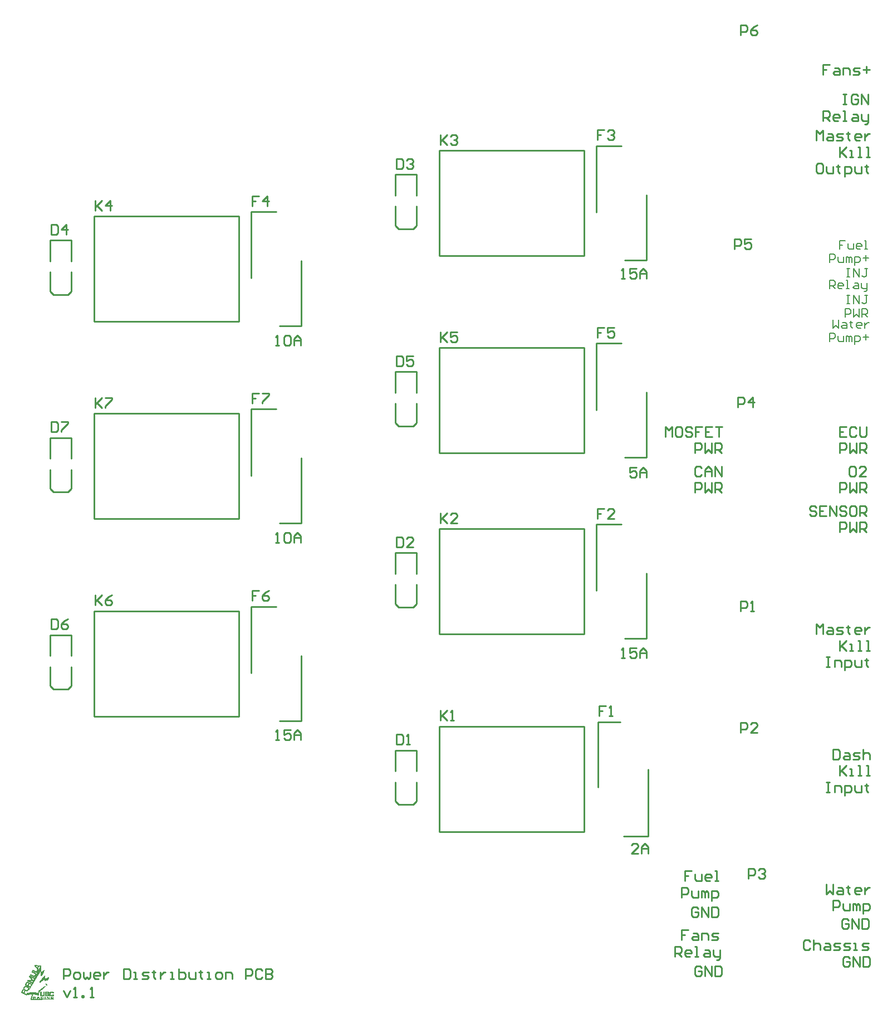
<source format=gto>
%FSLAX44Y44*%
%MOMM*%
G71*
G01*
G75*
%ADD10R,1.7500X2.6500*%
%ADD11C,1.0000*%
%ADD12C,3.0000*%
%ADD13R,9.5000X6.8580*%
%ADD14R,8.5000X7.3660*%
%ADD15R,38.5000X6.5000*%
%ADD16R,14.5000X16.0000*%
%ADD17R,22.0000X11.0000*%
%ADD18R,14.5000X10.5160*%
%ADD19R,4.3180X4.3180*%
%ADD20C,4.5000*%
%ADD21C,3.1750*%
%ADD22C,3.2375*%
%ADD23C,2.5500*%
%ADD24C,1.5240*%
%ADD25R,3.3020X2.3608*%
%ADD26R,3.5560X2.2860*%
%ADD27R,3.7348X2.9724*%
%ADD28R,11.6906X5.2607*%
%ADD29R,12.5000X107.5000*%
%ADD30R,4.5720X4.3180*%
%ADD31R,3.3020X3.3020*%
%ADD32R,21.0820X16.2560*%
%ADD33R,11.1760X5.3340*%
%ADD34R,4.3180X4.5720*%
%ADD35R,4.3180X4.8260*%
%ADD36R,4.5720X3.5560*%
%ADD37R,12.5000X6.3600*%
%ADD38R,13.2780X8.0000*%
%ADD39R,4.3180X3.0480*%
%ADD40R,4.3180X3.5560*%
%ADD41R,5.5880X3.5560*%
%ADD42R,5.3340X3.0480*%
%ADD43R,3.8537X3.0480*%
%ADD44R,4.0640X3.3020*%
%ADD45C,0.2540*%
%ADD46C,0.0051*%
%ADD47C,0.2032*%
D45*
X1593090Y596614D02*
X1626364D01*
X1631444Y423132D02*
X1669290D01*
Y524224D01*
X1593090Y497554D02*
Y596614D01*
X1633636Y723386D02*
X1666910D01*
X1590710Y896868D02*
X1628556D01*
X1590710Y795776D02*
Y896868D01*
X1666910Y723386D02*
Y822446D01*
X1633636Y1298386D02*
X1666910D01*
X1590710Y1471868D02*
X1628556D01*
X1590710Y1370776D02*
Y1471868D01*
X1666910Y1298386D02*
Y1397446D01*
X1108636Y1198386D02*
X1141910D01*
X1065710Y1371868D02*
X1103556D01*
X1065710Y1270776D02*
Y1371868D01*
X1141910Y1198386D02*
Y1297446D01*
X1633636Y998386D02*
X1666910D01*
X1590710Y1171868D02*
X1628556D01*
X1590710Y1070776D02*
Y1171868D01*
X1666910Y998386D02*
Y1097446D01*
X1108636Y598386D02*
X1141910D01*
X1065710Y771868D02*
X1103556D01*
X1065710Y670776D02*
Y771868D01*
X1141910Y598386D02*
Y697446D01*
X1108636Y898386D02*
X1141910D01*
X1065710Y1071868D02*
X1103556D01*
X1065710Y970776D02*
Y1071868D01*
X1141910Y898386D02*
Y997446D01*
X1352140Y429990D02*
X1572104D01*
Y590010D01*
X1351886D02*
X1572104D01*
X1351886Y429990D02*
Y590010D01*
X1352140Y729990D02*
X1572104D01*
Y890010D01*
X1351886D02*
X1572104D01*
X1351886Y729990D02*
Y890010D01*
X1352140Y1304990D02*
X1572104D01*
Y1465010D01*
X1351886D02*
X1572104D01*
X1351886Y1304990D02*
Y1465010D01*
X827140Y1204990D02*
X1047104D01*
Y1365010D01*
X826886D02*
X1047104D01*
X826886Y1204990D02*
Y1365010D01*
X1352140Y1004990D02*
X1572104D01*
Y1165010D01*
X1351886D02*
X1572104D01*
X1351886Y1004990D02*
Y1165010D01*
X827140Y604990D02*
X1047104D01*
Y765010D01*
X826886D02*
X1047104D01*
X826886Y604990D02*
Y765010D01*
X827140Y904990D02*
X1047104D01*
Y1065010D01*
X826886D02*
X1047104D01*
X826886Y904990D02*
Y1065010D01*
X1316650Y476030D02*
Y505240D01*
X1311570Y470950D02*
X1316650Y476030D01*
X1289980Y470950D02*
X1311570D01*
X1284900Y476030D02*
X1289980Y470950D01*
X1284900Y476030D02*
Y505240D01*
Y521750D02*
Y553500D01*
X1316650D01*
Y521750D02*
Y553500D01*
Y776030D02*
Y805240D01*
X1311570Y770950D02*
X1316650Y776030D01*
X1289980Y770950D02*
X1311570D01*
X1284900Y776030D02*
X1289980Y770950D01*
X1284900Y776030D02*
Y805240D01*
Y821750D02*
Y853500D01*
X1316650D01*
Y821750D02*
Y853500D01*
Y1351030D02*
Y1380240D01*
X1311570Y1345950D02*
X1316650Y1351030D01*
X1289980Y1345950D02*
X1311570D01*
X1284900Y1351030D02*
X1289980Y1345950D01*
X1284900Y1351030D02*
Y1380240D01*
Y1396750D02*
Y1428500D01*
X1316650D01*
Y1396750D02*
Y1428500D01*
X791650Y1251030D02*
Y1280240D01*
X786570Y1245950D02*
X791650Y1251030D01*
X764980Y1245950D02*
X786570D01*
X759900Y1251030D02*
X764980Y1245950D01*
X759900Y1251030D02*
Y1280240D01*
Y1296750D02*
Y1328500D01*
X791650D01*
Y1296750D02*
Y1328500D01*
X1316650Y1051030D02*
Y1080240D01*
X1311570Y1045950D02*
X1316650Y1051030D01*
X1289980Y1045950D02*
X1311570D01*
X1284900Y1051030D02*
X1289980Y1045950D01*
X1284900Y1051030D02*
Y1080240D01*
Y1096750D02*
Y1128500D01*
X1316650D01*
Y1096750D02*
Y1128500D01*
X791650Y651030D02*
Y680240D01*
X786570Y645950D02*
X791650Y651030D01*
X764980Y645950D02*
X786570D01*
X759900Y651030D02*
X764980Y645950D01*
X759900Y651030D02*
Y680240D01*
Y696750D02*
Y728500D01*
X791650D01*
Y696750D02*
Y728500D01*
Y951030D02*
Y980240D01*
X786570Y945950D02*
X791650Y951030D01*
X764980Y945950D02*
X786570D01*
X759900Y951030D02*
X764980Y945950D01*
X759900Y951030D02*
Y980240D01*
Y996750D02*
Y1028500D01*
X791650D01*
Y996750D02*
Y1028500D01*
X1077137Y1095993D02*
X1066980D01*
Y1088375D01*
X1072058D01*
X1066980D01*
Y1080758D01*
X1082215Y1095993D02*
X1092372D01*
Y1093454D01*
X1082215Y1083297D01*
Y1080758D01*
X1810000Y1640000D02*
Y1655235D01*
X1817617D01*
X1820157Y1652696D01*
Y1647617D01*
X1817617Y1645078D01*
X1810000D01*
X1835392Y1655235D02*
X1830313Y1652696D01*
X1825235Y1647617D01*
Y1642539D01*
X1827774Y1640000D01*
X1832853D01*
X1835392Y1642539D01*
Y1645078D01*
X1832853Y1647617D01*
X1825235D01*
X1800000Y1315060D02*
Y1330295D01*
X1807617D01*
X1810157Y1327756D01*
Y1322677D01*
X1807617Y1320138D01*
X1800000D01*
X1825392Y1330295D02*
X1815235D01*
Y1322677D01*
X1820313Y1325217D01*
X1822853D01*
X1825392Y1322677D01*
Y1317599D01*
X1822853Y1315060D01*
X1817774D01*
X1815235Y1317599D01*
X1805000Y1075000D02*
Y1090235D01*
X1812617D01*
X1815157Y1087696D01*
Y1082617D01*
X1812617Y1080078D01*
X1805000D01*
X1827853Y1075000D02*
Y1090235D01*
X1820235Y1082617D01*
X1830392D01*
X1821180Y358140D02*
Y373375D01*
X1828797D01*
X1831337Y370836D01*
Y365757D01*
X1828797Y363218D01*
X1821180D01*
X1836415Y370836D02*
X1838954Y373375D01*
X1844033D01*
X1846572Y370836D01*
Y368297D01*
X1844033Y365757D01*
X1841493D01*
X1844033D01*
X1846572Y363218D01*
Y360679D01*
X1844033Y358140D01*
X1838954D01*
X1836415Y360679D01*
X1810000Y580000D02*
Y595235D01*
X1817617D01*
X1820157Y592696D01*
Y587617D01*
X1817617Y585078D01*
X1810000D01*
X1835392Y580000D02*
X1825235D01*
X1835392Y590157D01*
Y592696D01*
X1832853Y595235D01*
X1827774D01*
X1825235Y592696D01*
X1810000Y765000D02*
Y780235D01*
X1817617D01*
X1820157Y777696D01*
Y772617D01*
X1817617Y770078D01*
X1810000D01*
X1825235Y765000D02*
X1830313D01*
X1827774D01*
Y780235D01*
X1825235Y777696D01*
X828156Y1089135D02*
Y1073900D01*
Y1078978D01*
X838313Y1089135D01*
X830695Y1081517D01*
X838313Y1073900D01*
X843391Y1089135D02*
X853548D01*
Y1086596D01*
X843391Y1076439D01*
Y1073900D01*
X828156Y789135D02*
Y773900D01*
Y778978D01*
X838313Y789135D01*
X830695Y781517D01*
X838313Y773900D01*
X853548Y789135D02*
X848469Y786596D01*
X843391Y781517D01*
Y776439D01*
X845930Y773900D01*
X851009D01*
X853548Y776439D01*
Y778978D01*
X851009Y781517D01*
X843391D01*
X1353156Y1189135D02*
Y1173900D01*
Y1178978D01*
X1363313Y1189135D01*
X1355695Y1181518D01*
X1363313Y1173900D01*
X1378548Y1189135D02*
X1368391D01*
Y1181518D01*
X1373469Y1184057D01*
X1376009D01*
X1378548Y1181518D01*
Y1176439D01*
X1376009Y1173900D01*
X1370930D01*
X1368391Y1176439D01*
X828156Y1389135D02*
Y1373900D01*
Y1378978D01*
X838313Y1389135D01*
X830695Y1381517D01*
X838313Y1373900D01*
X851009D02*
Y1389135D01*
X843391Y1381517D01*
X853548D01*
X1353156Y1489135D02*
Y1473900D01*
Y1478978D01*
X1363313Y1489135D01*
X1355695Y1481517D01*
X1363313Y1473900D01*
X1368391Y1486596D02*
X1370930Y1489135D01*
X1376009D01*
X1378548Y1486596D01*
Y1484057D01*
X1376009Y1481517D01*
X1373469D01*
X1376009D01*
X1378548Y1478978D01*
Y1476439D01*
X1376009Y1473900D01*
X1370930D01*
X1368391Y1476439D01*
X1353156Y914135D02*
Y898900D01*
Y903978D01*
X1363313Y914135D01*
X1355695Y906517D01*
X1363313Y898900D01*
X1378548D02*
X1368391D01*
X1378548Y909057D01*
Y911596D01*
X1376009Y914135D01*
X1370930D01*
X1368391Y911596D01*
X1353156Y614135D02*
Y598900D01*
Y603978D01*
X1363313Y614135D01*
X1355695Y606517D01*
X1363313Y598900D01*
X1368391D02*
X1373469D01*
X1370930D01*
Y614135D01*
X1368391Y611596D01*
X1077137Y795993D02*
X1066980D01*
Y788375D01*
X1072058D01*
X1066980D01*
Y780758D01*
X1092372Y795993D02*
X1087293Y793454D01*
X1082215Y788375D01*
Y783297D01*
X1084754Y780758D01*
X1089833D01*
X1092372Y783297D01*
Y785836D01*
X1089833Y788375D01*
X1082215D01*
X1602137Y1195993D02*
X1591980D01*
Y1188376D01*
X1597058D01*
X1591980D01*
Y1180758D01*
X1617372Y1195993D02*
X1607215D01*
Y1188376D01*
X1612293Y1190915D01*
X1614833D01*
X1617372Y1188376D01*
Y1183297D01*
X1614833Y1180758D01*
X1609754D01*
X1607215Y1183297D01*
X1077137Y1395993D02*
X1066980D01*
Y1388376D01*
X1072058D01*
X1066980D01*
Y1380758D01*
X1089833D02*
Y1395993D01*
X1082215Y1388376D01*
X1092372D01*
X1602137Y1495993D02*
X1591980D01*
Y1488376D01*
X1597058D01*
X1591980D01*
Y1480758D01*
X1607215Y1493454D02*
X1609754Y1495993D01*
X1614833D01*
X1617372Y1493454D01*
Y1490915D01*
X1614833Y1488376D01*
X1612293D01*
X1614833D01*
X1617372Y1485836D01*
Y1483297D01*
X1614833Y1480758D01*
X1609754D01*
X1607215Y1483297D01*
X1602137Y920993D02*
X1591980D01*
Y913375D01*
X1597058D01*
X1591980D01*
Y905758D01*
X1617372D02*
X1607215D01*
X1617372Y915915D01*
Y918454D01*
X1614833Y920993D01*
X1609754D01*
X1607215Y918454D01*
X1604425Y620719D02*
X1594268D01*
Y613102D01*
X1599346D01*
X1594268D01*
Y605484D01*
X1609503D02*
X1614581D01*
X1612042D01*
Y620719D01*
X1609503Y618180D01*
X761284Y1052593D02*
Y1037358D01*
X768902D01*
X771441Y1039897D01*
Y1050054D01*
X768902Y1052593D01*
X761284D01*
X776519D02*
X786676D01*
Y1050054D01*
X776519Y1039897D01*
Y1037358D01*
X761284Y752593D02*
Y737358D01*
X768902D01*
X771441Y739897D01*
Y750054D01*
X768902Y752593D01*
X761284D01*
X786676D02*
X781597Y750054D01*
X776519Y744975D01*
Y739897D01*
X779058Y737358D01*
X784137D01*
X786676Y739897D01*
Y742436D01*
X784137Y744975D01*
X776519D01*
X1286284Y1152593D02*
Y1137358D01*
X1293902D01*
X1296441Y1139897D01*
Y1150054D01*
X1293902Y1152593D01*
X1286284D01*
X1311676D02*
X1301519D01*
Y1144975D01*
X1306597Y1147515D01*
X1309137D01*
X1311676Y1144975D01*
Y1139897D01*
X1309137Y1137358D01*
X1304058D01*
X1301519Y1139897D01*
X761284Y1352593D02*
Y1337358D01*
X768902D01*
X771441Y1339897D01*
Y1350054D01*
X768902Y1352593D01*
X761284D01*
X784137Y1337358D02*
Y1352593D01*
X776519Y1344975D01*
X786676D01*
X1286284Y1452667D02*
Y1437432D01*
X1293902D01*
X1296441Y1439971D01*
Y1450128D01*
X1293902Y1452667D01*
X1286284D01*
X1301519Y1450128D02*
X1304058Y1452667D01*
X1309137D01*
X1311676Y1450128D01*
Y1447589D01*
X1309137Y1445049D01*
X1306597D01*
X1309137D01*
X1311676Y1442510D01*
Y1439971D01*
X1309137Y1437432D01*
X1304058D01*
X1301519Y1439971D01*
X1286284Y877593D02*
Y862358D01*
X1293902D01*
X1296441Y864897D01*
Y875054D01*
X1293902Y877593D01*
X1286284D01*
X1311676Y862358D02*
X1301519D01*
X1311676Y872515D01*
Y875054D01*
X1309137Y877593D01*
X1304058D01*
X1301519Y875054D01*
X1286284Y577593D02*
Y562358D01*
X1293902D01*
X1296441Y564897D01*
Y575054D01*
X1293902Y577593D01*
X1286284D01*
X1301519Y562358D02*
X1306597D01*
X1304058D01*
Y577593D01*
X1301519Y575054D01*
X779780Y187957D02*
X784858Y177800D01*
X789937Y187957D01*
X795015Y177800D02*
X800093D01*
X797554D01*
Y193035D01*
X795015Y190496D01*
X807711Y177800D02*
Y180339D01*
X810250D01*
Y177800D01*
X807711D01*
X820407D02*
X825485D01*
X822946D01*
Y193035D01*
X820407Y190496D01*
X779780Y205740D02*
Y220975D01*
X787398D01*
X789937Y218436D01*
Y213358D01*
X787398Y210818D01*
X779780D01*
X797554Y205740D02*
X802633D01*
X805172Y208279D01*
Y213358D01*
X802633Y215897D01*
X797554D01*
X795015Y213358D01*
Y208279D01*
X797554Y205740D01*
X810250Y215897D02*
Y208279D01*
X812789Y205740D01*
X815329Y208279D01*
X817868Y205740D01*
X820407Y208279D01*
Y215897D01*
X833103Y205740D02*
X828024D01*
X825485Y208279D01*
Y213358D01*
X828024Y215897D01*
X833103D01*
X835642Y213358D01*
Y210818D01*
X825485D01*
X840720Y215897D02*
Y205740D01*
Y210818D01*
X843260Y213358D01*
X845799Y215897D01*
X848338D01*
X871190Y220975D02*
Y205740D01*
X878808D01*
X881347Y208279D01*
Y218436D01*
X878808Y220975D01*
X871190D01*
X886425Y205740D02*
X891504D01*
X888965D01*
Y215897D01*
X886425D01*
X899121Y205740D02*
X906739D01*
X909278Y208279D01*
X906739Y210818D01*
X901661D01*
X899121Y213358D01*
X901661Y215897D01*
X909278D01*
X916896Y218436D02*
Y215897D01*
X914357D01*
X919435D01*
X916896D01*
Y208279D01*
X919435Y205740D01*
X927052Y215897D02*
Y205740D01*
Y210818D01*
X929592Y213358D01*
X932131Y215897D01*
X934670D01*
X942287Y205740D02*
X947366D01*
X944827D01*
Y215897D01*
X942287D01*
X954983Y220975D02*
Y205740D01*
X962601D01*
X965140Y208279D01*
Y210818D01*
Y213358D01*
X962601Y215897D01*
X954983D01*
X970218D02*
Y208279D01*
X972758Y205740D01*
X980375D01*
Y215897D01*
X987993Y218436D02*
Y215897D01*
X985453D01*
X990532D01*
X987993D01*
Y208279D01*
X990532Y205740D01*
X998149D02*
X1003228D01*
X1000688D01*
Y215897D01*
X998149D01*
X1013384Y205740D02*
X1018463D01*
X1021002Y208279D01*
Y213358D01*
X1018463Y215897D01*
X1013384D01*
X1010845Y213358D01*
Y208279D01*
X1013384Y205740D01*
X1026080D02*
Y215897D01*
X1033698D01*
X1036237Y213358D01*
Y205740D01*
X1056550D02*
Y220975D01*
X1064168D01*
X1066707Y218436D01*
Y213358D01*
X1064168Y210818D01*
X1056550D01*
X1081942Y218436D02*
X1079403Y220975D01*
X1074325D01*
X1071786Y218436D01*
Y208279D01*
X1074325Y205740D01*
X1079403D01*
X1081942Y208279D01*
X1087021Y220975D02*
Y205740D01*
X1094638D01*
X1097177Y208279D01*
Y210818D01*
X1094638Y213358D01*
X1087021D01*
X1094638D01*
X1097177Y215897D01*
Y218436D01*
X1094638Y220975D01*
X1087021D01*
X1945157Y1595235D02*
X1935000D01*
Y1587617D01*
X1940078D01*
X1935000D01*
Y1580000D01*
X1952774Y1590157D02*
X1957853D01*
X1960392Y1587617D01*
Y1580000D01*
X1952774D01*
X1950235Y1582539D01*
X1952774Y1585078D01*
X1960392D01*
X1965470Y1580000D02*
Y1590157D01*
X1973088D01*
X1975627Y1587617D01*
Y1580000D01*
X1980705D02*
X1988323D01*
X1990862Y1582539D01*
X1988323Y1585078D01*
X1983244D01*
X1980705Y1587617D01*
X1983244Y1590157D01*
X1990862D01*
X1995940Y1587617D02*
X2006097D01*
X2001019Y1592696D02*
Y1582539D01*
X1965000Y1550235D02*
X1970078D01*
X1967539D01*
Y1535000D01*
X1965000D01*
X1970078D01*
X1987853Y1547696D02*
X1985313Y1550235D01*
X1980235D01*
X1977696Y1547696D01*
Y1537539D01*
X1980235Y1535000D01*
X1985313D01*
X1987853Y1537539D01*
Y1542617D01*
X1982774D01*
X1992931Y1535000D02*
Y1550235D01*
X2003088Y1535000D01*
Y1550235D01*
X1925000Y1480000D02*
Y1495235D01*
X1930078Y1490157D01*
X1935157Y1495235D01*
Y1480000D01*
X1942774Y1490157D02*
X1947853D01*
X1950392Y1487617D01*
Y1480000D01*
X1942774D01*
X1940235Y1482539D01*
X1942774Y1485078D01*
X1950392D01*
X1955470Y1480000D02*
X1963088D01*
X1965627Y1482539D01*
X1963088Y1485078D01*
X1958009D01*
X1955470Y1487617D01*
X1958009Y1490157D01*
X1965627D01*
X1973244Y1492696D02*
Y1490157D01*
X1970705D01*
X1975784D01*
X1973244D01*
Y1482539D01*
X1975784Y1480000D01*
X1991019D02*
X1985940D01*
X1983401Y1482539D01*
Y1487617D01*
X1985940Y1490157D01*
X1991019D01*
X1993558Y1487617D01*
Y1485078D01*
X1983401D01*
X1998636Y1490157D02*
Y1480000D01*
Y1485078D01*
X2001175Y1487617D01*
X2003714Y1490157D01*
X2006254D01*
X1970157Y1045235D02*
X1960000D01*
Y1030000D01*
X1970157D01*
X1960000Y1037617D02*
X1965078D01*
X1985392Y1042696D02*
X1982853Y1045235D01*
X1977774D01*
X1975235Y1042696D01*
Y1032539D01*
X1977774Y1030000D01*
X1982853D01*
X1985392Y1032539D01*
X1990470Y1045235D02*
Y1032539D01*
X1993009Y1030000D01*
X1998088D01*
X2000627Y1032539D01*
Y1045235D01*
X1982617Y985235D02*
X1977539D01*
X1975000Y982696D01*
Y972539D01*
X1977539Y970000D01*
X1982617D01*
X1985157Y972539D01*
Y982696D01*
X1982617Y985235D01*
X2000392Y970000D02*
X1990235D01*
X2000392Y980157D01*
Y982696D01*
X1997853Y985235D01*
X1992774D01*
X1990235Y982696D01*
X1925157Y922696D02*
X1922617Y925235D01*
X1917539D01*
X1915000Y922696D01*
Y920157D01*
X1917539Y917617D01*
X1922617D01*
X1925157Y915078D01*
Y912539D01*
X1922617Y910000D01*
X1917539D01*
X1915000Y912539D01*
X1940392Y925235D02*
X1930235D01*
Y910000D01*
X1940392D01*
X1930235Y917617D02*
X1935313D01*
X1945470Y910000D02*
Y925235D01*
X1955627Y910000D01*
Y925235D01*
X1970862Y922696D02*
X1968323Y925235D01*
X1963244D01*
X1960705Y922696D01*
Y920157D01*
X1963244Y917617D01*
X1968323D01*
X1970862Y915078D01*
Y912539D01*
X1968323Y910000D01*
X1963244D01*
X1960705Y912539D01*
X1983558Y925235D02*
X1978479D01*
X1975940Y922696D01*
Y912539D01*
X1978479Y910000D01*
X1983558D01*
X1986097Y912539D01*
Y922696D01*
X1983558Y925235D01*
X1991175Y910000D02*
Y925235D01*
X1998793D01*
X2001332Y922696D01*
Y917617D01*
X1998793Y915078D01*
X1991175D01*
X1996254D02*
X2001332Y910000D01*
X1915157Y262696D02*
X1912617Y265235D01*
X1907539D01*
X1905000Y262696D01*
Y252539D01*
X1907539Y250000D01*
X1912617D01*
X1915157Y252539D01*
X1920235Y265235D02*
Y250000D01*
Y257617D01*
X1922774Y260157D01*
X1927853D01*
X1930392Y257617D01*
Y250000D01*
X1938009Y260157D02*
X1943088D01*
X1945627Y257617D01*
Y250000D01*
X1938009D01*
X1935470Y252539D01*
X1938009Y255078D01*
X1945627D01*
X1950705Y250000D02*
X1958323D01*
X1960862Y252539D01*
X1958323Y255078D01*
X1953244D01*
X1950705Y257617D01*
X1953244Y260157D01*
X1960862D01*
X1965940Y250000D02*
X1973558D01*
X1976097Y252539D01*
X1973558Y255078D01*
X1968479D01*
X1965940Y257617D01*
X1968479Y260157D01*
X1976097D01*
X1981175Y250000D02*
X1986254D01*
X1983714D01*
Y260157D01*
X1981175D01*
X1993871Y250000D02*
X2001489D01*
X2004028Y252539D01*
X2001489Y255078D01*
X1996410D01*
X1993871Y257617D01*
X1996410Y260157D01*
X2004028D01*
X1960000Y530235D02*
Y515000D01*
Y520078D01*
X1970157Y530235D01*
X1962539Y522617D01*
X1970157Y515000D01*
X1975235D02*
X1980313D01*
X1977774D01*
Y525157D01*
X1975235D01*
X1987931Y515000D02*
X1993009D01*
X1990470D01*
Y530235D01*
X1987931D01*
X2000627Y515000D02*
X2005705D01*
X2003166D01*
Y530235D01*
X2000627D01*
X1960000Y720235D02*
Y705000D01*
Y710078D01*
X1970157Y720235D01*
X1962539Y712617D01*
X1970157Y705000D01*
X1975235D02*
X1980313D01*
X1977774D01*
Y715157D01*
X1975235D01*
X1987931Y705000D02*
X1993009D01*
X1990470D01*
Y720235D01*
X1987931D01*
X2000627Y705000D02*
X2005705D01*
X2003166D01*
Y720235D01*
X2000627D01*
X1960000Y1470235D02*
Y1455000D01*
Y1460078D01*
X1970157Y1470235D01*
X1962539Y1462617D01*
X1970157Y1455000D01*
X1975235D02*
X1980313D01*
X1977774D01*
Y1465157D01*
X1975235D01*
X1987931Y1455000D02*
X1993009D01*
X1990470D01*
Y1470235D01*
X1987931D01*
X2000627Y1455000D02*
X2005705D01*
X2003166D01*
Y1470235D01*
X2000627D01*
X1935000Y1510000D02*
Y1525235D01*
X1942617D01*
X1945157Y1522696D01*
Y1517617D01*
X1942617Y1515078D01*
X1935000D01*
X1940078D02*
X1945157Y1510000D01*
X1957853D02*
X1952774D01*
X1950235Y1512539D01*
Y1517617D01*
X1952774Y1520157D01*
X1957853D01*
X1960392Y1517617D01*
Y1515078D01*
X1950235D01*
X1965470Y1510000D02*
X1970549D01*
X1968009D01*
Y1525235D01*
X1965470D01*
X1980705Y1520157D02*
X1985784D01*
X1988323Y1517617D01*
Y1510000D01*
X1980705D01*
X1978166Y1512539D01*
X1980705Y1515078D01*
X1988323D01*
X1993401Y1520157D02*
Y1512539D01*
X1995940Y1510000D01*
X2003558D01*
Y1507461D01*
X2001019Y1504922D01*
X1998479D01*
X2003558Y1510000D02*
Y1520157D01*
X1695000Y1030000D02*
Y1045235D01*
X1700078Y1040157D01*
X1705157Y1045235D01*
Y1030000D01*
X1717853Y1045235D02*
X1712774D01*
X1710235Y1042696D01*
Y1032539D01*
X1712774Y1030000D01*
X1717853D01*
X1720392Y1032539D01*
Y1042696D01*
X1717853Y1045235D01*
X1735627Y1042696D02*
X1733088Y1045235D01*
X1728009D01*
X1725470Y1042696D01*
Y1040157D01*
X1728009Y1037617D01*
X1733088D01*
X1735627Y1035078D01*
Y1032539D01*
X1733088Y1030000D01*
X1728009D01*
X1725470Y1032539D01*
X1750862Y1045235D02*
X1740705D01*
Y1037617D01*
X1745784D01*
X1740705D01*
Y1030000D01*
X1766097Y1045235D02*
X1755940D01*
Y1030000D01*
X1766097D01*
X1755940Y1037617D02*
X1761019D01*
X1771175Y1045235D02*
X1781332D01*
X1776254D01*
Y1030000D01*
X1740000Y1005000D02*
Y1020235D01*
X1747617D01*
X1750157Y1017696D01*
Y1012617D01*
X1747617Y1010078D01*
X1740000D01*
X1755235Y1020235D02*
Y1005000D01*
X1760313Y1010078D01*
X1765392Y1005000D01*
Y1020235D01*
X1770470Y1005000D02*
Y1020235D01*
X1778088D01*
X1780627Y1017696D01*
Y1012617D01*
X1778088Y1010078D01*
X1770470D01*
X1775549D02*
X1780627Y1005000D01*
X1750157Y982696D02*
X1747617Y985235D01*
X1742539D01*
X1740000Y982696D01*
Y972539D01*
X1742539Y970000D01*
X1747617D01*
X1750157Y972539D01*
X1755235Y970000D02*
Y980157D01*
X1760313Y985235D01*
X1765392Y980157D01*
Y970000D01*
Y977617D01*
X1755235D01*
X1770470Y970000D02*
Y985235D01*
X1780627Y970000D01*
Y985235D01*
X1740000Y945000D02*
Y960235D01*
X1747617D01*
X1750157Y957696D01*
Y952617D01*
X1747617Y950078D01*
X1740000D01*
X1755235Y960235D02*
Y945000D01*
X1760313Y950078D01*
X1765392Y945000D01*
Y960235D01*
X1770470Y945000D02*
Y960235D01*
X1778088D01*
X1780627Y957696D01*
Y952617D01*
X1778088Y950078D01*
X1770470D01*
X1775549D02*
X1780627Y945000D01*
X1960000Y1005000D02*
Y1020235D01*
X1967617D01*
X1970157Y1017696D01*
Y1012617D01*
X1967617Y1010078D01*
X1960000D01*
X1975235Y1020235D02*
Y1005000D01*
X1980313Y1010078D01*
X1985392Y1005000D01*
Y1020235D01*
X1990470Y1005000D02*
Y1020235D01*
X1998088D01*
X2000627Y1017696D01*
Y1012617D01*
X1998088Y1010078D01*
X1990470D01*
X1995549D02*
X2000627Y1005000D01*
X1960000Y945000D02*
Y960235D01*
X1967617D01*
X1970157Y957696D01*
Y952617D01*
X1967617Y950078D01*
X1960000D01*
X1975235Y960235D02*
Y945000D01*
X1980313Y950078D01*
X1985392Y945000D01*
Y960235D01*
X1990470Y945000D02*
Y960235D01*
X1998088D01*
X2000627Y957696D01*
Y952617D01*
X1998088Y950078D01*
X1990470D01*
X1995549D02*
X2000627Y945000D01*
X1960000Y885000D02*
Y900235D01*
X1967617D01*
X1970157Y897696D01*
Y892617D01*
X1967617Y890078D01*
X1960000D01*
X1975235Y900235D02*
Y885000D01*
X1980313Y890078D01*
X1985392Y885000D01*
Y900235D01*
X1990470Y885000D02*
Y900235D01*
X1998088D01*
X2000627Y897696D01*
Y892617D01*
X1998088Y890078D01*
X1990470D01*
X1995549D02*
X2000627Y885000D01*
X1932617Y1445235D02*
X1927539D01*
X1925000Y1442696D01*
Y1432539D01*
X1927539Y1430000D01*
X1932617D01*
X1935157Y1432539D01*
Y1442696D01*
X1932617Y1445235D01*
X1940235Y1440157D02*
Y1432539D01*
X1942774Y1430000D01*
X1950392D01*
Y1440157D01*
X1958009Y1442696D02*
Y1440157D01*
X1955470D01*
X1960549D01*
X1958009D01*
Y1432539D01*
X1960549Y1430000D01*
X1968166Y1424922D02*
Y1440157D01*
X1975784D01*
X1978323Y1437617D01*
Y1432539D01*
X1975784Y1430000D01*
X1968166D01*
X1983401Y1440157D02*
Y1432539D01*
X1985940Y1430000D01*
X1993558D01*
Y1440157D01*
X2001175Y1442696D02*
Y1440157D01*
X1998636D01*
X2003714D01*
X2001175D01*
Y1432539D01*
X2003714Y1430000D01*
X1940000Y505235D02*
X1945078D01*
X1942539D01*
Y490000D01*
X1940000D01*
X1945078D01*
X1952696D02*
Y500157D01*
X1960313D01*
X1962853Y497617D01*
Y490000D01*
X1967931Y484922D02*
Y500157D01*
X1975549D01*
X1978088Y497617D01*
Y492539D01*
X1975549Y490000D01*
X1967931D01*
X1983166Y500157D02*
Y492539D01*
X1985705Y490000D01*
X1993323D01*
Y500157D01*
X2000940Y502696D02*
Y500157D01*
X1998401D01*
X2003479D01*
X2000940D01*
Y492539D01*
X2003479Y490000D01*
X1950000Y555235D02*
Y540000D01*
X1957617D01*
X1960157Y542539D01*
Y552696D01*
X1957617Y555235D01*
X1950000D01*
X1967774Y550157D02*
X1972853D01*
X1975392Y547617D01*
Y540000D01*
X1967774D01*
X1965235Y542539D01*
X1967774Y545078D01*
X1975392D01*
X1980470Y540000D02*
X1988088D01*
X1990627Y542539D01*
X1988088Y545078D01*
X1983009D01*
X1980470Y547617D01*
X1983009Y550157D01*
X1990627D01*
X1995705Y555235D02*
Y540000D01*
Y547617D01*
X1998244Y550157D01*
X2003323D01*
X2005862Y547617D01*
Y540000D01*
X1925000Y730000D02*
Y745235D01*
X1930078Y740157D01*
X1935157Y745235D01*
Y730000D01*
X1942774Y740157D02*
X1947853D01*
X1950392Y737617D01*
Y730000D01*
X1942774D01*
X1940235Y732539D01*
X1942774Y735078D01*
X1950392D01*
X1955470Y730000D02*
X1963088D01*
X1965627Y732539D01*
X1963088Y735078D01*
X1958009D01*
X1955470Y737617D01*
X1958009Y740157D01*
X1965627D01*
X1973244Y742696D02*
Y740157D01*
X1970705D01*
X1975784D01*
X1973244D01*
Y732539D01*
X1975784Y730000D01*
X1991019D02*
X1985940D01*
X1983401Y732539D01*
Y737617D01*
X1985940Y740157D01*
X1991019D01*
X1993558Y737617D01*
Y735078D01*
X1983401D01*
X1998636Y740157D02*
Y730000D01*
Y735078D01*
X2001175Y737617D01*
X2003714Y740157D01*
X2006254D01*
X1940000Y695235D02*
X1945078D01*
X1942539D01*
Y680000D01*
X1940000D01*
X1945078D01*
X1952696D02*
Y690157D01*
X1960313D01*
X1962853Y687617D01*
Y680000D01*
X1967931Y674922D02*
Y690157D01*
X1975549D01*
X1978088Y687617D01*
Y682539D01*
X1975549Y680000D01*
X1967931D01*
X1983166Y690157D02*
Y682539D01*
X1985705Y680000D01*
X1993323D01*
Y690157D01*
X2000940Y692696D02*
Y690157D01*
X1998401D01*
X2003479D01*
X2000940D01*
Y682539D01*
X2003479Y680000D01*
X1975157Y237696D02*
X1972617Y240235D01*
X1967539D01*
X1965000Y237696D01*
Y227539D01*
X1967539Y225000D01*
X1972617D01*
X1975157Y227539D01*
Y232617D01*
X1970078D01*
X1980235Y225000D02*
Y240235D01*
X1990392Y225000D01*
Y240235D01*
X1995470D02*
Y225000D01*
X2003088D01*
X2005627Y227539D01*
Y237696D01*
X2003088Y240235D01*
X1995470D01*
X1940000Y350235D02*
Y335000D01*
X1945078Y340078D01*
X1950157Y335000D01*
Y350235D01*
X1957774Y345157D02*
X1962853D01*
X1965392Y342617D01*
Y335000D01*
X1957774D01*
X1955235Y337539D01*
X1957774Y340078D01*
X1965392D01*
X1973009Y347696D02*
Y345157D01*
X1970470D01*
X1975549D01*
X1973009D01*
Y337539D01*
X1975549Y335000D01*
X1990784D02*
X1985705D01*
X1983166Y337539D01*
Y342617D01*
X1985705Y345157D01*
X1990784D01*
X1993323Y342617D01*
Y340078D01*
X1983166D01*
X1998401Y345157D02*
Y335000D01*
Y340078D01*
X2000940Y342617D01*
X2003479Y345157D01*
X2006019D01*
X1950000Y310000D02*
Y325235D01*
X1957617D01*
X1960157Y322696D01*
Y317617D01*
X1957617Y315078D01*
X1950000D01*
X1965235Y320157D02*
Y312539D01*
X1967774Y310000D01*
X1975392D01*
Y320157D01*
X1980470Y310000D02*
Y320157D01*
X1983009D01*
X1985549Y317617D01*
Y310000D01*
Y317617D01*
X1988088Y320157D01*
X1990627Y317617D01*
Y310000D01*
X1995705Y304922D02*
Y320157D01*
X2003323D01*
X2005862Y317617D01*
Y312539D01*
X2003323Y310000D01*
X1995705D01*
X1973577Y294636D02*
X1971037Y297175D01*
X1965959D01*
X1963420Y294636D01*
Y284479D01*
X1965959Y281940D01*
X1971037D01*
X1973577Y284479D01*
Y289557D01*
X1968498D01*
X1978655Y281940D02*
Y297175D01*
X1988812Y281940D01*
Y297175D01*
X1993890D02*
Y281940D01*
X2001508D01*
X2004047Y284479D01*
Y294636D01*
X2001508Y297175D01*
X1993890D01*
X1735157Y370235D02*
X1725000D01*
Y362618D01*
X1730078D01*
X1725000D01*
Y355000D01*
X1740235Y365157D02*
Y357539D01*
X1742774Y355000D01*
X1750392D01*
Y365157D01*
X1763088Y355000D02*
X1758009D01*
X1755470Y357539D01*
Y362618D01*
X1758009Y365157D01*
X1763088D01*
X1765627Y362618D01*
Y360078D01*
X1755470D01*
X1770705Y355000D02*
X1775784D01*
X1773244D01*
Y370235D01*
X1770705D01*
X1720000Y330000D02*
Y345235D01*
X1727617D01*
X1730157Y342696D01*
Y337618D01*
X1727617Y335078D01*
X1720000D01*
X1735235Y340157D02*
Y332539D01*
X1737774Y330000D01*
X1745392D01*
Y340157D01*
X1750470Y330000D02*
Y340157D01*
X1753009D01*
X1755549Y337618D01*
Y330000D01*
Y337618D01*
X1758088Y340157D01*
X1760627Y337618D01*
Y330000D01*
X1765705Y324922D02*
Y340157D01*
X1773323D01*
X1775862Y337618D01*
Y332539D01*
X1773323Y330000D01*
X1765705D01*
X1745157Y312696D02*
X1742617Y315235D01*
X1737539D01*
X1735000Y312696D01*
Y302539D01*
X1737539Y300000D01*
X1742617D01*
X1745157Y302539D01*
Y307617D01*
X1740078D01*
X1750235Y300000D02*
Y315235D01*
X1760392Y300000D01*
Y315235D01*
X1765470D02*
Y300000D01*
X1773088D01*
X1775627Y302539D01*
Y312696D01*
X1773088Y315235D01*
X1765470D01*
X1730157Y280235D02*
X1720000D01*
Y272617D01*
X1725078D01*
X1720000D01*
Y265000D01*
X1737774Y275157D02*
X1742853D01*
X1745392Y272617D01*
Y265000D01*
X1737774D01*
X1735235Y267539D01*
X1737774Y270078D01*
X1745392D01*
X1750470Y265000D02*
Y275157D01*
X1758088D01*
X1760627Y272617D01*
Y265000D01*
X1765705D02*
X1773323D01*
X1775862Y267539D01*
X1773323Y270078D01*
X1768244D01*
X1765705Y272617D01*
X1768244Y275157D01*
X1775862D01*
X1710000Y240000D02*
Y255235D01*
X1717617D01*
X1720157Y252696D01*
Y247617D01*
X1717617Y245078D01*
X1710000D01*
X1715078D02*
X1720157Y240000D01*
X1732853D02*
X1727774D01*
X1725235Y242539D01*
Y247617D01*
X1727774Y250157D01*
X1732853D01*
X1735392Y247617D01*
Y245078D01*
X1725235D01*
X1740470Y240000D02*
X1745549D01*
X1743009D01*
Y255235D01*
X1740470D01*
X1755705Y250157D02*
X1760784D01*
X1763323Y247617D01*
Y240000D01*
X1755705D01*
X1753166Y242539D01*
X1755705Y245078D01*
X1763323D01*
X1768401Y250157D02*
Y242539D01*
X1770940Y240000D01*
X1778558D01*
Y237461D01*
X1776019Y234922D01*
X1773479D01*
X1778558Y240000D02*
Y250157D01*
X1750157Y222696D02*
X1747617Y225235D01*
X1742539D01*
X1740000Y222696D01*
Y212539D01*
X1742539Y210000D01*
X1747617D01*
X1750157Y212539D01*
Y217617D01*
X1745078D01*
X1755235Y210000D02*
Y225235D01*
X1765392Y210000D01*
Y225235D01*
X1770470D02*
Y210000D01*
X1778088D01*
X1780627Y212539D01*
Y222696D01*
X1778088Y225235D01*
X1770470D01*
X1653537Y396240D02*
X1643380D01*
X1653537Y406397D01*
Y408936D01*
X1650997Y411475D01*
X1645919D01*
X1643380Y408936D01*
X1658615Y396240D02*
Y406397D01*
X1663693Y411475D01*
X1668772Y406397D01*
Y396240D01*
Y403857D01*
X1658615D01*
X1628140Y693420D02*
X1633218D01*
X1630679D01*
Y708655D01*
X1628140Y706116D01*
X1650993Y708655D02*
X1640836D01*
Y701038D01*
X1645914Y703577D01*
X1648453D01*
X1650993Y701038D01*
Y695959D01*
X1648453Y693420D01*
X1643375D01*
X1640836Y695959D01*
X1656071Y693420D02*
Y703577D01*
X1661149Y708655D01*
X1666228Y703577D01*
Y693420D01*
Y701038D01*
X1656071D01*
X1628140Y1270000D02*
X1633218D01*
X1630679D01*
Y1285235D01*
X1628140Y1282696D01*
X1650993Y1285235D02*
X1640836D01*
Y1277617D01*
X1645914Y1280157D01*
X1648453D01*
X1650993Y1277617D01*
Y1272539D01*
X1648453Y1270000D01*
X1643375D01*
X1640836Y1272539D01*
X1656071Y1270000D02*
Y1280157D01*
X1661149Y1285235D01*
X1666228Y1280157D01*
Y1270000D01*
Y1277617D01*
X1656071D01*
X1102360Y1168400D02*
X1107438D01*
X1104899D01*
Y1183635D01*
X1102360Y1181096D01*
X1115056D02*
X1117595Y1183635D01*
X1122673D01*
X1125213Y1181096D01*
Y1170939D01*
X1122673Y1168400D01*
X1117595D01*
X1115056Y1170939D01*
Y1181096D01*
X1130291Y1168400D02*
Y1178557D01*
X1135369Y1183635D01*
X1140448Y1178557D01*
Y1168400D01*
Y1176018D01*
X1130291D01*
X1650997Y982975D02*
X1640840D01*
Y975358D01*
X1645918Y977897D01*
X1648457D01*
X1650997Y975358D01*
Y970279D01*
X1648457Y967740D01*
X1643379D01*
X1640840Y970279D01*
X1656075Y967740D02*
Y977897D01*
X1661153Y982975D01*
X1666232Y977897D01*
Y967740D01*
Y975358D01*
X1656075D01*
X1102360Y568960D02*
X1107438D01*
X1104899D01*
Y584195D01*
X1102360Y581656D01*
X1125213Y584195D02*
X1115056D01*
Y576577D01*
X1120134Y579117D01*
X1122673D01*
X1125213Y576577D01*
Y571499D01*
X1122673Y568960D01*
X1117595D01*
X1115056Y571499D01*
X1130291Y568960D02*
Y579117D01*
X1135369Y584195D01*
X1140448Y579117D01*
Y568960D01*
Y576577D01*
X1130291D01*
X1102360Y868680D02*
X1107438D01*
X1104899D01*
Y883915D01*
X1102360Y881376D01*
X1115056D02*
X1117595Y883915D01*
X1122673D01*
X1125213Y881376D01*
Y871219D01*
X1122673Y868680D01*
X1117595D01*
X1115056Y871219D01*
Y881376D01*
X1130291Y868680D02*
Y878837D01*
X1135369Y883915D01*
X1140448Y878837D01*
Y868680D01*
Y876298D01*
X1130291D01*
D46*
X736549Y227025D02*
X736651D01*
X736498Y226974D02*
X737311D01*
X736498Y226924D02*
X737921D01*
X736448Y226873D02*
X738530D01*
X736448Y226822D02*
X739242D01*
X736397Y226771D02*
X739800D01*
X736397Y226720D02*
X740461D01*
X736346Y226670D02*
X741121D01*
X736346Y226619D02*
X741731D01*
X736295Y226568D02*
X742340D01*
X736295Y226517D02*
X743001D01*
X736244Y226466D02*
X743610D01*
X736244Y226416D02*
X744169D01*
X736194Y226365D02*
X744169D01*
X736194Y226314D02*
X744118D01*
X736143Y226263D02*
X744118D01*
X736143Y226212D02*
X744068D01*
X736092Y226162D02*
X736905D01*
X737413D02*
X744068D01*
X745185D02*
X745236D01*
X736092Y226111D02*
X736956D01*
X737972D02*
X744017D01*
X745134D02*
X745236D01*
X736041Y226060D02*
X737006D01*
X738530D02*
X744017D01*
X745134D02*
X745236D01*
X736041Y226009D02*
X737057D01*
X739089D02*
X743966D01*
X745084D02*
X745236D01*
X735990Y225958D02*
X737108D01*
X739648D02*
X743966D01*
X745084D02*
X745236D01*
X736041Y225908D02*
X737159D01*
X740258D02*
X743915D01*
X745033D02*
X745236D01*
X736092Y225857D02*
X737210D01*
X740766D02*
X743915D01*
X745033D02*
X745236D01*
X736143Y225806D02*
X737260D01*
X741375D02*
X743864D01*
X744982D02*
X745236D01*
X736143Y225755D02*
X737260D01*
X741477D02*
X743864D01*
X744982D02*
X745287D01*
X736194Y225704D02*
X737311D01*
X741477D02*
X742137D01*
X742645D02*
X743814D01*
X744931D02*
X745236D01*
X736244Y225654D02*
X737362D01*
X741426D02*
X742137D01*
X743255D02*
X743814D01*
X744931D02*
X745236D01*
X736295Y225603D02*
X737413D01*
X741426D02*
X742086D01*
X744880D02*
X745287D01*
X736346Y225552D02*
X737464D01*
X741375D02*
X742086D01*
X744880D02*
X745287D01*
X736397Y225501D02*
X737514D01*
X741375D02*
X742036D01*
X744830D02*
X745287D01*
X736448Y225450D02*
X737565D01*
X741324D02*
X742036D01*
X744830D02*
X745287D01*
X736498Y225400D02*
X737616D01*
X741324D02*
X741985D01*
X744779D02*
X745287D01*
X736549Y225349D02*
X737667D01*
X741274D02*
X741985D01*
X744779D02*
X745287D01*
X736600Y225298D02*
X737718D01*
X741274D02*
X741934D01*
X744728D02*
X745287D01*
X736600Y225247D02*
X737768D01*
X741223D02*
X741934D01*
X744728D02*
X745287D01*
X736651Y225196D02*
X737768D01*
X741223D02*
X741883D01*
X744677D02*
X745287D01*
X736702Y225146D02*
X737819D01*
X741172D02*
X741883D01*
X744677D02*
X745287D01*
X736752Y225095D02*
X737870D01*
X741172D02*
X741832D01*
X744626D02*
X745287D01*
X736803Y225044D02*
X737921D01*
X741121D02*
X741832D01*
X744626D02*
X745287D01*
X736854Y224993D02*
X737972D01*
X741121D02*
X741782D01*
X744576D02*
X745287D01*
X736905Y224942D02*
X738022D01*
X741070D02*
X741782D01*
X744576D02*
X745287D01*
X736956Y224892D02*
X738073D01*
X741070D02*
X741731D01*
X744525D02*
X745287D01*
X737006Y224841D02*
X738124D01*
X741020D02*
X741731D01*
X744525D02*
X745287D01*
X737006Y224790D02*
X738175D01*
X741020D02*
X741680D01*
X744474D02*
X745287D01*
X737057Y224739D02*
X738226D01*
X740969D02*
X741680D01*
X744474D02*
X745338D01*
X737108Y224688D02*
X738276D01*
X740969D02*
X741629D01*
X744423D02*
X745338D01*
X737159Y224638D02*
X738276D01*
X740918D02*
X741629D01*
X744423D02*
X745338D01*
X737210Y224587D02*
X738327D01*
X740918D02*
X741578D01*
X744372D02*
X745338D01*
X737260Y224536D02*
X738378D01*
X740867D02*
X741578D01*
X744372D02*
X745338D01*
X737311Y224485D02*
X738429D01*
X740867D02*
X741528D01*
X744322D02*
X745338D01*
X737362Y224434D02*
X738480D01*
X740816D02*
X741528D01*
X744322D02*
X745338D01*
X737413Y224384D02*
X738530D01*
X740816D02*
X741477D01*
X744271D02*
X745338D01*
X737464Y224333D02*
X738581D01*
X740766D02*
X741477D01*
X744271D02*
X745338D01*
X737464Y224282D02*
X738632D01*
X740766D02*
X741426D01*
X744220D02*
X745338D01*
X737514Y224231D02*
X738683D01*
X740715D02*
X741426D01*
X744220D02*
X745338D01*
X737565Y224180D02*
X738734D01*
X740715D02*
X741375D01*
X744169D02*
X745338D01*
X737616Y224130D02*
X738784D01*
X740664D02*
X741375D01*
X744169D02*
X745338D01*
X737667Y224079D02*
X738784D01*
X740664D02*
X741324D01*
X744118D02*
X745338D01*
X737718Y224028D02*
X738835D01*
X740613D02*
X741324D01*
X744118D02*
X745338D01*
X737768Y223977D02*
X738886D01*
X740613D02*
X741274D01*
X744068D02*
X745338D01*
X737819Y223926D02*
X738937D01*
X740562D02*
X741274D01*
X744068D02*
X745338D01*
X737870Y223876D02*
X738988D01*
X740562D02*
X741223D01*
X744017D02*
X745338D01*
X737921Y223825D02*
X739038D01*
X740512D02*
X741223D01*
X744017D02*
X745338D01*
X737921Y223774D02*
X739089D01*
X740512D02*
X741172D01*
X743966D02*
X745338D01*
X737972Y223723D02*
X739140D01*
X740461D02*
X741172D01*
X743966D02*
X745388D01*
X738022Y223672D02*
X739191D01*
X740461D02*
X741121D01*
X743915D02*
X745388D01*
X738073Y223622D02*
X739242D01*
X740410D02*
X741121D01*
X743915D02*
X745388D01*
X738124Y223571D02*
X739292D01*
X740410D02*
X741070D01*
X743864D02*
X745388D01*
X738175Y223520D02*
X739292D01*
X740359D02*
X741070D01*
X743864D02*
X745388D01*
X738226Y223469D02*
X739343D01*
X740359D02*
X741020D01*
X743814D02*
X745388D01*
X738276Y223418D02*
X739394D01*
X740308D02*
X741020D01*
X743814D02*
X745388D01*
X738327Y223368D02*
X739445D01*
X740308D02*
X740969D01*
X743763D02*
X745388D01*
X738378Y223317D02*
X739496D01*
X740258D02*
X740969D01*
X743763D02*
X745388D01*
X738378Y223266D02*
X739546D01*
X740258D02*
X740918D01*
X743712D02*
X745388D01*
X738429Y223215D02*
X739597D01*
X740207D02*
X740918D01*
X743712D02*
X745388D01*
X738480Y223164D02*
X739648D01*
X740207D02*
X740867D01*
X743661D02*
X745388D01*
X738530Y223114D02*
X739699D01*
X740156D02*
X740867D01*
X743661D02*
X745388D01*
X738581Y223063D02*
X739750D01*
X740156D02*
X740816D01*
X743610D02*
X745388D01*
X738632Y223012D02*
X739800D01*
X740105D02*
X740816D01*
X743610D02*
X745388D01*
X738683Y222961D02*
X739800D01*
X740105D02*
X740766D01*
X743560D02*
X745388D01*
X738734Y222910D02*
X739851D01*
X740054D02*
X740766D01*
X743560D02*
X745388D01*
X738784Y222860D02*
X739902D01*
X740054D02*
X740715D01*
X743509D02*
X745388D01*
X738784Y222809D02*
X739953D01*
X740004D02*
X740715D01*
X743509D02*
X745388D01*
X738835Y222758D02*
X740664D01*
X743458D02*
X745388D01*
X738886Y222707D02*
X740664D01*
X743458D02*
X745439D01*
X738937Y222656D02*
X740613D01*
X743407D02*
X745439D01*
X738988Y222606D02*
X740613D01*
X743407D02*
X745439D01*
X739038Y222555D02*
X740562D01*
X743356D02*
X745439D01*
X739089Y222504D02*
X740562D01*
X743356D02*
X745439D01*
X739140Y222453D02*
X740512D01*
X743306D02*
X745439D01*
X739191Y222402D02*
X740512D01*
X743306D02*
X745439D01*
X739242Y222352D02*
X740461D01*
X743255D02*
X745439D01*
X739242Y222301D02*
X740461D01*
X743255D02*
X745439D01*
X739292Y222250D02*
X740461D01*
X743204D02*
X745439D01*
X739343Y222199D02*
X740512D01*
X743204D02*
X745439D01*
X739394Y222148D02*
X740562D01*
X743153D02*
X745439D01*
X739445Y222098D02*
X740613D01*
X743153D02*
X745439D01*
X739496Y222047D02*
X740613D01*
X743102D02*
X745439D01*
X739546Y221996D02*
X740664D01*
X743102D02*
X745490D01*
X739597Y221945D02*
X740715D01*
X743052D02*
X745490D01*
X739648Y221894D02*
X740766D01*
X743052D02*
X745490D01*
X739699Y221844D02*
X740816D01*
X743001D02*
X745490D01*
X739699Y221793D02*
X740867D01*
X743001D02*
X745490D01*
X739750Y221742D02*
X740918D01*
X742950D02*
X745490D01*
X739800Y221691D02*
X740969D01*
X742950D02*
X745490D01*
X739851Y221640D02*
X741020D01*
X742899D02*
X745490D01*
X739902Y221590D02*
X741070D01*
X742899D02*
X745490D01*
X739953Y221539D02*
X741121D01*
X742848D02*
X745490D01*
X740004Y221488D02*
X741121D01*
X742848D02*
X745490D01*
X740054Y221437D02*
X741172D01*
X742798D02*
X745490D01*
X740105Y221386D02*
X741223D01*
X742798D02*
X745490D01*
X740156Y221336D02*
X741274D01*
X742747D02*
X745490D01*
X740156Y221285D02*
X741324D01*
X742747D02*
X745490D01*
X740207Y221234D02*
X741375D01*
X742696D02*
X745490D01*
X740258Y221183D02*
X741426D01*
X742696D02*
X745490D01*
X740308Y221132D02*
X741477D01*
X742645D02*
X745490D01*
X740359Y221082D02*
X741528D01*
X742645D02*
X745541D01*
X740410Y221031D02*
X741477D01*
X742594D02*
X745541D01*
X740461Y220980D02*
X741477D01*
X742594D02*
X745541D01*
X740512Y220929D02*
X741426D01*
X742544D02*
X745541D01*
X740562Y220878D02*
X741426D01*
X742544D02*
X745541D01*
X740562Y220828D02*
X741375D01*
X742493D02*
X745541D01*
X740613Y220777D02*
X741375D01*
X742493D02*
X745541D01*
X740664Y220726D02*
X741324D01*
X742442D02*
X745541D01*
X740715Y220675D02*
X741324D01*
X742442D02*
X745541D01*
X740766Y220624D02*
X741274D01*
X742391D02*
X745541D01*
X740816Y220574D02*
X741274D01*
X742391D02*
X745541D01*
X740867Y220523D02*
X741223D01*
X742340D02*
X745541D01*
X740359Y220472D02*
X740461D01*
X740918D02*
X741223D01*
X742340D02*
X745541D01*
X740359Y220421D02*
X740562D01*
X740969D02*
X741172D01*
X742290D02*
X745541D01*
X740308Y220370D02*
X740664D01*
X741020D02*
X741172D01*
X742290D02*
X745541D01*
X740308Y220320D02*
X740766D01*
X741020D02*
X741121D01*
X742239D02*
X745541D01*
X740258Y220269D02*
X740867D01*
X741070D02*
X741121D01*
X742239D02*
X745541D01*
X740258Y220218D02*
X740969D01*
X742188D02*
X745541D01*
X740207Y220167D02*
X741070D01*
X742188D02*
X745592D01*
X740207Y220116D02*
X741020D01*
X742137D02*
X745592D01*
X740156Y220066D02*
X741020D01*
X742137D02*
X745592D01*
X740156Y220015D02*
X740969D01*
X742086D02*
X745592D01*
X740105Y219964D02*
X740969D01*
X742086D02*
X745592D01*
X740105Y219913D02*
X740918D01*
X742036D02*
X745592D01*
X740054Y219862D02*
X740918D01*
X742036D02*
X745592D01*
X740054Y219812D02*
X740867D01*
X741985D02*
X745592D01*
X732892Y219761D02*
X733044D01*
X740004D02*
X740867D01*
X741985D02*
X745592D01*
X732892Y219710D02*
X733146D01*
X740004D02*
X740816D01*
X741934D02*
X745592D01*
X732841Y219659D02*
X733247D01*
X739953D02*
X740816D01*
X741934D02*
X745592D01*
X732841Y219608D02*
X733349D01*
X739953D02*
X740766D01*
X741883D02*
X745592D01*
X732790Y219558D02*
X733450D01*
X739902D02*
X740766D01*
X741883D02*
X745592D01*
X732790Y219507D02*
X733552D01*
X739902D02*
X740715D01*
X741832D02*
X745592D01*
X732739Y219456D02*
X733654D01*
X739851D02*
X740715D01*
X741832D02*
X745592D01*
X732739Y219405D02*
X733755D01*
X739851D02*
X740664D01*
X741782D02*
X745592D01*
X732688Y219354D02*
X733857D01*
X739800D02*
X740664D01*
X741782D02*
X745592D01*
X750316D02*
X750418D01*
X732688Y219304D02*
X733958D01*
X739800D02*
X740613D01*
X741731D02*
X745592D01*
X750265D02*
X750418D01*
X732638Y219253D02*
X734060D01*
X739750D02*
X740613D01*
X741731D02*
X745642D01*
X750214D02*
X750367D01*
X732638Y219202D02*
X734162D01*
X739750D02*
X740562D01*
X741680D02*
X745642D01*
X750113D02*
X750367D01*
X732587Y219151D02*
X734263D01*
X739699D02*
X740562D01*
X741680D02*
X745642D01*
X750062D02*
X750367D01*
X732587Y219100D02*
X734365D01*
X739699D02*
X740512D01*
X741629D02*
X745642D01*
X749960D02*
X750316D01*
X732536Y219050D02*
X734466D01*
X739648D02*
X740512D01*
X741629D02*
X745642D01*
X749910D02*
X750316D01*
X732638Y218999D02*
X734568D01*
X739648D02*
X740461D01*
X741578D02*
X744982D01*
X745084D02*
X745642D01*
X749808D02*
X750265D01*
X732739Y218948D02*
X734670D01*
X739597D02*
X740461D01*
X741578D02*
X744931D01*
X745185D02*
X745642D01*
X749757D02*
X750265D01*
X732841Y218897D02*
X734771D01*
X739597D02*
X740410D01*
X741528D02*
X744880D01*
X745185D02*
X745642D01*
X749706D02*
X750214D01*
X732942Y218846D02*
X734873D01*
X739546D02*
X740410D01*
X741528D02*
X744880D01*
X745134D02*
X745642D01*
X749605D02*
X750214D01*
X733044Y218796D02*
X734974D01*
X739546D02*
X740359D01*
X741477D02*
X744830D01*
X745134D02*
X745642D01*
X749554D02*
X750164D01*
X733146Y218745D02*
X735076D01*
X739496D02*
X740359D01*
X741477D02*
X744830D01*
X745084D02*
X745642D01*
X749503D02*
X750164D01*
X733247Y218694D02*
X735178D01*
X739496D02*
X740308D01*
X741426D02*
X744779D01*
X745084D02*
X745642D01*
X749402D02*
X750164D01*
X733349Y218643D02*
X735279D01*
X739445D02*
X740308D01*
X741426D02*
X744728D01*
X745084D02*
X745642D01*
X749351D02*
X750113D01*
X733450Y218592D02*
X735381D01*
X739445D02*
X740258D01*
X741375D02*
X744728D01*
X745084D02*
X745642D01*
X749249D02*
X750113D01*
X733552Y218542D02*
X735482D01*
X739394D02*
X740258D01*
X741375D02*
X744677D01*
X745084D02*
X745642D01*
X749198D02*
X750062D01*
X733654Y218491D02*
X735584D01*
X739394D02*
X740207D01*
X741324D02*
X744626D01*
X745084D02*
X745642D01*
X749097D02*
X750062D01*
X733755Y218440D02*
X735686D01*
X739343D02*
X740207D01*
X741324D02*
X744626D01*
X745084D02*
X745642D01*
X749046D02*
X750011D01*
X733857Y218389D02*
X735787D01*
X739343D02*
X740156D01*
X741274D02*
X744576D01*
X745084D02*
X745693D01*
X748944D02*
X750011D01*
X733958Y218338D02*
X735889D01*
X739292D02*
X740156D01*
X741274D02*
X744576D01*
X745084D02*
X745693D01*
X748894D02*
X749960D01*
X734060Y218288D02*
X735990D01*
X739292D02*
X740105D01*
X741223D02*
X744525D01*
X745084D02*
X745693D01*
X748792D02*
X749960D01*
X734162Y218237D02*
X736092D01*
X739242D02*
X740105D01*
X741223D02*
X744474D01*
X745084D02*
X745693D01*
X748792D02*
X749960D01*
X734263Y218186D02*
X736194D01*
X739242D02*
X740054D01*
X741172D02*
X744474D01*
X745084D02*
X745693D01*
X748640D02*
X749910D01*
X734365Y218135D02*
X736295D01*
X739191D02*
X740054D01*
X741172D02*
X744423D01*
X745084D02*
X745693D01*
X748640D02*
X749910D01*
X734466Y218084D02*
X736397D01*
X739191D02*
X740004D01*
X741121D02*
X744423D01*
X745084D02*
X745693D01*
X748538D02*
X749859D01*
X734568Y218034D02*
X736498D01*
X739140D02*
X740004D01*
X741121D02*
X744372D01*
X745134D02*
X745693D01*
X748487D02*
X749859D01*
X734670Y217983D02*
X736600D01*
X739140D02*
X739953D01*
X741070D02*
X744322D01*
X745134D02*
X745693D01*
X748386D02*
X749808D01*
X734771Y217932D02*
X736702D01*
X739089D02*
X739953D01*
X741070D02*
X744322D01*
X745134D02*
X745693D01*
X748335D02*
X749808D01*
X734873Y217881D02*
X736803D01*
X739089D02*
X739902D01*
X741020D02*
X744271D01*
X745134D02*
X745693D01*
X748233D02*
X749808D01*
X734974Y217830D02*
X736905D01*
X739038D02*
X739902D01*
X741020D02*
X744220D01*
X745134D02*
X745693D01*
X748182D02*
X749757D01*
X735076Y217780D02*
X737006D01*
X739038D02*
X739851D01*
X740969D02*
X744220D01*
X745134D02*
X745693D01*
X748081D02*
X749757D01*
X731876Y217729D02*
X731926D01*
X735178D02*
X737108D01*
X738988D02*
X739851D01*
X740969D02*
X744169D01*
X745134D02*
X745693D01*
X748030D02*
X749706D01*
X731876Y217678D02*
X732028D01*
X735279D02*
X737210D01*
X738988D02*
X739800D01*
X740918D02*
X744169D01*
X745134D02*
X745693D01*
X747928D02*
X749706D01*
X731825Y217627D02*
X732130D01*
X735381D02*
X737311D01*
X738937D02*
X739800D01*
X740918D02*
X744118D01*
X745134D02*
X745693D01*
X747878D02*
X749656D01*
X731825Y217576D02*
X732231D01*
X735482D02*
X737413D01*
X738937D02*
X739750D01*
X740867D02*
X744068D01*
X745134D02*
X745693D01*
X747776D02*
X749656D01*
X731774Y217526D02*
X732333D01*
X735584D02*
X737514D01*
X738886D02*
X739750D01*
X740867D02*
X744068D01*
X745134D02*
X745693D01*
X747725D02*
X749656D01*
X731774Y217475D02*
X732434D01*
X735686D02*
X737616D01*
X738886D02*
X739699D01*
X740816D02*
X744017D01*
X745134D02*
X745693D01*
X747624D02*
X749605D01*
X731723Y217424D02*
X732536D01*
X735787D02*
X737718D01*
X738835D02*
X739699D01*
X740816D02*
X744017D01*
X745134D02*
X745744D01*
X747573D02*
X749554D01*
X731723Y217373D02*
X732638D01*
X735889D02*
X737819D01*
X738835D02*
X739648D01*
X740766D02*
X743966D01*
X745134D02*
X745744D01*
X747471D02*
X749554D01*
X731672Y217322D02*
X732739D01*
X735990D02*
X737921D01*
X738784D02*
X739648D01*
X740766D02*
X743915D01*
X745134D02*
X745744D01*
X747420D02*
X749503D01*
X731672Y217272D02*
X732841D01*
X736092D02*
X738022D01*
X738784D02*
X739597D01*
X740715D02*
X743915D01*
X745185D02*
X745744D01*
X747319D02*
X749503D01*
X731622Y217221D02*
X732942D01*
X736194D02*
X738124D01*
X738734D02*
X739597D01*
X740715D02*
X743864D01*
X745185D02*
X745744D01*
X747268D02*
X749503D01*
X731622Y217170D02*
X733044D01*
X736295D02*
X738226D01*
X738734D02*
X739546D01*
X740715D02*
X743814D01*
X745185D02*
X745744D01*
X747166D02*
X749452D01*
X731571Y217119D02*
X733146D01*
X736397D02*
X738327D01*
X738683D02*
X739546D01*
X740664D02*
X743814D01*
X745185D02*
X745744D01*
X747116D02*
X749452D01*
X731571Y217068D02*
X733247D01*
X736498D02*
X738429D01*
X738683D02*
X739496D01*
X740613D02*
X743763D01*
X745185D02*
X745744D01*
X747065D02*
X749452D01*
X731520Y217018D02*
X733349D01*
X736600D02*
X738530D01*
X738632D02*
X739496D01*
X740613D02*
X743763D01*
X745185D02*
X745744D01*
X746963D02*
X749402D01*
X731520Y216967D02*
X733450D01*
X736702D02*
X739445D01*
X740562D02*
X743712D01*
X745185D02*
X745795D01*
X746862D02*
X749402D01*
X731622Y216916D02*
X733552D01*
X736803D02*
X739445D01*
X740562D02*
X743661D01*
X745185D02*
X745795D01*
X746811D02*
X749351D01*
X731723Y216865D02*
X733654D01*
X736905D02*
X739394D01*
X740512D02*
X743661D01*
X745185D02*
X745795D01*
X746709D02*
X749351D01*
X731825Y216814D02*
X733755D01*
X737006D02*
X739394D01*
X740512D02*
X743610D01*
X745185D02*
X745795D01*
X746608D02*
X749300D01*
X731926Y216764D02*
X733857D01*
X737108D02*
X739343D01*
X740461D02*
X743610D01*
X745185D02*
X745846D01*
X746506D02*
X749300D01*
X732028Y216713D02*
X733958D01*
X737210D02*
X739343D01*
X740461D02*
X743560D01*
X745185D02*
X745846D01*
X746404D02*
X749249D01*
X732130Y216662D02*
X734060D01*
X737311D02*
X739292D01*
X740410D02*
X743509D01*
X745185D02*
X745896D01*
X746303D02*
X749249D01*
X732231Y216611D02*
X734162D01*
X737413D02*
X739292D01*
X740410D02*
X743509D01*
X745185D02*
X749249D01*
X732333Y216560D02*
X734263D01*
X737514D02*
X739242D01*
X740359D02*
X743458D01*
X745236D02*
X749198D01*
X732434Y216510D02*
X734365D01*
X737616D02*
X739242D01*
X740359D02*
X743458D01*
X745236D02*
X749198D01*
X732536Y216459D02*
X734466D01*
X737718D02*
X739191D01*
X740308D02*
X743407D01*
X745236D02*
X749148D01*
X732638Y216408D02*
X734568D01*
X737819D02*
X739191D01*
X740308D02*
X743356D01*
X745236D02*
X749148D01*
X732739Y216357D02*
X734670D01*
X737921D02*
X739140D01*
X740258D02*
X743356D01*
X745236D02*
X749097D01*
X732841Y216306D02*
X734771D01*
X738022D02*
X739140D01*
X740258D02*
X743306D01*
X745236D02*
X749097D01*
X732942Y216256D02*
X734873D01*
X738124D02*
X739089D01*
X740207D02*
X743255D01*
X745236D02*
X749046D01*
X733044Y216205D02*
X734974D01*
X738226D02*
X739089D01*
X740207D02*
X743255D01*
X745236D02*
X749046D01*
X733146Y216154D02*
X735076D01*
X738327D02*
X739038D01*
X740156D02*
X743204D01*
X745236D02*
X749046D01*
X733247Y216103D02*
X735178D01*
X738429D02*
X739038D01*
X740156D02*
X743204D01*
X745236D02*
X748995D01*
X733349Y216052D02*
X735279D01*
X738530D02*
X738988D01*
X740105D02*
X743153D01*
X745236D02*
X748995D01*
X733450Y216002D02*
X735381D01*
X738632D02*
X738988D01*
X740105D02*
X743102D01*
X745236D02*
X748944D01*
X733552Y215951D02*
X735482D01*
X738734D02*
X738937D01*
X740054D02*
X743102D01*
X745236D02*
X748944D01*
X733654Y215900D02*
X735584D01*
X738835D02*
X738937D01*
X740054D02*
X743052D01*
X745236D02*
X748944D01*
X733755Y215849D02*
X735686D01*
X740004D02*
X743052D01*
X745236D02*
X748894D01*
X733857Y215798D02*
X735787D01*
X740004D02*
X743001D01*
X745287D02*
X748894D01*
X733958Y215748D02*
X735889D01*
X739953D02*
X742950D01*
X745287D02*
X748843D01*
X734060Y215697D02*
X735990D01*
X739953D02*
X742950D01*
X745287D02*
X748843D01*
X734162Y215646D02*
X736092D01*
X739902D02*
X742899D01*
X745287D02*
X748792D01*
X734263Y215595D02*
X736194D01*
X739902D02*
X742848D01*
X745287D02*
X748792D01*
X734365Y215544D02*
X736295D01*
X739851D02*
X742848D01*
X745287D02*
X748792D01*
X734466Y215494D02*
X736397D01*
X739851D02*
X742798D01*
X745287D02*
X748741D01*
X734568Y215443D02*
X736498D01*
X739851D02*
X742798D01*
X745287D02*
X748741D01*
X734670Y215392D02*
X736600D01*
X739800D02*
X742747D01*
X745287D02*
X748690D01*
X734771Y215341D02*
X736651D01*
X739750D02*
X742696D01*
X745287D02*
X748690D01*
X734873Y215290D02*
X736752D01*
X739750D02*
X742696D01*
X745287D02*
X748640D01*
X734974Y215240D02*
X736854D01*
X739699D02*
X742645D01*
X745287D02*
X748640D01*
X735076Y215189D02*
X736905D01*
X739699D02*
X742645D01*
X745287D02*
X748589D01*
X735178Y215138D02*
X737006D01*
X739648D02*
X742594D01*
X745287D02*
X748589D01*
X735279Y215087D02*
X737057D01*
X739648D02*
X742544D01*
X745338D02*
X748538D01*
X735381Y215036D02*
X737108D01*
X739597D02*
X742544D01*
X745338D02*
X748538D01*
X735482Y214986D02*
X737159D01*
X739597D02*
X742493D01*
X745338D02*
X748538D01*
X735584Y214935D02*
X737210D01*
X739546D02*
X742442D01*
X745338D02*
X748487D01*
X735686Y214884D02*
X737311D01*
X739546D02*
X742442D01*
X745338D02*
X748487D01*
X735787Y214833D02*
X737362D01*
X739496D02*
X742391D01*
X745338D02*
X748436D01*
X735889Y214782D02*
X737362D01*
X739496D02*
X742391D01*
X745338D02*
X748436D01*
X735990Y214732D02*
X737413D01*
X739445D02*
X742340D01*
X745338D02*
X748386D01*
X736092Y214681D02*
X737464D01*
X739445D02*
X742290D01*
X745338D02*
X748386D01*
X736143Y214630D02*
X737514D01*
X739394D02*
X742290D01*
X745338D02*
X748386D01*
X736244Y214579D02*
X737514D01*
X739394D02*
X742239D01*
X745338D02*
X748335D01*
X736346Y214528D02*
X737565D01*
X739343D02*
X742239D01*
X745338D02*
X748335D01*
X736397Y214478D02*
X737565D01*
X739343D02*
X742188D01*
X745338D02*
X748284D01*
X736498Y214427D02*
X737616D01*
X739292D02*
X742137D01*
X745338D02*
X748284D01*
X736549Y214376D02*
X737616D01*
X739292D02*
X742137D01*
X745388D02*
X748233D01*
X736600Y214325D02*
X737667D01*
X739242D02*
X742086D01*
X745388D02*
X748233D01*
X736651Y214274D02*
X737667D01*
X739242D02*
X742086D01*
X745388D02*
X748233D01*
X736702Y214224D02*
X737667D01*
X739191D02*
X742036D01*
X745388D02*
X748182D01*
X736752Y214173D02*
X737667D01*
X739191D02*
X741985D01*
X745388D02*
X748182D01*
X736803Y214122D02*
X737667D01*
X739140D02*
X741985D01*
X745388D02*
X748132D01*
X736854Y214071D02*
X737718D01*
X739140D02*
X741934D01*
X745388D02*
X748132D01*
X736854Y214020D02*
X737718D01*
X739089D02*
X741883D01*
X745388D02*
X748081D01*
X736905Y213970D02*
X737718D01*
X739089D02*
X741883D01*
X745388D02*
X748081D01*
X736905Y213919D02*
X737718D01*
X739038D02*
X741832D01*
X745388D02*
X748030D01*
X736956Y213868D02*
X737667D01*
X739038D02*
X741832D01*
X745388D02*
X748030D01*
X736956Y213817D02*
X737667D01*
X738988D02*
X741782D01*
X745388D02*
X748030D01*
X736956Y213766D02*
X737667D01*
X738988D02*
X741731D01*
X745388D02*
X747979D01*
X736956Y213716D02*
X737667D01*
X738937D02*
X741731D01*
X745439D02*
X747979D01*
X736956Y213665D02*
X737667D01*
X738937D02*
X741680D01*
X745439D02*
X747928D01*
X736905Y213614D02*
X737667D01*
X738886D02*
X741680D01*
X745439D02*
X747928D01*
X736905Y213563D02*
X737667D01*
X738886D02*
X741629D01*
X745439D02*
X747928D01*
X736905Y213512D02*
X737616D01*
X738835D02*
X741578D01*
X745439D02*
X747878D01*
X736905Y213462D02*
X737616D01*
X738835D02*
X741578D01*
X745439D02*
X747878D01*
X736905Y213411D02*
X737616D01*
X738784D02*
X741528D01*
X745439D02*
X747827D01*
X736854Y213360D02*
X737616D01*
X738784D02*
X741477D01*
X745439D02*
X747827D01*
X736854Y213309D02*
X737565D01*
X738734D02*
X741477D01*
X745439D02*
X747776D01*
X736854Y213258D02*
X737565D01*
X738734D02*
X741426D01*
X745439D02*
X747776D01*
X736803Y213208D02*
X737565D01*
X738683D02*
X741426D01*
X745439D02*
X747725D01*
X736803Y213157D02*
X737514D01*
X738683D02*
X741375D01*
X745439D02*
X747725D01*
X736803Y213106D02*
X737514D01*
X738632D02*
X741324D01*
X745439D02*
X747725D01*
X729539Y213055D02*
X729590D01*
X736752D02*
X737514D01*
X738632D02*
X741324D01*
X745439D02*
X747674D01*
X729539Y213004D02*
X729691D01*
X736752D02*
X737464D01*
X738581D02*
X741274D01*
X745439D02*
X747674D01*
X729488Y212954D02*
X729793D01*
X736752D02*
X737464D01*
X738581D02*
X741274D01*
X745490D02*
X747624D01*
X729488Y212903D02*
X729894D01*
X736702D02*
X737464D01*
X738530D02*
X741223D01*
X745490D02*
X747624D01*
X729437Y212852D02*
X729996D01*
X736702D02*
X737413D01*
X738530D02*
X741172D01*
X745490D02*
X747573D01*
X729437Y212801D02*
X730098D01*
X736651D02*
X737413D01*
X738480D02*
X741172D01*
X745490D02*
X747573D01*
X729386Y212750D02*
X730199D01*
X736651D02*
X737413D01*
X738480D02*
X741121D01*
X745490D02*
X747522D01*
X729386Y212700D02*
X730301D01*
X736651D02*
X737362D01*
X738429D02*
X741070D01*
X745490D02*
X747522D01*
X729336Y212649D02*
X730402D01*
X736600D02*
X737362D01*
X738429D02*
X741070D01*
X745490D02*
X747522D01*
X729336Y212598D02*
X730504D01*
X736600D02*
X737311D01*
X738378D02*
X741020D01*
X745490D02*
X747471D01*
X729285Y212547D02*
X730606D01*
X736549D02*
X737311D01*
X738378D02*
X741020D01*
X745490D02*
X747471D01*
X729285Y212496D02*
X730707D01*
X736549D02*
X737260D01*
X738327D02*
X740969D01*
X745490D02*
X747420D01*
X729234Y212446D02*
X730809D01*
X736498D02*
X737260D01*
X738327D02*
X740918D01*
X745490D02*
X747420D01*
X729234Y212395D02*
X730910D01*
X736498D02*
X737260D01*
X738276D02*
X740918D01*
X745490D02*
X747420D01*
X729183Y212344D02*
X731012D01*
X736448D02*
X737210D01*
X738276D02*
X740867D01*
X745490D02*
X747370D01*
X729183Y212293D02*
X731114D01*
X736448D02*
X737210D01*
X738226D02*
X740867D01*
X745490D02*
X747319D01*
X729285Y212242D02*
X731215D01*
X736397D02*
X737159D01*
X738226D02*
X740816D01*
X745490D02*
X747319D01*
X729386Y212192D02*
X731317D01*
X736397D02*
X737159D01*
X738175D02*
X740766D01*
X745541D02*
X747268D01*
X729488Y212141D02*
X731418D01*
X736346D02*
X737108D01*
X738175D02*
X740766D01*
X745541D02*
X747268D01*
X729590Y212090D02*
X731520D01*
X736346D02*
X737108D01*
X738124D02*
X740715D01*
X745541D02*
X747268D01*
X729691Y212039D02*
X731622D01*
X736295D02*
X737057D01*
X738124D02*
X740715D01*
X745541D02*
X747217D01*
X729793Y211988D02*
X731723D01*
X736295D02*
X737057D01*
X738073D02*
X740664D01*
X745541D02*
X747217D01*
X729894Y211938D02*
X731825D01*
X736244D02*
X737006D01*
X738073D02*
X740613D01*
X745541D02*
X747166D01*
X729996Y211887D02*
X731926D01*
X736244D02*
X737006D01*
X738022D02*
X740613D01*
X745541D02*
X747014D01*
X730098Y211836D02*
X732028D01*
X736194D02*
X736956D01*
X738022D02*
X740562D01*
X745541D02*
X746963D01*
X730199Y211785D02*
X732130D01*
X736194D02*
X736956D01*
X737972D02*
X740512D01*
X745541D02*
X746862D01*
X730301Y211734D02*
X732231D01*
X736143D02*
X736905D01*
X737972D02*
X740512D01*
X745541D02*
X746760D01*
X730402Y211684D02*
X732333D01*
X736143D02*
X736905D01*
X737921D02*
X740461D01*
X745592D02*
X746658D01*
X730504Y211633D02*
X732434D01*
X736092D02*
X736854D01*
X737921D02*
X740461D01*
X745592D02*
X746557D01*
X730606Y211582D02*
X732536D01*
X736092D02*
X736854D01*
X737870D02*
X740410D01*
X745592D02*
X746455D01*
X730707Y211531D02*
X732638D01*
X736041D02*
X736803D01*
X737870D02*
X740359D01*
X745642D02*
X746354D01*
X730809Y211480D02*
X732739D01*
X736041D02*
X736803D01*
X737870D02*
X740359D01*
X745642D02*
X746201D01*
X730910Y211430D02*
X732841D01*
X735990D02*
X736752D01*
X737819D02*
X740308D01*
X745693D02*
X746100D01*
X731012Y211379D02*
X732942D01*
X735940D02*
X736752D01*
X737768D02*
X740308D01*
X731114Y211328D02*
X733044D01*
X735940D02*
X736702D01*
X737768D02*
X740258D01*
X731215Y211277D02*
X733146D01*
X735889D02*
X736702D01*
X737718D02*
X740207D01*
X731317Y211226D02*
X733247D01*
X735889D02*
X736651D01*
X737718D02*
X740207D01*
X731418Y211176D02*
X733349D01*
X735838D02*
X736651D01*
X737667D02*
X740156D01*
X731520Y211125D02*
X733450D01*
X735787D02*
X736600D01*
X737667D02*
X740105D01*
X731622Y211074D02*
X733603D01*
X735787D02*
X736549D01*
X737616D02*
X740105D01*
X731723Y211023D02*
X733654D01*
X735736D02*
X736549D01*
X737616D02*
X740054D01*
X728523Y210972D02*
X728574D01*
X731825D02*
X733755D01*
X735686D02*
X736498D01*
X737565D02*
X740054D01*
X728472Y210922D02*
X728675D01*
X731926D02*
X733857D01*
X735635D02*
X736498D01*
X737565D02*
X740004D01*
X728472Y210871D02*
X728777D01*
X732028D02*
X733958D01*
X735635D02*
X736448D01*
X737514D02*
X739953D01*
X728421Y210820D02*
X728878D01*
X732130D02*
X734060D01*
X735584D02*
X736397D01*
X737514D02*
X739953D01*
X728421Y210769D02*
X728980D01*
X732231D02*
X734212D01*
X735533D02*
X736397D01*
X737464D02*
X739902D01*
X728370Y210718D02*
X729082D01*
X732333D02*
X734314D01*
X735482D02*
X736346D01*
X737464D02*
X739902D01*
X751281D02*
X751332D01*
X728370Y210668D02*
X729183D01*
X732434D02*
X734416D01*
X735432D02*
X736295D01*
X737413D02*
X739851D01*
X751230D02*
X751332D01*
X728320Y210617D02*
X729285D01*
X732536D02*
X734568D01*
X735330D02*
X736295D01*
X737413D02*
X739800D01*
X751180D02*
X751332D01*
X728320Y210566D02*
X729386D01*
X732638D02*
X734771D01*
X735228D02*
X736244D01*
X737362D02*
X739800D01*
X751180D02*
X751332D01*
X728269Y210515D02*
X729488D01*
X732739D02*
X736194D01*
X737362D02*
X739750D01*
X751129D02*
X751332D01*
X728269Y210464D02*
X729590D01*
X732841D02*
X736143D01*
X737311D02*
X739699D01*
X751078D02*
X751332D01*
X728218Y210414D02*
X729691D01*
X732942D02*
X736143D01*
X737311D02*
X739699D01*
X751027D02*
X751332D01*
X728218Y210363D02*
X729793D01*
X733044D02*
X736092D01*
X737260D02*
X739648D01*
X750976D02*
X751332D01*
X728167Y210312D02*
X729894D01*
X733146D02*
X736041D01*
X737260D02*
X739648D01*
X750926D02*
X751332D01*
X728167Y210261D02*
X729996D01*
X733247D02*
X735990D01*
X737210D02*
X739597D01*
X750875D02*
X751332D01*
X728116Y210210D02*
X730098D01*
X733349D02*
X735940D01*
X737210D02*
X739546D01*
X750824D02*
X751332D01*
X728116Y210160D02*
X730199D01*
X733450D02*
X735889D01*
X737210D02*
X739546D01*
X750773D02*
X751332D01*
X728066Y210109D02*
X730301D01*
X733552D02*
X735838D01*
X737159D02*
X739496D01*
X750722D02*
X751332D01*
X728066Y210058D02*
X730402D01*
X733654D02*
X735787D01*
X737108D02*
X739496D01*
X750672D02*
X751332D01*
X728015Y210007D02*
X730504D01*
X733755D02*
X735736D01*
X737108D02*
X739445D01*
X750621D02*
X751332D01*
X728015Y209956D02*
X730606D01*
X733857D02*
X735686D01*
X737057D02*
X739394D01*
X750570D02*
X751332D01*
X727964Y209906D02*
X728675D01*
X728777D02*
X730707D01*
X733958D02*
X735635D01*
X737057D02*
X739394D01*
X750570D02*
X751332D01*
X727964Y209855D02*
X728726D01*
X728878D02*
X730809D01*
X734111D02*
X735533D01*
X737057D02*
X739343D01*
X750519D02*
X751332D01*
X727913Y209804D02*
X728777D01*
X728980D02*
X730910D01*
X734212D02*
X735482D01*
X737006D02*
X739343D01*
X750468D02*
X751332D01*
X727913Y209753D02*
X728828D01*
X729082D02*
X731012D01*
X734365D02*
X735330D01*
X736956D02*
X739292D01*
X750418D02*
X751332D01*
X727862Y209702D02*
X728878D01*
X729183D02*
X731114D01*
X734619D02*
X735178D01*
X736956D02*
X739242D01*
X750367D02*
X751332D01*
X727862Y209652D02*
X728878D01*
X729285D02*
X731215D01*
X736905D02*
X739242D01*
X750316D02*
X751332D01*
X727862Y209601D02*
X728929D01*
X729386D02*
X731317D01*
X736905D02*
X739191D01*
X750265D02*
X751332D01*
X727913Y209550D02*
X728980D01*
X729488D02*
X731418D01*
X736854D02*
X739140D01*
X750214D02*
X751332D01*
X727964Y209499D02*
X729031D01*
X729590D02*
X731520D01*
X736854D02*
X739140D01*
X750164D02*
X751332D01*
X727964Y209448D02*
X729082D01*
X729691D02*
X731622D01*
X736854D02*
X739089D01*
X750113D02*
X751332D01*
X728015Y209398D02*
X729132D01*
X729793D02*
X731723D01*
X736803D02*
X739089D01*
X750113D02*
X751332D01*
X728066Y209347D02*
X729132D01*
X729894D02*
X731825D01*
X736752D02*
X739038D01*
X750062D02*
X751332D01*
X728116Y209296D02*
X729183D01*
X729996D02*
X731926D01*
X736752D02*
X738988D01*
X750011D02*
X751332D01*
X728167Y209245D02*
X729234D01*
X730098D02*
X732028D01*
X736702D02*
X738988D01*
X749960D02*
X751332D01*
X728218Y209194D02*
X729285D01*
X730199D02*
X732130D01*
X736702D02*
X738937D01*
X749910D02*
X751332D01*
X728218Y209144D02*
X729336D01*
X730301D02*
X732231D01*
X736702D02*
X738937D01*
X749859D02*
X751332D01*
X728269Y209093D02*
X729386D01*
X730402D02*
X732333D01*
X736651D02*
X738886D01*
X749808D02*
X751332D01*
X728320Y209042D02*
X729386D01*
X730504D02*
X732434D01*
X736600D02*
X738835D01*
X749757D02*
X751332D01*
X728370Y208991D02*
X729437D01*
X730606D02*
X732536D01*
X736600D02*
X738835D01*
X749706D02*
X751332D01*
X728421Y208940D02*
X729488D01*
X730707D02*
X732638D01*
X736549D02*
X738784D01*
X749656D02*
X751332D01*
X728472Y208890D02*
X729539D01*
X730809D02*
X732739D01*
X736549D02*
X738784D01*
X749656D02*
X751332D01*
X728472Y208839D02*
X729590D01*
X730910D02*
X732841D01*
X736498D02*
X738734D01*
X749605D02*
X751332D01*
X728523Y208788D02*
X729640D01*
X731012D02*
X732942D01*
X736498D02*
X738683D01*
X749554D02*
X751332D01*
X728574Y208737D02*
X729640D01*
X731114D02*
X733044D01*
X736498D02*
X738683D01*
X749503D02*
X751332D01*
X728624Y208686D02*
X729691D01*
X731215D02*
X733146D01*
X736448D02*
X738632D01*
X749452D02*
X751332D01*
X728675Y208636D02*
X729742D01*
X731317D02*
X733247D01*
X736397D02*
X738581D01*
X749402D02*
X751332D01*
X728675Y208585D02*
X729793D01*
X731418D02*
X733349D01*
X736397D02*
X738581D01*
X749351D02*
X751332D01*
X728726Y208534D02*
X729844D01*
X731520D02*
X733450D01*
X736346D02*
X738530D01*
X749300D02*
X751332D01*
X728777Y208483D02*
X729844D01*
X731622D02*
X733552D01*
X736346D02*
X738530D01*
X749249D02*
X751332D01*
X728828Y208432D02*
X729894D01*
X731723D02*
X733654D01*
X736346D02*
X738480D01*
X749198D02*
X751332D01*
X728878Y208382D02*
X729945D01*
X731825D02*
X733755D01*
X736295D02*
X738429D01*
X749148D02*
X751332D01*
X757225D02*
X757377D01*
X728929Y208331D02*
X729996D01*
X731926D02*
X733857D01*
X736244D02*
X738429D01*
X749097D02*
X751332D01*
X757072D02*
X757326D01*
X728980Y208280D02*
X730047D01*
X732028D02*
X733958D01*
X736244D02*
X738378D01*
X749097D02*
X751332D01*
X757022D02*
X757326D01*
X728980Y208229D02*
X730098D01*
X732130D02*
X734060D01*
X736194D02*
X738327D01*
X749046D02*
X751332D01*
X756869D02*
X757276D01*
X729031Y208178D02*
X730098D01*
X732231D02*
X734162D01*
X736194D02*
X738327D01*
X748995D02*
X751332D01*
X756768D02*
X757276D01*
X729082Y208128D02*
X730148D01*
X732333D02*
X734263D01*
X736194D02*
X738276D01*
X748944D02*
X751332D01*
X756564D02*
X757225D01*
X729132Y208077D02*
X730199D01*
X732434D02*
X734365D01*
X736143D02*
X738276D01*
X748894D02*
X751332D01*
X756463D02*
X757174D01*
X729183Y208026D02*
X730250D01*
X732536D02*
X734466D01*
X736143D02*
X738226D01*
X748843D02*
X751332D01*
X756310D02*
X757174D01*
X729183Y207975D02*
X730301D01*
X732638D02*
X734568D01*
X736092D02*
X738175D01*
X748792D02*
X751332D01*
X756260D02*
X757174D01*
X729234Y207924D02*
X730352D01*
X732739D02*
X734670D01*
X736041D02*
X738175D01*
X748741D02*
X751383D01*
X756056D02*
X757123D01*
X729285Y207874D02*
X730352D01*
X732841D02*
X734771D01*
X736041D02*
X738124D01*
X748690D02*
X751383D01*
X755955D02*
X757123D01*
X729336Y207823D02*
X730402D01*
X732942D02*
X734873D01*
X735990D02*
X738124D01*
X748690D02*
X751383D01*
X755802D02*
X757072D01*
X729386Y207772D02*
X730453D01*
X733044D02*
X734873D01*
X735990D02*
X738073D01*
X748640D02*
X751383D01*
X755701D02*
X757072D01*
X729437Y207721D02*
X730504D01*
X733146D02*
X734822D01*
X735990D02*
X738022D01*
X748538D02*
X751383D01*
X755498D02*
X757022D01*
X729437Y207670D02*
X730555D01*
X733247D02*
X734822D01*
X735940D02*
X738022D01*
X748538D02*
X751383D01*
X755396D02*
X757022D01*
X729488Y207620D02*
X730606D01*
X733349D02*
X734771D01*
X735889D02*
X737972D01*
X748487D02*
X751434D01*
X755193D02*
X756971D01*
X729539Y207569D02*
X730606D01*
X733450D02*
X734771D01*
X735889D02*
X737972D01*
X748436D02*
X751434D01*
X755142D02*
X756971D01*
X729590Y207518D02*
X730656D01*
X733552D02*
X734720D01*
X735838D02*
X737921D01*
X748386D02*
X751434D01*
X754990D02*
X756971D01*
X729640Y207467D02*
X730707D01*
X733654D02*
X734720D01*
X735838D02*
X737870D01*
X748335D02*
X751484D01*
X754888D02*
X756920D01*
X729691Y207416D02*
X730758D01*
X733755D02*
X734670D01*
X735838D02*
X737870D01*
X748284D02*
X751484D01*
X754685D02*
X756869D01*
X729691Y207366D02*
X730809D01*
X733857D02*
X734670D01*
X735787D02*
X737819D01*
X748233D02*
X751484D01*
X754583D02*
X756869D01*
X729742Y207315D02*
X730809D01*
X733958D02*
X734619D01*
X735787D02*
X737768D01*
X748182D02*
X751535D01*
X754380D02*
X756818D01*
X729793Y207264D02*
X730860D01*
X734060D02*
X734619D01*
X735736D02*
X737768D01*
X748132D02*
X751586D01*
X754278D02*
X756818D01*
X729844Y207213D02*
X730910D01*
X734162D02*
X734568D01*
X735736D02*
X737718D01*
X748081D02*
X751586D01*
X754024D02*
X756818D01*
X729894Y207162D02*
X730961D01*
X734263D02*
X734568D01*
X735686D02*
X737718D01*
X748081D02*
X751637D01*
X753923D02*
X756768D01*
X729945Y207112D02*
X731012D01*
X734365D02*
X734517D01*
X735635D02*
X737667D01*
X747979D02*
X751688D01*
X753720D02*
X756768D01*
X729945Y207061D02*
X731063D01*
X734466D02*
X734517D01*
X735635D02*
X737616D01*
X747979D02*
X751738D01*
X753618D02*
X756717D01*
X729996Y207010D02*
X731063D01*
X735584D02*
X737616D01*
X747928D02*
X751789D01*
X753313D02*
X756666D01*
X730047Y206959D02*
X731114D01*
X735584D02*
X737565D01*
X747878D02*
X751891D01*
X753161D02*
X756666D01*
X730098Y206908D02*
X731164D01*
X735584D02*
X737565D01*
X747827D02*
X751992D01*
X752907D02*
X756615D01*
X730148Y206858D02*
X731215D01*
X735533D02*
X737514D01*
X747776D02*
X750773D01*
X750824D02*
X752297D01*
X752551D02*
X756615D01*
X730199Y206807D02*
X731266D01*
X735482D02*
X737464D01*
X747725D02*
X750722D01*
X750824D02*
X756615D01*
X730199Y206756D02*
X731266D01*
X735482D02*
X737464D01*
X747674D02*
X750672D01*
X750824D02*
X756564D01*
X730250Y206705D02*
X731317D01*
X735482D02*
X737413D01*
X747624D02*
X750621D01*
X750824D02*
X756564D01*
X730301Y206654D02*
X731368D01*
X735432D02*
X737362D01*
X747624D02*
X750570D01*
X750824D02*
X756514D01*
X730352Y206604D02*
X731418D01*
X735432D02*
X737362D01*
X747573D02*
X750519D01*
X750824D02*
X756514D01*
X730402Y206553D02*
X731469D01*
X735381D02*
X737311D01*
X747522D02*
X750468D01*
X750824D02*
X756463D01*
X730402Y206502D02*
X731520D01*
X735330D02*
X737311D01*
X747471D02*
X750418D01*
X750824D02*
X756463D01*
X730453Y206451D02*
X731520D01*
X735330D02*
X737260D01*
X747420D02*
X750316D01*
X750824D02*
X756412D01*
X730504Y206400D02*
X731571D01*
X735279D02*
X737210D01*
X747370D02*
X750265D01*
X750824D02*
X756412D01*
X730555Y206350D02*
X731622D01*
X735279D02*
X737210D01*
X747319D02*
X750214D01*
X750824D02*
X756361D01*
X730606Y206299D02*
X731672D01*
X735279D02*
X737159D01*
X747268D02*
X750164D01*
X750824D02*
X756361D01*
X730656Y206248D02*
X731723D01*
X735228D02*
X737159D01*
X747217D02*
X750113D01*
X750824D02*
X756310D01*
X730656Y206197D02*
X731774D01*
X735228D02*
X737108D01*
X747217D02*
X750062D01*
X750824D02*
X756310D01*
X730707Y206146D02*
X731774D01*
X735178D02*
X737057D01*
X747166D02*
X750011D01*
X750824D02*
X756260D01*
X730758Y206096D02*
X731825D01*
X735127D02*
X737057D01*
X747116D02*
X749960D01*
X750824D02*
X756260D01*
X730809Y206045D02*
X731876D01*
X735127D02*
X737006D01*
X747065D02*
X749859D01*
X750824D02*
X756209D01*
X730860Y205994D02*
X731926D01*
X735076D02*
X736956D01*
X747014D02*
X749808D01*
X750824D02*
X756209D01*
X730910Y205943D02*
X731977D01*
X735076D02*
X736956D01*
X746963D02*
X749757D01*
X750824D02*
X756158D01*
X730910Y205892D02*
X731977D01*
X735076D02*
X736905D01*
X746912D02*
X749706D01*
X750824D02*
X756158D01*
X730961Y205842D02*
X732028D01*
X735025D02*
X736905D01*
X746862D02*
X749656D01*
X750824D02*
X756107D01*
X731012Y205791D02*
X732079D01*
X734974D02*
X736854D01*
X746811D02*
X749605D01*
X750824D02*
X756107D01*
X731063Y205740D02*
X732130D01*
X734974D02*
X736803D01*
X746760D02*
X749554D01*
X750824D02*
X756056D01*
X731114Y205689D02*
X732180D01*
X734924D02*
X736803D01*
X746709D02*
X749503D01*
X750824D02*
X756056D01*
X731164Y205638D02*
X732231D01*
X734924D02*
X736752D01*
X746658D02*
X749452D01*
X750824D02*
X756006D01*
X731164Y205588D02*
X732231D01*
X734873D02*
X736752D01*
X746608D02*
X749351D01*
X750824D02*
X756006D01*
X731215Y205537D02*
X732282D01*
X734873D02*
X736702D01*
X746557D02*
X749300D01*
X750824D02*
X756006D01*
X731266Y205486D02*
X732333D01*
X734822D02*
X736651D01*
X746557D02*
X749249D01*
X750824D02*
X755955D01*
X731317Y205435D02*
X732384D01*
X734822D02*
X736651D01*
X746506D02*
X749198D01*
X750824D02*
X755904D01*
X731368Y205384D02*
X732434D01*
X734771D02*
X736600D01*
X746455D02*
X749148D01*
X750824D02*
X755904D01*
X731368Y205334D02*
X732485D01*
X734771D02*
X736600D01*
X746404D02*
X749097D01*
X750824D02*
X755853D01*
X731418Y205283D02*
X732485D01*
X734771D02*
X736549D01*
X746354D02*
X749046D01*
X750824D02*
X755853D01*
X731469Y205232D02*
X732536D01*
X734720D02*
X736498D01*
X746303D02*
X748995D01*
X750824D02*
X755853D01*
X731520Y205181D02*
X732587D01*
X734720D02*
X736498D01*
X746252D02*
X748944D01*
X750824D02*
X755802D01*
X731571Y205130D02*
X732638D01*
X734670D02*
X736448D01*
X746201D02*
X748843D01*
X750824D02*
X755752D01*
X731622Y205080D02*
X732688D01*
X734619D02*
X736397D01*
X746150D02*
X748792D01*
X750824D02*
X755752D01*
X731672Y205029D02*
X732739D01*
X734619D02*
X736397D01*
X746150D02*
X748741D01*
X750824D02*
X755752D01*
X731672Y204978D02*
X732739D01*
X734619D02*
X736346D01*
X746100D02*
X748690D01*
X750824D02*
X755701D01*
X731723Y204927D02*
X732790D01*
X734568D02*
X736346D01*
X746049D02*
X748640D01*
X750824D02*
X755701D01*
X731774Y204876D02*
X732841D01*
X734517D02*
X736295D01*
X745998D02*
X748589D01*
X750824D02*
X755650D01*
X731825Y204826D02*
X732892D01*
X734517D02*
X736244D01*
X745947D02*
X748538D01*
X750875D02*
X755650D01*
X725424Y204775D02*
X726084D01*
X731876D02*
X732942D01*
X734517D02*
X736244D01*
X745896D02*
X748487D01*
X750875D02*
X755548D01*
X725373Y204724D02*
X727202D01*
X731926D02*
X732942D01*
X734466D02*
X736194D01*
X745846D02*
X748386D01*
X750875D02*
X755396D01*
X725373Y204673D02*
X728370D01*
X731926D02*
X732993D01*
X734416D02*
X736194D01*
X745795D02*
X748335D01*
X750875D02*
X755244D01*
X725322Y204622D02*
X729437D01*
X731977D02*
X733044D01*
X734416D02*
X736143D01*
X745744D02*
X748284D01*
X750875D02*
X755040D01*
X725322Y204572D02*
X730656D01*
X732028D02*
X733095D01*
X734416D02*
X736092D01*
X745693D02*
X748233D01*
X750875D02*
X754939D01*
X725272Y204521D02*
X731571D01*
X732079D02*
X733146D01*
X734365D02*
X736092D01*
X745642D02*
X748182D01*
X750926D02*
X754736D01*
X725272Y204470D02*
X733196D01*
X734365D02*
X736041D01*
X745592D02*
X748132D01*
X750926D02*
X754532D01*
X725221Y204419D02*
X733196D01*
X734314D02*
X735990D01*
X745541D02*
X748081D01*
X750926D02*
X754431D01*
X725221Y204368D02*
X733146D01*
X734263D02*
X735990D01*
X745490D02*
X748030D01*
X750976D02*
X754228D01*
X725170Y204318D02*
X733146D01*
X734263D02*
X735940D01*
X745490D02*
X747928D01*
X750976D02*
X753974D01*
X725170Y204267D02*
X733095D01*
X734263D02*
X735940D01*
X745439D02*
X747878D01*
X751027D02*
X753923D01*
X725119Y204216D02*
X733095D01*
X734212D02*
X735889D01*
X745388D02*
X747827D01*
X751027D02*
X753669D01*
X725119Y204165D02*
X733044D01*
X734212D02*
X735838D01*
X745338D02*
X747776D01*
X751078D02*
X753466D01*
X725068Y204114D02*
X733044D01*
X734162D02*
X735838D01*
X745287D02*
X747725D01*
X751129D02*
X753262D01*
X725068Y204064D02*
X732993D01*
X734162D02*
X735787D01*
X745236D02*
X747674D01*
X751180D02*
X753059D01*
X725018Y204013D02*
X732993D01*
X734111D02*
X735787D01*
X745185D02*
X747624D01*
X751230D02*
X752856D01*
X725018Y203962D02*
X732942D01*
X734060D02*
X735736D01*
X745134D02*
X747573D01*
X751383D02*
X752551D01*
X724967Y203911D02*
X725780D01*
X726745D02*
X732942D01*
X734060D02*
X735686D01*
X745084D02*
X747522D01*
X751535D02*
X752196D01*
X724967Y203860D02*
X725881D01*
X728015D02*
X732892D01*
X734060D02*
X735686D01*
X745084D02*
X747420D01*
X724916Y203810D02*
X725983D01*
X729386D02*
X732892D01*
X734009D02*
X735635D01*
X745033D02*
X747370D01*
X724916Y203759D02*
X726084D01*
X730504D02*
X732841D01*
X734009D02*
X735635D01*
X744931D02*
X747319D01*
X724865Y203708D02*
X726186D01*
X731774D02*
X732841D01*
X733958D02*
X735584D01*
X744880D02*
X747268D01*
X724865Y203657D02*
X726288D01*
X733908D02*
X735533D01*
X744779D02*
X747217D01*
X724814Y203606D02*
X726389D01*
X733908D02*
X735533D01*
X744728D02*
X747166D01*
X724814Y203556D02*
X726491D01*
X733908D02*
X735482D01*
X744677D02*
X747116D01*
X724764Y203505D02*
X726592D01*
X733857D02*
X735432D01*
X744626D02*
X747014D01*
X724764Y203454D02*
X726694D01*
X733857D02*
X735432D01*
X744626D02*
X746963D01*
X724865Y203403D02*
X726796D01*
X733806D02*
X735381D01*
X744576D02*
X746912D01*
X724967Y203352D02*
X726897D01*
X733806D02*
X735381D01*
X744576D02*
X746862D01*
X725068Y203302D02*
X726999D01*
X733755D02*
X735330D01*
X744525D02*
X746811D01*
X725170Y203251D02*
X727100D01*
X733704D02*
X735279D01*
X744474D02*
X746760D01*
X725272Y203200D02*
X727202D01*
X733704D02*
X735279D01*
X744474D02*
X746709D01*
X725373Y203149D02*
X727304D01*
X733654D02*
X735228D01*
X744423D02*
X746658D01*
X725475Y203098D02*
X727405D01*
X733654D02*
X735178D01*
X744423D02*
X746608D01*
X725576Y203048D02*
X727507D01*
X733654D02*
X735178D01*
X744372D02*
X746506D01*
X725678Y202997D02*
X727608D01*
X733603D02*
X735127D01*
X744372D02*
X746506D01*
X725780Y202946D02*
X727710D01*
X733603D02*
X735127D01*
X744322D02*
X746404D01*
X725881Y202895D02*
X727812D01*
X733552D02*
X735076D01*
X744271D02*
X746354D01*
X725983Y202844D02*
X727913D01*
X733552D02*
X735025D01*
X744271D02*
X746303D01*
X726084Y202794D02*
X728015D01*
X733501D02*
X735025D01*
X744271D02*
X746252D01*
X726186Y202743D02*
X728116D01*
X733501D02*
X734974D01*
X744220D02*
X746201D01*
X726288Y202692D02*
X728218D01*
X733450D02*
X734974D01*
X744220D02*
X746100D01*
X726389Y202641D02*
X728320D01*
X733450D02*
X734924D01*
X744169D02*
X746100D01*
X726491Y202590D02*
X728421D01*
X733400D02*
X734873D01*
X744169D02*
X746049D01*
X726592Y202540D02*
X728523D01*
X733349D02*
X734873D01*
X744118D02*
X745947D01*
X726694Y202489D02*
X728624D01*
X733349D02*
X734822D01*
X744068D02*
X745896D01*
X726796Y202438D02*
X728726D01*
X733349D02*
X734822D01*
X744068D02*
X745846D01*
X726897Y202387D02*
X728828D01*
X733298D02*
X734771D01*
X744017D02*
X745795D01*
X726999Y202336D02*
X728929D01*
X733298D02*
X734720D01*
X744017D02*
X745744D01*
X727100Y202286D02*
X729031D01*
X733247D02*
X734720D01*
X744017D02*
X745693D01*
X727202Y202235D02*
X729132D01*
X733196D02*
X734670D01*
X743966D02*
X745642D01*
X727304Y202184D02*
X729234D01*
X733196D02*
X734619D01*
X743966D02*
X745541D01*
X727405Y202133D02*
X729336D01*
X733196D02*
X734619D01*
X743915D02*
X745490D01*
X727507Y202082D02*
X729437D01*
X733146D02*
X734568D01*
X743915D02*
X745439D01*
X727608Y202032D02*
X729539D01*
X733146D02*
X734568D01*
X743915D02*
X745388D01*
X727710Y201981D02*
X729640D01*
X733095D02*
X734517D01*
X743864D02*
X745338D01*
X727812Y201930D02*
X729742D01*
X733044D02*
X734466D01*
X743864D02*
X745287D01*
X727913Y201879D02*
X729844D01*
X733044D02*
X734466D01*
X743864D02*
X745236D01*
X728015Y201828D02*
X729945D01*
X733044D02*
X734416D01*
X743864D02*
X745185D01*
X728116Y201778D02*
X730047D01*
X732993D02*
X734416D01*
X743864D02*
X745134D01*
X724560Y201727D02*
X725119D01*
X728218D02*
X730148D01*
X732993D02*
X734365D01*
X743864D02*
X745084D01*
X724357Y201676D02*
X725373D01*
X728320D02*
X730250D01*
X732942D02*
X734314D01*
X743864D02*
X744982D01*
X724256Y201625D02*
X725526D01*
X728421D02*
X730352D01*
X732942D02*
X734314D01*
X743864D02*
X744931D01*
X724154Y201574D02*
X725678D01*
X728523D02*
X730453D01*
X732892D02*
X734263D01*
X743915D02*
X744880D01*
X724103Y201524D02*
X725780D01*
X728624D02*
X730555D01*
X732892D02*
X734212D01*
X743915D02*
X744830D01*
X724002Y201473D02*
X725881D01*
X728726D02*
X730656D01*
X732841D02*
X734212D01*
X743966D02*
X744728D01*
X723951Y201422D02*
X725983D01*
X728828D02*
X730758D01*
X732841D02*
X734162D01*
X744017D02*
X744626D01*
X723900Y201371D02*
X726084D01*
X728929D02*
X730860D01*
X732790D02*
X734162D01*
X744068D02*
X744525D01*
X723849Y201320D02*
X726186D01*
X729031D02*
X730961D01*
X732790D02*
X734111D01*
X744169D02*
X744372D01*
X723798Y201270D02*
X726288D01*
X729132D02*
X731063D01*
X732739D02*
X734060D01*
X723748Y201219D02*
X726389D01*
X729234D02*
X731164D01*
X732688D02*
X734060D01*
X723697Y201168D02*
X726440D01*
X729336D02*
X731266D01*
X732688D02*
X734009D01*
X723646Y201117D02*
X726542D01*
X729437D02*
X731368D01*
X732688D02*
X734009D01*
X723646Y201066D02*
X726592D01*
X729539D02*
X731469D01*
X732638D02*
X733958D01*
X723595Y201016D02*
X726694D01*
X729640D02*
X731469D01*
X732638D02*
X733908D01*
X723544Y200965D02*
X726745D01*
X729742D02*
X731469D01*
X732587D02*
X733908D01*
X723544Y200914D02*
X724560D01*
X724967D02*
X726796D01*
X729844D02*
X731418D01*
X732587D02*
X733857D01*
X723494Y200863D02*
X724459D01*
X725119D02*
X726846D01*
X729945D02*
X731418D01*
X732536D02*
X733806D01*
X723443Y200812D02*
X724357D01*
X725322D02*
X726897D01*
X730047D02*
X731368D01*
X732536D02*
X733806D01*
X723443Y200762D02*
X724306D01*
X725424D02*
X726948D01*
X730148D02*
X731368D01*
X732485D02*
X733755D01*
X723392Y200711D02*
X724256D01*
X725526D02*
X726999D01*
X730250D02*
X731317D01*
X732485D02*
X733755D01*
X723341Y200660D02*
X724205D01*
X725678D02*
X727050D01*
X730352D02*
X731317D01*
X732434D02*
X733704D01*
X723341Y200609D02*
X724154D01*
X725780D02*
X727050D01*
X730453D02*
X731266D01*
X732434D02*
X733654D01*
X723290Y200558D02*
X724103D01*
X725881D02*
X727100D01*
X730555D02*
X731266D01*
X732384D02*
X733654D01*
X723290Y200508D02*
X724052D01*
X725983D02*
X727151D01*
X730656D02*
X731215D01*
X732384D02*
X733603D01*
X723240Y200457D02*
X724052D01*
X726034D02*
X727151D01*
X730758D02*
X731215D01*
X732333D02*
X733603D01*
X723240Y200406D02*
X724002D01*
X726135D02*
X727151D01*
X730860D02*
X731164D01*
X732333D02*
X733552D01*
X723189Y200355D02*
X723951D01*
X726186D02*
X727151D01*
X730961D02*
X731164D01*
X732282D02*
X733501D01*
X723189Y200304D02*
X723951D01*
X726237D02*
X727202D01*
X731063D02*
X731114D01*
X732282D02*
X733501D01*
X723138Y200254D02*
X723900D01*
X726288D02*
X727202D01*
X732231D02*
X733450D01*
X723138Y200203D02*
X723900D01*
X726338D02*
X727202D01*
X732231D02*
X733450D01*
X723087Y200152D02*
X723849D01*
X726389D02*
X727202D01*
X732180D02*
X733400D01*
X723087Y200101D02*
X723849D01*
X726440D02*
X727202D01*
X732180D02*
X733349D01*
X723036Y200050D02*
X723798D01*
X726491D02*
X727202D01*
X727913D02*
X728320D01*
X732130D02*
X733349D01*
X723036Y200000D02*
X723798D01*
X726491D02*
X727202D01*
X727761D02*
X728574D01*
X732130D02*
X733298D01*
X722986Y199949D02*
X723748D01*
X726542D02*
X727202D01*
X727659D02*
X728675D01*
X732079D02*
X733247D01*
X722986Y199898D02*
X723748D01*
X726542D02*
X727202D01*
X727558D02*
X728828D01*
X732079D02*
X733247D01*
X722935Y199847D02*
X723697D01*
X726592D02*
X727202D01*
X727456D02*
X728929D01*
X732028D02*
X733196D01*
X722935Y199796D02*
X723697D01*
X726592D02*
X727202D01*
X727405D02*
X729031D01*
X731977D02*
X733196D01*
X722884Y199746D02*
X723646D01*
X726592D02*
X727151D01*
X727354D02*
X729132D01*
X731977D02*
X733146D01*
X722884Y199695D02*
X723646D01*
X726592D02*
X727151D01*
X727304D02*
X729234D01*
X731977D02*
X733095D01*
X722833Y199644D02*
X723595D01*
X726592D02*
X727151D01*
X727253D02*
X729336D01*
X731926D02*
X733095D01*
X722833Y199593D02*
X723595D01*
X726592D02*
X727151D01*
X727253D02*
X729437D01*
X731926D02*
X733044D01*
X722782Y199542D02*
X723544D01*
X726592D02*
X727151D01*
X727202D02*
X729539D01*
X731876D02*
X733044D01*
X722782Y199492D02*
X723544D01*
X726592D02*
X727100D01*
X727151D02*
X729640D01*
X731876D02*
X732993D01*
X753262D02*
X753313D01*
X722732Y199441D02*
X723494D01*
X726592D02*
X729742D01*
X731825D02*
X732942D01*
X753262D02*
X753313D01*
X722732Y199390D02*
X723494D01*
X726592D02*
X729844D01*
X731825D02*
X732942D01*
X753212D02*
X753313D01*
X722681Y199339D02*
X723443D01*
X726542D02*
X729945D01*
X731774D02*
X732892D01*
X753161D02*
X753313D01*
X722681Y199288D02*
X723443D01*
X726542D02*
X730047D01*
X731774D02*
X732841D01*
X753161D02*
X753313D01*
X722630Y199238D02*
X723392D01*
X726542D02*
X730148D01*
X731723D02*
X732841D01*
X753161D02*
X753313D01*
X722630Y199187D02*
X723392D01*
X726542D02*
X727761D01*
X728116D02*
X730250D01*
X731723D02*
X732790D01*
X753110D02*
X753313D01*
X722579Y199136D02*
X723341D01*
X726491D02*
X727608D01*
X728320D02*
X730352D01*
X731672D02*
X732790D01*
X753059D02*
X753313D01*
X722579Y199085D02*
X723341D01*
X726491D02*
X727507D01*
X728472D02*
X730453D01*
X731672D02*
X732739D01*
X753059D02*
X753313D01*
X722528Y199034D02*
X723290D01*
X726491D02*
X727405D01*
X728574D02*
X730504D01*
X731622D02*
X732688D01*
X753008D02*
X753313D01*
X722528Y198984D02*
X723290D01*
X726440D02*
X727354D01*
X728675D02*
X730453D01*
X731622D02*
X732688D01*
X753008D02*
X753313D01*
X722478Y198933D02*
X723240D01*
X726440D02*
X727304D01*
X728777D02*
X730453D01*
X731571D02*
X732638D01*
X752958D02*
X753313D01*
X722478Y198882D02*
X723240D01*
X726389D02*
X727253D01*
X728878D02*
X730402D01*
X731571D02*
X732638D01*
X752958D02*
X753364D01*
X722427Y198831D02*
X723189D01*
X726389D02*
X727202D01*
X728980D02*
X730402D01*
X731520D02*
X732587D01*
X752907D02*
X753364D01*
X722427Y198780D02*
X723189D01*
X726389D02*
X727151D01*
X729082D02*
X730352D01*
X731520D02*
X732536D01*
X752907D02*
X753364D01*
X722376Y198730D02*
X723138D01*
X726338D02*
X727151D01*
X729183D02*
X730352D01*
X731469D02*
X732536D01*
X752907D02*
X753415D01*
X722376Y198679D02*
X723138D01*
X726338D02*
X727100D01*
X729285D02*
X730301D01*
X731469D02*
X732485D01*
X752856D02*
X753415D01*
X722325Y198628D02*
X723087D01*
X726288D02*
X727050D01*
X729386D02*
X730301D01*
X731418D02*
X732434D01*
X752856D02*
X753466D01*
X722325Y198577D02*
X723087D01*
X726288D02*
X727050D01*
X729488D02*
X730250D01*
X731418D02*
X732434D01*
X752856D02*
X753516D01*
X722274Y198526D02*
X723036D01*
X726237D02*
X726999D01*
X729590D02*
X730250D01*
X731368D02*
X732384D01*
X752805D02*
X753516D01*
X722274Y198476D02*
X723036D01*
X726237D02*
X726999D01*
X729691D02*
X730199D01*
X731368D02*
X732384D01*
X752805D02*
X753567D01*
X722224Y198425D02*
X722986D01*
X726186D02*
X726948D01*
X729793D02*
X730199D01*
X731317D02*
X732333D01*
X752754D02*
X753618D01*
X722224Y198374D02*
X722986D01*
X726186D02*
X726948D01*
X729894D02*
X730148D01*
X731266D02*
X732282D01*
X752754D02*
X753669D01*
X722173Y198323D02*
X722935D01*
X726135D02*
X726897D01*
X729996D02*
X730148D01*
X731266D02*
X732282D01*
X752754D02*
X753720D01*
X722173Y198272D02*
X722935D01*
X726135D02*
X726897D01*
X731266D02*
X732231D01*
X752754D02*
X753821D01*
X722122Y198222D02*
X722884D01*
X726084D02*
X726846D01*
X731215D02*
X732231D01*
X752754D02*
X753872D01*
X722122Y198171D02*
X722884D01*
X726084D02*
X726846D01*
X731215D02*
X732180D01*
X752704D02*
X753923D01*
X722071Y198120D02*
X722833D01*
X726034D02*
X726796D01*
X731164D02*
X732130D01*
X752704D02*
X754024D01*
X722071Y198069D02*
X722833D01*
X726034D02*
X726796D01*
X731164D02*
X732130D01*
X752704D02*
X754126D01*
X722020Y198018D02*
X722782D01*
X725983D02*
X726745D01*
X731114D02*
X732079D01*
X752704D02*
X754177D01*
X722020Y197968D02*
X722782D01*
X725983D02*
X726745D01*
X731114D02*
X732079D01*
X752704D02*
X754278D01*
X721970Y197917D02*
X722732D01*
X725932D02*
X726694D01*
X731063D02*
X732028D01*
X752704D02*
X754329D01*
X721970Y197866D02*
X722732D01*
X725932D02*
X726694D01*
X731063D02*
X731977D01*
X752704D02*
X754431D01*
X721919Y197815D02*
X722681D01*
X725881D02*
X726643D01*
X731012D02*
X731977D01*
X752704D02*
X754482D01*
X721919Y197764D02*
X722681D01*
X725881D02*
X726643D01*
X731012D02*
X731926D01*
X752754D02*
X754634D01*
X721868Y197714D02*
X722630D01*
X725830D02*
X726592D01*
X730961D02*
X731876D01*
X752754D02*
X754685D01*
X721868Y197663D02*
X722630D01*
X725830D02*
X726592D01*
X730961D02*
X731876D01*
X752805D02*
X754786D01*
X721817Y197612D02*
X722579D01*
X725780D02*
X726542D01*
X730910D02*
X731825D01*
X752805D02*
X754786D01*
X721817Y197561D02*
X722579D01*
X725780D02*
X726542D01*
X730910D02*
X731825D01*
X752856D02*
X754736D01*
X721766Y197510D02*
X722579D01*
X725729D02*
X726491D01*
X730860D02*
X731774D01*
X752907D02*
X754685D01*
X721766Y197460D02*
X722630D01*
X725729D02*
X726491D01*
X730860D02*
X731723D01*
X752958D02*
X754634D01*
X721716Y197409D02*
X722732D01*
X725678D02*
X726440D01*
X730809D02*
X731723D01*
X753008D02*
X754583D01*
X721716Y197358D02*
X722833D01*
X725678D02*
X726440D01*
X730809D02*
X731672D01*
X753059D02*
X754482D01*
X721665Y197307D02*
X722935D01*
X725627D02*
X726389D01*
X730758D02*
X731672D01*
X753161D02*
X754482D01*
X721665Y197256D02*
X723036D01*
X725627D02*
X726389D01*
X730758D02*
X731622D01*
X753212D02*
X754380D01*
X721614Y197206D02*
X723138D01*
X725576D02*
X726338D01*
X730707D02*
X731571D01*
X753313D02*
X754329D01*
X721614Y197155D02*
X723240D01*
X725576D02*
X726338D01*
X730707D02*
X731571D01*
X753415D02*
X754278D01*
X721563Y197104D02*
X723341D01*
X725526D02*
X726288D01*
X730656D02*
X731520D01*
X753516D02*
X754228D01*
X721563Y197053D02*
X723443D01*
X725526D02*
X726288D01*
X730656D02*
X731520D01*
X753618D02*
X754177D01*
X721614Y197002D02*
X723544D01*
X725475D02*
X726237D01*
X730606D02*
X731469D01*
X753669D02*
X754126D01*
X721716Y196952D02*
X723646D01*
X725475D02*
X726237D01*
X730606D02*
X731418D01*
X753821D02*
X754024D01*
X721817Y196901D02*
X723748D01*
X725424D02*
X726186D01*
X730555D02*
X731418D01*
X753923D02*
X753974D01*
X721919Y196850D02*
X723849D01*
X725424D02*
X726186D01*
X730555D02*
X731368D01*
X722020Y196799D02*
X723951D01*
X725373D02*
X726135D01*
X730504D02*
X731317D01*
X722122Y196748D02*
X724052D01*
X725373D02*
X726135D01*
X730504D02*
X731317D01*
X722224Y196698D02*
X724154D01*
X725322D02*
X726084D01*
X730453D02*
X731266D01*
X722325Y196647D02*
X724256D01*
X725322D02*
X726084D01*
X730453D02*
X731266D01*
X722427Y196596D02*
X724357D01*
X725272D02*
X726034D01*
X730402D02*
X731215D01*
X722528Y196545D02*
X724459D01*
X725272D02*
X726034D01*
X730402D02*
X731164D01*
X722630Y196494D02*
X724560D01*
X725221D02*
X725983D01*
X730352D02*
X731164D01*
X722732Y196444D02*
X724662D01*
X725221D02*
X725983D01*
X730352D02*
X731114D01*
X722833Y196393D02*
X724814D01*
X725170D02*
X725932D01*
X730301D02*
X731063D01*
X722935Y196342D02*
X724865D01*
X725170D02*
X725932D01*
X730301D02*
X731063D01*
X723036Y196291D02*
X724967D01*
X725119D02*
X725881D01*
X730250D02*
X731012D01*
X723138Y196240D02*
X725881D01*
X730250D02*
X731012D01*
X723240Y196190D02*
X725830D01*
X730199D02*
X730961D01*
X723341Y196139D02*
X725830D01*
X730199D02*
X730910D01*
X723443Y196088D02*
X725780D01*
X730148D02*
X730910D01*
X723544Y196037D02*
X725780D01*
X730148D02*
X730860D01*
X723646Y195986D02*
X725729D01*
X730098D02*
X730860D01*
X723748Y195936D02*
X725729D01*
X730098D02*
X730809D01*
X723849Y195885D02*
X725780D01*
X730047D02*
X730758D01*
X723951Y195834D02*
X725881D01*
X730047D02*
X730758D01*
X724052Y195783D02*
X726034D01*
X729996D02*
X730707D01*
X724154Y195732D02*
X726135D01*
X729996D02*
X730707D01*
X724256Y195682D02*
X726186D01*
X729945D02*
X730656D01*
X724357Y195631D02*
X726338D01*
X729945D02*
X730606D01*
X724459Y195580D02*
X726389D01*
X729894D02*
X730606D01*
X724560Y195529D02*
X726491D01*
X729894D02*
X730555D01*
X721462Y195478D02*
X721766D01*
X724662D02*
X726643D01*
X729844D02*
X730504D01*
X721258Y195428D02*
X722122D01*
X724764D02*
X726694D01*
X729844D02*
X730504D01*
X752297D02*
X752348D01*
X721157Y195377D02*
X722325D01*
X724865D02*
X726796D01*
X729793D02*
X730453D01*
X752196D02*
X752297D01*
X721055Y195326D02*
X722528D01*
X724967D02*
X726948D01*
X729793D02*
X730453D01*
X752145D02*
X752246D01*
X721004Y195275D02*
X722681D01*
X725068D02*
X727050D01*
X729742D02*
X730402D01*
X752094D02*
X752196D01*
X720903Y195224D02*
X722782D01*
X725170D02*
X727100D01*
X729742D02*
X730352D01*
X751992D02*
X752145D01*
X720852Y195174D02*
X722935D01*
X725272D02*
X727253D01*
X729691D02*
X730352D01*
X751942D02*
X752094D01*
X720801Y195123D02*
X723087D01*
X725373D02*
X727354D01*
X729691D02*
X730301D01*
X751840D02*
X751992D01*
X720750Y195072D02*
X723189D01*
X725475D02*
X727405D01*
X729640D02*
X730301D01*
X751789D02*
X751942D01*
X720700Y195021D02*
X723341D01*
X725576D02*
X727558D01*
X729640D02*
X730250D01*
X751738D02*
X751891D01*
X720649Y194970D02*
X723443D01*
X725678D02*
X727608D01*
X729590D02*
X730199D01*
X751637D02*
X751840D01*
X720598Y194920D02*
X723544D01*
X725780D02*
X727761D01*
X729590D02*
X730199D01*
X751586D02*
X751789D01*
X720547Y194869D02*
X723697D01*
X725881D02*
X727862D01*
X729539D02*
X730148D01*
X751535D02*
X751738D01*
X720496Y194818D02*
X723798D01*
X725983D02*
X727913D01*
X729539D02*
X730098D01*
X751434D02*
X751688D01*
X720496Y194767D02*
X723900D01*
X726084D02*
X728066D01*
X729488D02*
X730098D01*
X751383D02*
X751586D01*
X720446Y194716D02*
X724002D01*
X726186D02*
X728167D01*
X729488D02*
X730047D01*
X751281D02*
X751535D01*
X720395Y194666D02*
X721462D01*
X722020D02*
X724103D01*
X726288D02*
X728269D01*
X729437D02*
X730047D01*
X751230D02*
X751484D01*
X720344Y194615D02*
X721360D01*
X722224D02*
X724205D01*
X726389D02*
X728269D01*
X729437D02*
X729996D01*
X751180D02*
X751434D01*
X720344Y194564D02*
X721258D01*
X722376D02*
X724306D01*
X726491D02*
X728269D01*
X729386D02*
X729945D01*
X751078D02*
X751383D01*
X720293Y194513D02*
X721208D01*
X722478D02*
X724408D01*
X726592D02*
X728218D01*
X729386D02*
X729945D01*
X751027D02*
X751332D01*
X720242Y194462D02*
X721157D01*
X722630D02*
X724510D01*
X726694D02*
X728218D01*
X729336D02*
X729894D01*
X750976D02*
X751281D01*
X720242Y194412D02*
X721106D01*
X722732D02*
X724611D01*
X726796D02*
X728167D01*
X729336D02*
X729894D01*
X750875D02*
X751230D01*
X720192Y194361D02*
X721055D01*
X722833D02*
X724662D01*
X726897D02*
X728167D01*
X729285D02*
X729844D01*
X750824D02*
X751129D01*
X720141Y194310D02*
X721004D01*
X722935D02*
X724764D01*
X726999D02*
X728116D01*
X729285D02*
X729793D01*
X750773D02*
X751129D01*
X720141Y194259D02*
X720954D01*
X723036D02*
X724865D01*
X727100D02*
X728116D01*
X729234D02*
X729793D01*
X750672D02*
X751027D01*
X720090Y194208D02*
X720903D01*
X723138D02*
X724967D01*
X727202D02*
X728066D01*
X729234D02*
X729742D01*
X750621D02*
X750976D01*
X720039Y194158D02*
X720903D01*
X723240D02*
X725068D01*
X727304D02*
X728066D01*
X729183D02*
X729742D01*
X750519D02*
X750926D01*
X720039Y194107D02*
X720852D01*
X723341D02*
X725170D01*
X727405D02*
X728015D01*
X729183D02*
X729691D01*
X750468D02*
X750875D01*
X719988Y194056D02*
X720801D01*
X723443D02*
X725221D01*
X727507D02*
X728015D01*
X729132D02*
X729640D01*
X750418D02*
X750824D01*
X719938Y194005D02*
X720750D01*
X723544D02*
X725322D01*
X727608D02*
X727964D01*
X729132D02*
X729640D01*
X750316D02*
X750773D01*
X719938Y193954D02*
X720750D01*
X723646D02*
X725424D01*
X727710D02*
X727964D01*
X729082D02*
X729590D01*
X750265D02*
X750722D01*
X719887Y193904D02*
X720700D01*
X723748D02*
X725475D01*
X727812D02*
X727913D01*
X729082D02*
X729539D01*
X750164D02*
X750672D01*
X719887Y193853D02*
X720649D01*
X723849D02*
X725576D01*
X729031D02*
X729539D01*
X750113D02*
X750570D01*
X719836Y193802D02*
X720649D01*
X723951D02*
X725678D01*
X729031D02*
X729488D01*
X750011D02*
X750519D01*
X719836Y193751D02*
X720598D01*
X724052D02*
X725729D01*
X728980D02*
X729488D01*
X749960D02*
X750468D01*
X719785Y193700D02*
X720598D01*
X724154D02*
X725780D01*
X728980D02*
X729437D01*
X749910D02*
X750418D01*
X719785Y193650D02*
X720547D01*
X724256D02*
X725881D01*
X728929D02*
X729386D01*
X749808D02*
X750367D01*
X719734Y193599D02*
X720496D01*
X724357D02*
X725932D01*
X728929D02*
X729386D01*
X749757D02*
X750316D01*
X719734Y193548D02*
X720496D01*
X724459D02*
X726034D01*
X728878D02*
X729336D01*
X749706D02*
X750265D01*
X719684Y193497D02*
X720446D01*
X724560D02*
X726084D01*
X728878D02*
X729336D01*
X749605D02*
X750214D01*
X719633Y193446D02*
X720446D01*
X724662D02*
X726135D01*
X728828D02*
X729285D01*
X749554D02*
X750113D01*
X719633Y193396D02*
X720395D01*
X724764D02*
X726237D01*
X728828D02*
X729234D01*
X749452D02*
X750062D01*
X719582Y193345D02*
X720395D01*
X724814D02*
X726288D01*
X728777D02*
X729234D01*
X749402D02*
X750011D01*
X719582Y193294D02*
X720344D01*
X724916D02*
X726338D01*
X728777D02*
X729183D01*
X749351D02*
X749960D01*
X719531Y193243D02*
X720344D01*
X725018D02*
X726389D01*
X728726D02*
X729132D01*
X749249D02*
X749910D01*
X719531Y193192D02*
X720293D01*
X725119D02*
X726440D01*
X728726D02*
X729132D01*
X749198D02*
X749859D01*
X719480Y193142D02*
X720242D01*
X725170D02*
X726491D01*
X728675D02*
X729082D01*
X749097D02*
X749808D01*
X719480Y193091D02*
X720242D01*
X725272D02*
X726542D01*
X728675D02*
X729082D01*
X749046D02*
X749757D01*
X719430Y193040D02*
X720192D01*
X725322D02*
X726592D01*
X728624D02*
X729031D01*
X748995D02*
X749656D01*
X719430Y192989D02*
X720192D01*
X725424D02*
X726643D01*
X728624D02*
X728980D01*
X748894D02*
X749605D01*
X719430Y192938D02*
X720141D01*
X725475D02*
X726643D01*
X728574D02*
X728980D01*
X748843D02*
X749554D01*
X719379Y192888D02*
X720141D01*
X725576D02*
X726694D01*
X728574D02*
X728929D01*
X748792D02*
X749503D01*
X719379Y192837D02*
X720090D01*
X725627D02*
X726694D01*
X728523D02*
X728929D01*
X748690D02*
X749452D01*
X719328Y192786D02*
X720090D01*
X725729D02*
X726745D01*
X728523D02*
X728878D01*
X748640D02*
X749402D01*
X719328Y192735D02*
X720039D01*
X725780D02*
X726745D01*
X728472D02*
X728828D01*
X748538D02*
X749351D01*
X719277Y192684D02*
X720039D01*
X725830D02*
X726796D01*
X728472D02*
X728828D01*
X748487D02*
X749300D01*
X719277Y192634D02*
X720039D01*
X725881D02*
X726796D01*
X728421D02*
X728777D01*
X748436D02*
X749249D01*
X719277Y192583D02*
X719988D01*
X725932D02*
X726796D01*
X728421D02*
X728726D01*
X748335D02*
X749148D01*
X719226Y192532D02*
X719988D01*
X725983D02*
X726796D01*
X728370D02*
X728726D01*
X748284D02*
X749097D01*
X719226Y192481D02*
X719938D01*
X726034D02*
X726846D01*
X728370D02*
X728675D01*
X748233D02*
X749046D01*
X719176Y192430D02*
X719938D01*
X726084D02*
X726846D01*
X728320D02*
X728675D01*
X748132D02*
X748995D01*
X719176Y192380D02*
X719887D01*
X726084D02*
X726846D01*
X728320D02*
X728624D01*
X748081D02*
X748944D01*
X719125Y192329D02*
X719887D01*
X726084D02*
X726846D01*
X728269D02*
X728574D01*
X748030D02*
X748894D01*
X719125Y192278D02*
X719836D01*
X726135D02*
X726846D01*
X728269D02*
X728574D01*
X747928D02*
X748843D01*
X719125Y192227D02*
X719836D01*
X726135D02*
X726846D01*
X728218D02*
X728523D01*
X747878D02*
X748741D01*
X719074Y192176D02*
X719836D01*
X726135D02*
X726846D01*
X728218D02*
X728523D01*
X747776D02*
X748690D01*
X719074Y192126D02*
X719785D01*
X726135D02*
X726796D01*
X728167D02*
X728472D01*
X747725D02*
X748640D01*
X719074Y192075D02*
X719785D01*
X726135D02*
X726796D01*
X728167D02*
X728421D01*
X747674D02*
X748589D01*
X719023Y192024D02*
X719734D01*
X726084D02*
X726796D01*
X728116D02*
X728421D01*
X747573D02*
X748538D01*
X719023Y191973D02*
X719734D01*
X726084D02*
X726796D01*
X728116D02*
X728370D01*
X747522D02*
X748487D01*
X719023Y191922D02*
X719734D01*
X726084D02*
X726796D01*
X728066D02*
X728370D01*
X747420D02*
X748436D01*
X718972Y191872D02*
X719684D01*
X726084D02*
X726796D01*
X728066D02*
X728320D01*
X747370D02*
X748386D01*
X718972Y191821D02*
X719684D01*
X726084D02*
X726745D01*
X728015D02*
X728269D01*
X747319D02*
X748335D01*
X718972Y191770D02*
X719633D01*
X726034D02*
X726745D01*
X728015D02*
X728269D01*
X747217D02*
X748233D01*
X718972Y191719D02*
X719633D01*
X726034D02*
X726745D01*
X727964D02*
X728218D01*
X747166D02*
X748182D01*
X718922Y191668D02*
X719633D01*
X726034D02*
X726745D01*
X727964D02*
X728167D01*
X747116D02*
X748132D01*
X718922Y191618D02*
X719633D01*
X725983D02*
X726694D01*
X727913D02*
X728167D01*
X747014D02*
X748081D01*
X718922Y191567D02*
X719582D01*
X725983D02*
X726694D01*
X727913D02*
X728116D01*
X746963D02*
X748030D01*
X718922Y191516D02*
X719582D01*
X725983D02*
X726694D01*
X727862D02*
X728116D01*
X746862D02*
X747979D01*
X718922Y191465D02*
X719582D01*
X725932D02*
X726694D01*
X727862D02*
X728066D01*
X746811D02*
X747878D01*
X718871Y191414D02*
X719582D01*
X725932D02*
X726643D01*
X727812D02*
X728015D01*
X746760D02*
X747878D01*
X718871Y191364D02*
X719531D01*
X725932D02*
X726643D01*
X727812D02*
X728015D01*
X746658D02*
X747776D01*
X718871Y191313D02*
X719531D01*
X725881D02*
X726643D01*
X727761D02*
X727964D01*
X746608D02*
X747725D01*
X718871Y191262D02*
X719531D01*
X725881D02*
X726592D01*
X727761D02*
X727913D01*
X746557D02*
X747674D01*
X718871Y191211D02*
X719531D01*
X725881D02*
X726592D01*
X727710D02*
X727913D01*
X746455D02*
X747624D01*
X718871Y191160D02*
X719531D01*
X725830D02*
X726542D01*
X727710D02*
X727862D01*
X746404D02*
X747573D01*
X718871Y191110D02*
X719531D01*
X725830D02*
X726542D01*
X727659D02*
X727862D01*
X746303D02*
X747522D01*
X718871Y191059D02*
X719531D01*
X725780D02*
X726542D01*
X727659D02*
X727812D01*
X746252D02*
X747471D01*
X718871Y191008D02*
X719531D01*
X725780D02*
X726491D01*
X727608D02*
X727761D01*
X746150D02*
X747420D01*
X718871Y190957D02*
X719531D01*
X725780D02*
X726491D01*
X727608D02*
X727761D01*
X746100D02*
X747319D01*
X718871Y190906D02*
X719531D01*
X725729D02*
X726491D01*
X727558D02*
X727710D01*
X746049D02*
X747268D01*
X718871Y190856D02*
X719582D01*
X725729D02*
X726440D01*
X727558D02*
X727710D01*
X745947D02*
X747217D01*
X718871Y190805D02*
X719633D01*
X725678D02*
X726440D01*
X727507D02*
X727659D01*
X745896D02*
X747166D01*
X718871Y190754D02*
X719633D01*
X725678D02*
X726389D01*
X727507D02*
X727608D01*
X745846D02*
X747116D01*
X718871Y190703D02*
X719684D01*
X725627D02*
X726389D01*
X727456D02*
X727608D01*
X745744D02*
X747065D01*
X718922Y190652D02*
X719734D01*
X725627D02*
X726389D01*
X727456D02*
X727558D01*
X745693D02*
X747014D01*
X718922Y190602D02*
X719785D01*
X725576D02*
X726338D01*
X727405D02*
X727558D01*
X745592D02*
X746912D01*
X718922Y190551D02*
X719887D01*
X725576D02*
X726338D01*
X727405D02*
X727507D01*
X745541D02*
X746862D01*
X718972Y190500D02*
X719938D01*
X725526D02*
X726288D01*
X727354D02*
X727456D01*
X745490D02*
X746811D01*
X718972Y190449D02*
X719988D01*
X725526D02*
X726288D01*
X727354D02*
X727456D01*
X745388D02*
X746760D01*
X718972Y190398D02*
X720090D01*
X725475D02*
X726237D01*
X727304D02*
X727405D01*
X745338D02*
X746709D01*
X719023Y190348D02*
X720141D01*
X725475D02*
X726237D01*
X727304D02*
X727354D01*
X745287D02*
X746658D01*
X719023Y190297D02*
X720242D01*
X725424D02*
X726186D01*
X727253D02*
X727354D01*
X745185D02*
X746608D01*
X719074Y190246D02*
X720293D01*
X725424D02*
X726186D01*
X727253D02*
X727304D01*
X745134D02*
X746557D01*
X719125Y190195D02*
X720395D01*
X725373D02*
X726135D01*
X727202D02*
X727304D01*
X745033D02*
X746506D01*
X719125Y190144D02*
X720446D01*
X725373D02*
X726135D01*
X727202D02*
X727253D01*
X744982D02*
X746404D01*
X719176Y190094D02*
X720547D01*
X725322D02*
X726084D01*
X727151D02*
X727202D01*
X744931D02*
X746354D01*
X719226Y190043D02*
X720649D01*
X725322D02*
X726084D01*
X727151D02*
X727202D01*
X744830D02*
X746303D01*
X719277Y189992D02*
X720750D01*
X725272D02*
X726034D01*
X727100D02*
X727151D01*
X744779D02*
X746252D01*
X719328Y189941D02*
X720801D01*
X725272D02*
X726034D01*
X727100D02*
X727151D01*
X744677D02*
X746201D01*
X717956Y189890D02*
X718007D01*
X719379D02*
X720903D01*
X725221D02*
X725983D01*
X744626D02*
X746150D01*
X717956Y189840D02*
X718109D01*
X719430D02*
X721004D01*
X725221D02*
X725983D01*
X744576D02*
X746100D01*
X717906Y189789D02*
X718210D01*
X719480D02*
X721106D01*
X725170D02*
X725932D01*
X744474D02*
X746049D01*
X717906Y189738D02*
X718312D01*
X719531D02*
X721208D01*
X725170D02*
X725932D01*
X744423D02*
X745998D01*
X717855Y189687D02*
X718414D01*
X719582D02*
X721309D01*
X725119D02*
X725881D01*
X744372D02*
X745896D01*
X717804Y189636D02*
X718515D01*
X719684D02*
X721360D01*
X725068D02*
X725881D01*
X744271D02*
X745846D01*
X717804Y189586D02*
X718566D01*
X719734D02*
X721462D01*
X725068D02*
X725830D01*
X744220D02*
X745795D01*
X717804Y189535D02*
X718566D01*
X719836D02*
X721563D01*
X725018D02*
X725830D01*
X744118D02*
X745744D01*
X717753Y189484D02*
X718515D01*
X719887D02*
X721665D01*
X725018D02*
X725780D01*
X744017D02*
X745693D01*
X717753Y189433D02*
X718515D01*
X719988D02*
X721766D01*
X724967D02*
X725780D01*
X743966D02*
X745642D01*
X717702Y189382D02*
X718464D01*
X720090D02*
X721868D01*
X724916D02*
X725729D01*
X743864D02*
X745592D01*
X717702Y189332D02*
X718464D01*
X720141D02*
X721970D01*
X724916D02*
X725678D01*
X743814D02*
X745541D01*
X717652Y189281D02*
X718414D01*
X720242D02*
X722122D01*
X724865D02*
X725678D01*
X743763D02*
X745439D01*
X717652Y189230D02*
X718414D01*
X720344D02*
X722224D01*
X724814D02*
X725627D01*
X743661D02*
X745388D01*
X717601Y189179D02*
X718363D01*
X720446D02*
X722325D01*
X724814D02*
X725627D01*
X743560D02*
X745338D01*
X717601Y189128D02*
X718363D01*
X720547D02*
X722427D01*
X724764D02*
X725576D01*
X743509D02*
X745287D01*
X717550Y189078D02*
X718312D01*
X720649D02*
X722528D01*
X724713D02*
X725526D01*
X743407D02*
X745236D01*
X717550Y189027D02*
X718312D01*
X720750D02*
X722630D01*
X724713D02*
X725526D01*
X743356D02*
X745185D01*
X717499Y188976D02*
X718261D01*
X720852D02*
X722782D01*
X724662D02*
X725475D01*
X743306D02*
X745134D01*
X717499Y188925D02*
X718261D01*
X720954D02*
X722884D01*
X724611D02*
X725424D01*
X743204D02*
X745033D01*
X717448Y188874D02*
X718210D01*
X721055D02*
X722986D01*
X724560D02*
X725424D01*
X743153D02*
X744982D01*
X717448Y188824D02*
X718210D01*
X721157D02*
X723138D01*
X724510D02*
X725373D01*
X743102D02*
X744982D01*
X717398Y188773D02*
X718160D01*
X721258D02*
X723240D01*
X724459D02*
X725322D01*
X743052D02*
X744880D01*
X717398Y188722D02*
X718160D01*
X721360D02*
X723392D01*
X724408D02*
X725322D01*
X743001D02*
X744830D01*
X717347Y188671D02*
X718109D01*
X721462D02*
X723544D01*
X724357D02*
X725272D01*
X742950D02*
X744779D01*
X717347Y188620D02*
X718109D01*
X721563D02*
X723748D01*
X724256D02*
X725221D01*
X742899D02*
X744728D01*
X717296Y188570D02*
X718058D01*
X721665D02*
X725221D01*
X742848D02*
X744677D01*
X717296Y188519D02*
X718058D01*
X721766D02*
X725170D01*
X742798D02*
X744626D01*
X717245Y188468D02*
X718007D01*
X721868D02*
X725119D01*
X742747D02*
X744525D01*
X717245Y188417D02*
X718007D01*
X721970D02*
X725068D01*
X742747D02*
X744474D01*
X717194Y188366D02*
X717956D01*
X720750D02*
X720801D01*
X722122D02*
X725018D01*
X742696D02*
X744423D01*
X717194Y188316D02*
X717956D01*
X720700D02*
X720903D01*
X722224D02*
X724967D01*
X742645D02*
X744372D01*
X717144Y188265D02*
X717906D01*
X720700D02*
X721004D01*
X722325D02*
X724916D01*
X742645D02*
X744322D01*
X717144Y188214D02*
X717906D01*
X720649D02*
X721106D01*
X722478D02*
X724865D01*
X742594D02*
X744220D01*
X717093Y188163D02*
X717855D01*
X720649D02*
X721208D01*
X722579D02*
X724814D01*
X742544D02*
X744169D01*
X717093Y188112D02*
X717855D01*
X720598D02*
X721309D01*
X722732D02*
X724764D01*
X742493D02*
X744118D01*
X717042Y188062D02*
X717804D01*
X720598D02*
X721360D01*
X722884D02*
X724713D01*
X742493D02*
X744068D01*
X717042Y188011D02*
X717804D01*
X720547D02*
X721309D01*
X722986D02*
X724662D01*
X742442D02*
X743966D01*
X716991Y187960D02*
X717753D01*
X720547D02*
X721309D01*
X723189D02*
X724560D01*
X742442D02*
X743915D01*
X716991Y187909D02*
X717753D01*
X720496D02*
X721258D01*
X723341D02*
X724510D01*
X742391D02*
X743864D01*
X716940Y187858D02*
X717702D01*
X720496D02*
X721258D01*
X723544D02*
X724357D01*
X742391D02*
X743814D01*
X716940Y187808D02*
X717652D01*
X720446D02*
X721208D01*
X723900D02*
X724154D01*
X742391D02*
X743712D01*
X716890Y187757D02*
X717652D01*
X720446D02*
X721208D01*
X742340D02*
X743661D01*
X716890Y187706D02*
X717652D01*
X720395D02*
X721157D01*
X742340D02*
X743610D01*
X716839Y187655D02*
X717601D01*
X720395D02*
X721157D01*
X742290D02*
X743560D01*
X716839Y187604D02*
X717601D01*
X720344D02*
X721106D01*
X742290D02*
X743509D01*
X716788Y187554D02*
X717550D01*
X720344D02*
X721106D01*
X742290D02*
X743458D01*
X716788Y187503D02*
X717550D01*
X720293D02*
X721055D01*
X742239D02*
X743407D01*
X716737Y187452D02*
X717499D01*
X720293D02*
X721055D01*
X742239D02*
X743306D01*
X716737Y187401D02*
X717499D01*
X720242D02*
X721004D01*
X742239D02*
X743255D01*
X716686Y187350D02*
X717448D01*
X720242D02*
X721004D01*
X742188D02*
X743255D01*
X716686Y187300D02*
X717448D01*
X720192D02*
X720954D01*
X742188D02*
X743204D01*
X716636Y187249D02*
X717398D01*
X720192D02*
X720954D01*
X742188D02*
X743153D01*
X716636Y187198D02*
X717347D01*
X720141D02*
X720903D01*
X742188D02*
X743102D01*
X716585Y187147D02*
X717347D01*
X720141D02*
X720903D01*
X742137D02*
X743052D01*
X716585Y187096D02*
X717347D01*
X720090D02*
X720852D01*
X742137D02*
X743001D01*
X716534Y187046D02*
X717296D01*
X720090D02*
X720852D01*
X742137D02*
X742950D01*
X716534Y186995D02*
X717296D01*
X720039D02*
X720801D01*
X742137D02*
X742950D01*
X716483Y186944D02*
X717245D01*
X720039D02*
X720801D01*
X742137D02*
X742899D01*
X716483Y186893D02*
X717194D01*
X719988D02*
X720750D01*
X742137D02*
X742848D01*
X716432Y186842D02*
X717194D01*
X719988D02*
X720750D01*
X742086D02*
X742848D01*
X716432Y186792D02*
X717194D01*
X719938D02*
X720700D01*
X742086D02*
X742798D01*
X716382Y186741D02*
X717144D01*
X719938D02*
X720700D01*
X742086D02*
X742747D01*
X716382Y186690D02*
X717144D01*
X719887D02*
X720649D01*
X742086D02*
X742696D01*
X716331Y186639D02*
X717093D01*
X719887D02*
X720649D01*
X742086D02*
X742696D01*
X716331Y186588D02*
X717093D01*
X719836D02*
X720598D01*
X742086D02*
X742696D01*
X761746D02*
X762356D01*
X716280Y186538D02*
X717042D01*
X719836D02*
X720598D01*
X742036D02*
X742645D01*
X761035D02*
X762914D01*
X716280Y186487D02*
X717042D01*
X719785D02*
X720547D01*
X742036D02*
X742594D01*
X744677D02*
X745998D01*
X749300D02*
X750672D01*
X751942D02*
X756260D01*
X760527D02*
X763321D01*
X716229Y186436D02*
X716991D01*
X719785D02*
X720547D01*
X742036D02*
X742594D01*
X744677D02*
X746049D01*
X749300D02*
X750672D01*
X751942D02*
X756615D01*
X760171D02*
X763575D01*
X716229Y186385D02*
X716991D01*
X719734D02*
X720496D01*
X742036D02*
X742544D01*
X744677D02*
X745998D01*
X749300D02*
X750672D01*
X751942D02*
X756818D01*
X759968D02*
X763727D01*
X716178Y186334D02*
X716940D01*
X719734D02*
X720496D01*
X742036D02*
X742544D01*
X744677D02*
X746049D01*
X749300D02*
X750672D01*
X751942D02*
X756971D01*
X759816D02*
X763880D01*
X716178Y186284D02*
X716940D01*
X719684D02*
X720446D01*
X742036D02*
X742544D01*
X744677D02*
X745998D01*
X749300D02*
X750672D01*
X751942D02*
X757072D01*
X759663D02*
X763981D01*
X716128Y186233D02*
X716890D01*
X719684D02*
X720446D01*
X742036D02*
X742493D01*
X744677D02*
X745998D01*
X749300D02*
X750672D01*
X751942D02*
X757174D01*
X759511D02*
X764083D01*
X716128Y186182D02*
X716890D01*
X719633D02*
X720395D01*
X742036D02*
X742493D01*
X744677D02*
X745998D01*
X749300D02*
X750672D01*
X751942D02*
X757276D01*
X759409D02*
X764184D01*
X716077Y186131D02*
X716940D01*
X719633D02*
X720395D01*
X742036D02*
X742442D01*
X744677D02*
X745998D01*
X749300D02*
X750672D01*
X751942D02*
X757326D01*
X759358D02*
X764235D01*
X716077Y186080D02*
X717042D01*
X719582D02*
X720344D01*
X742036D02*
X742442D01*
X744677D02*
X745998D01*
X749300D02*
X750672D01*
X751942D02*
X757377D01*
X759257D02*
X764286D01*
X716026Y186030D02*
X717144D01*
X719582D02*
X720344D01*
X742036D02*
X742391D01*
X744677D02*
X745998D01*
X749300D02*
X750672D01*
X751942D02*
X757428D01*
X759206D02*
X764337D01*
X716026Y185979D02*
X717245D01*
X719531D02*
X720293D01*
X742036D02*
X742391D01*
X744677D02*
X745998D01*
X749300D02*
X750672D01*
X751942D02*
X757428D01*
X759155D02*
X764388D01*
X715975Y185928D02*
X717347D01*
X719531D02*
X720293D01*
X742036D02*
X742391D01*
X744677D02*
X745998D01*
X749300D02*
X750672D01*
X751942D02*
X757479D01*
X759104D02*
X764388D01*
X715975Y185877D02*
X717448D01*
X719480D02*
X720242D01*
X742036D02*
X742340D01*
X744677D02*
X745998D01*
X749300D02*
X750672D01*
X751942D02*
X757530D01*
X759054D02*
X764438D01*
X715924Y185826D02*
X717550D01*
X719480D02*
X720242D01*
X731317D02*
X732079D01*
X733958D02*
X734771D01*
X742036D02*
X742340D01*
X744677D02*
X745998D01*
X749300D02*
X750672D01*
X751942D02*
X757530D01*
X759003D02*
X764489D01*
X715924Y185776D02*
X717652D01*
X719430D02*
X720192D01*
X731063D02*
X732180D01*
X733857D02*
X735025D01*
X742036D02*
X742340D01*
X744677D02*
X745998D01*
X749300D02*
X750672D01*
X751942D02*
X757580D01*
X758952D02*
X764489D01*
X715874Y185725D02*
X717753D01*
X719430D02*
X720192D01*
X730707D02*
X732282D01*
X733755D02*
X735279D01*
X742036D02*
X742290D01*
X744677D02*
X745998D01*
X749300D02*
X750672D01*
X751942D02*
X757580D01*
X758952D02*
X764489D01*
X715924Y185674D02*
X717855D01*
X719379D02*
X720141D01*
X730453D02*
X732282D01*
X733654D02*
X735533D01*
X742036D02*
X742290D01*
X744677D02*
X745998D01*
X749300D02*
X750672D01*
X751942D02*
X757580D01*
X758901D02*
X764540D01*
X716026Y185623D02*
X717956D01*
X719379D02*
X720141D01*
X730148D02*
X732333D01*
X733603D02*
X735787D01*
X742036D02*
X742290D01*
X744677D02*
X745998D01*
X749300D02*
X750672D01*
X751942D02*
X757631D01*
X758901D02*
X764540D01*
X716128Y185572D02*
X718058D01*
X719328D02*
X720090D01*
X729793D02*
X732333D01*
X733501D02*
X736092D01*
X742036D02*
X742290D01*
X744677D02*
X745998D01*
X749300D02*
X750672D01*
X751942D02*
X757631D01*
X758850D02*
X764540D01*
X716229Y185522D02*
X718160D01*
X719328D02*
X720090D01*
X729590D02*
X732384D01*
X733501D02*
X736244D01*
X742036D02*
X742239D01*
X744677D02*
X745998D01*
X749300D02*
X750672D01*
X751942D02*
X753364D01*
X755548D02*
X757631D01*
X758850D02*
X760882D01*
X762660D02*
X764591D01*
X716331Y185471D02*
X718261D01*
X719277D02*
X720039D01*
X729285D02*
X732384D01*
X733450D02*
X736549D01*
X742036D02*
X742239D01*
X744677D02*
X745998D01*
X749300D02*
X750672D01*
X751942D02*
X753364D01*
X755802D02*
X757631D01*
X758800D02*
X760679D01*
X762864D02*
X764591D01*
X716432Y185420D02*
X718363D01*
X719277D02*
X720039D01*
X728878D02*
X732384D01*
X733400D02*
X736854D01*
X742036D02*
X742239D01*
X744677D02*
X745998D01*
X749300D02*
X750672D01*
X751942D02*
X753364D01*
X755904D02*
X757682D01*
X758800D02*
X760476D01*
X763016D02*
X764591D01*
X716534Y185369D02*
X718464D01*
X719226D02*
X719988D01*
X728675D02*
X732384D01*
X733349D02*
X737057D01*
X742036D02*
X742239D01*
X744677D02*
X745998D01*
X749300D02*
X750672D01*
X751942D02*
X753364D01*
X756006D02*
X757682D01*
X758800D02*
X760374D01*
X763067D02*
X764642D01*
X716636Y185318D02*
X718566D01*
X719226D02*
X719988D01*
X728370D02*
X732384D01*
X733349D02*
X737362D01*
X742036D02*
X742188D01*
X744677D02*
X745998D01*
X749300D02*
X750672D01*
X751942D02*
X753364D01*
X756056D02*
X757682D01*
X758749D02*
X760273D01*
X763118D02*
X764642D01*
X716737Y185268D02*
X718668D01*
X719176D02*
X719938D01*
X728015D02*
X732384D01*
X733298D02*
X737616D01*
X742036D02*
X742188D01*
X744677D02*
X745998D01*
X749300D02*
X750672D01*
X751942D02*
X753364D01*
X756158D02*
X757682D01*
X758749D02*
X760222D01*
X763168D02*
X764642D01*
X716839Y185217D02*
X718769D01*
X719176D02*
X719938D01*
X727761D02*
X732384D01*
X733247D02*
X737870D01*
X742036D02*
X742188D01*
X744677D02*
X745998D01*
X749300D02*
X750672D01*
X751942D02*
X753364D01*
X756158D02*
X757682D01*
X758749D02*
X760222D01*
X763219D02*
X764642D01*
X716940Y185166D02*
X718871D01*
X719125D02*
X719887D01*
X727456D02*
X732333D01*
X733247D02*
X738124D01*
X742036D02*
X742188D01*
X744677D02*
X745998D01*
X749300D02*
X750672D01*
X751942D02*
X753364D01*
X756209D02*
X757682D01*
X758698D02*
X760171D01*
X763219D02*
X764642D01*
X717042Y185115D02*
X718972D01*
X719125D02*
X719887D01*
X727151D02*
X732333D01*
X733196D02*
X738378D01*
X742036D02*
X742188D01*
X744677D02*
X745998D01*
X749300D02*
X750672D01*
X751942D02*
X753364D01*
X756260D02*
X757682D01*
X758698D02*
X760171D01*
X763219D02*
X764642D01*
X717144Y185064D02*
X719836D01*
X726897D02*
X732333D01*
X733196D02*
X738632D01*
X742036D02*
X742137D01*
X744677D02*
X745998D01*
X749300D02*
X750672D01*
X751942D02*
X753364D01*
X756260D02*
X757733D01*
X758698D02*
X760171D01*
X763270D02*
X764692D01*
X717245Y185014D02*
X719836D01*
X726542D02*
X732282D01*
X733196D02*
X738937D01*
X742036D02*
X742137D01*
X744677D02*
X745998D01*
X749300D02*
X750672D01*
X751942D02*
X753364D01*
X756260D02*
X757733D01*
X758698D02*
X760120D01*
X763270D02*
X764692D01*
X717347Y184963D02*
X719785D01*
X726288D02*
X732282D01*
X733146D02*
X739140D01*
X742036D02*
X742137D01*
X744677D02*
X745998D01*
X749300D02*
X750672D01*
X751942D02*
X753364D01*
X756260D02*
X757733D01*
X758698D02*
X760120D01*
X763270D02*
X764692D01*
X717448Y184912D02*
X719785D01*
X725983D02*
X732282D01*
X733146D02*
X739445D01*
X742036D02*
X742137D01*
X744677D02*
X745998D01*
X749300D02*
X750672D01*
X751942D02*
X753364D01*
X756310D02*
X757733D01*
X758647D02*
X760120D01*
X763270D02*
X764692D01*
X717550Y184861D02*
X719734D01*
X725627D02*
X732231D01*
X733146D02*
X739750D01*
X742036D02*
X742137D01*
X744677D02*
X745998D01*
X749300D02*
X750672D01*
X751942D02*
X753364D01*
X756310D02*
X757733D01*
X758647D02*
X760120D01*
X763270D02*
X764692D01*
X717652Y184810D02*
X719734D01*
X725424D02*
X732231D01*
X733095D02*
X739953D01*
X742036D02*
X742137D01*
X744677D02*
X745998D01*
X749300D02*
X750672D01*
X751942D02*
X753364D01*
X756310D02*
X757733D01*
X758647D02*
X760070D01*
X763270D02*
X764692D01*
X717753Y184760D02*
X719684D01*
X725068D02*
X732231D01*
X733095D02*
X740207D01*
X742036D02*
X742137D01*
X744677D02*
X745998D01*
X749300D02*
X750672D01*
X751942D02*
X753364D01*
X756310D02*
X757733D01*
X758647D02*
X760070D01*
X763321D02*
X764692D01*
X717855Y184709D02*
X719785D01*
X724713D02*
X732180D01*
X733044D02*
X740512D01*
X742036D02*
X742086D01*
X744677D02*
X745998D01*
X749300D02*
X750672D01*
X751942D02*
X753364D01*
X756310D02*
X757682D01*
X758647D02*
X760070D01*
X763321D02*
X764692D01*
X717956Y184658D02*
X719887D01*
X724510D02*
X732180D01*
X733044D02*
X740766D01*
X744677D02*
X745998D01*
X749300D02*
X750672D01*
X751942D02*
X753364D01*
X756310D02*
X757682D01*
X758647D02*
X760070D01*
X763321D02*
X764692D01*
X718058Y184607D02*
X719988D01*
X724408D02*
X732130D01*
X733044D02*
X741020D01*
X744677D02*
X745998D01*
X749300D02*
X750672D01*
X751942D02*
X753364D01*
X756310D02*
X757682D01*
X758647D02*
X760070D01*
X763321D02*
X764692D01*
X718160Y184556D02*
X720090D01*
X724408D02*
X732130D01*
X732993D02*
X741324D01*
X744677D02*
X745998D01*
X749300D02*
X750672D01*
X751942D02*
X753364D01*
X756310D02*
X757682D01*
X758647D02*
X760019D01*
X763321D02*
X764692D01*
X718261Y184506D02*
X720192D01*
X724357D02*
X732130D01*
X732993D02*
X741528D01*
X744677D02*
X745998D01*
X749300D02*
X750672D01*
X751942D02*
X753364D01*
X756260D02*
X757682D01*
X758596D02*
X760019D01*
X763321D02*
X764692D01*
X718363Y184455D02*
X720293D01*
X724357D02*
X732079D01*
X732993D02*
X741832D01*
X744677D02*
X745998D01*
X749300D02*
X750672D01*
X751942D02*
X753364D01*
X756260D02*
X757631D01*
X758596D02*
X760019D01*
X718464Y184404D02*
X720395D01*
X724306D02*
X732079D01*
X732993D02*
X742036D01*
X744677D02*
X745998D01*
X749300D02*
X750672D01*
X751942D02*
X753364D01*
X756260D02*
X757631D01*
X758596D02*
X760019D01*
X718566Y184353D02*
X720496D01*
X724306D02*
X732028D01*
X732942D02*
X742086D01*
X744677D02*
X745998D01*
X749300D02*
X750672D01*
X751942D02*
X753364D01*
X756260D02*
X757631D01*
X758596D02*
X760019D01*
X718668Y184302D02*
X720598D01*
X724256D02*
X732028D01*
X732942D02*
X742036D01*
X744677D02*
X745998D01*
X749300D02*
X750672D01*
X751942D02*
X753364D01*
X756209D02*
X757631D01*
X758596D02*
X760019D01*
X718769Y184252D02*
X720700D01*
X724256D02*
X732028D01*
X732942D02*
X742036D01*
X744677D02*
X745998D01*
X749300D02*
X750672D01*
X751942D02*
X753364D01*
X756209D02*
X757580D01*
X758596D02*
X760019D01*
X718871Y184201D02*
X720801D01*
X724205D02*
X731977D01*
X732892D02*
X742036D01*
X744677D02*
X745998D01*
X749300D02*
X750672D01*
X751942D02*
X753364D01*
X756158D02*
X757580D01*
X758596D02*
X760019D01*
X718972Y184150D02*
X720903D01*
X724205D02*
X731977D01*
X732892D02*
X742036D01*
X744677D02*
X745998D01*
X749300D02*
X750672D01*
X751942D02*
X753364D01*
X756107D02*
X757530D01*
X758596D02*
X760019D01*
X719074Y184099D02*
X721004D01*
X724154D02*
X731926D01*
X732892D02*
X742036D01*
X744677D02*
X745998D01*
X749300D02*
X750672D01*
X751942D02*
X753364D01*
X756056D02*
X757530D01*
X758596D02*
X760019D01*
X719176Y184048D02*
X721106D01*
X724154D02*
X731926D01*
X732841D02*
X742036D01*
X744677D02*
X745998D01*
X749300D02*
X750672D01*
X751942D02*
X753364D01*
X755955D02*
X757479D01*
X758596D02*
X760019D01*
X719277Y183998D02*
X721208D01*
X724103D02*
X731926D01*
X732841D02*
X742036D01*
X744677D02*
X745998D01*
X749300D02*
X750672D01*
X751942D02*
X753364D01*
X755802D02*
X757428D01*
X758596D02*
X760019D01*
X719379Y183947D02*
X721309D01*
X724103D02*
X731876D01*
X732841D02*
X742036D01*
X744677D02*
X745998D01*
X749300D02*
X750672D01*
X751942D02*
X753364D01*
X755447D02*
X757428D01*
X758596D02*
X760019D01*
X719480Y183896D02*
X721411D01*
X724052D02*
X731876D01*
X732790D02*
X742036D01*
X744677D02*
X745998D01*
X749300D02*
X750672D01*
X751942D02*
X757377D01*
X758596D02*
X760019D01*
X719582Y183845D02*
X721512D01*
X724052D02*
X731825D01*
X732790D02*
X742036D01*
X744677D02*
X745998D01*
X749300D02*
X750672D01*
X751942D02*
X757276D01*
X758596D02*
X760019D01*
X719684Y183794D02*
X721614D01*
X724002D02*
X731825D01*
X732790D02*
X742036D01*
X744677D02*
X745998D01*
X749300D02*
X750672D01*
X751942D02*
X757225D01*
X758596D02*
X760019D01*
X719785Y183744D02*
X721716D01*
X724002D02*
X731825D01*
X732739D02*
X742036D01*
X744677D02*
X745998D01*
X749300D02*
X750672D01*
X751942D02*
X757174D01*
X758596D02*
X760019D01*
X719887Y183693D02*
X721817D01*
X723951D02*
X731774D01*
X732739D02*
X742036D01*
X744677D02*
X745998D01*
X749300D02*
X750672D01*
X751942D02*
X757072D01*
X758596D02*
X760019D01*
X719988Y183642D02*
X721919D01*
X723951D02*
X731774D01*
X732739D02*
X742036D01*
X744677D02*
X745998D01*
X749300D02*
X750672D01*
X751942D02*
X756971D01*
X758596D02*
X760019D01*
X720090Y183591D02*
X722020D01*
X723900D02*
X731723D01*
X732688D02*
X742036D01*
X744677D02*
X745998D01*
X749300D02*
X750672D01*
X751942D02*
X756768D01*
X758596D02*
X760019D01*
X720192Y183540D02*
X722122D01*
X723900D02*
X731723D01*
X732688D02*
X741985D01*
X744677D02*
X745998D01*
X749300D02*
X750672D01*
X751942D02*
X756717D01*
X758596D02*
X760019D01*
X720293Y183490D02*
X722224D01*
X723849D02*
X731723D01*
X732688D02*
X741985D01*
X744677D02*
X745998D01*
X749300D02*
X750672D01*
X751942D02*
X756869D01*
X758596D02*
X760019D01*
X720395Y183439D02*
X722325D01*
X723849D02*
X731114D01*
X731317D02*
X731672D01*
X732638D02*
X733806D01*
X734009D02*
X741985D01*
X744677D02*
X745998D01*
X749300D02*
X750672D01*
X751942D02*
X757072D01*
X758596D02*
X760019D01*
X720496Y183388D02*
X722427D01*
X723798D02*
X730707D01*
X731571D02*
X731672D01*
X732638D02*
X733501D01*
X734365D02*
X742036D01*
X744677D02*
X745998D01*
X749300D02*
X750672D01*
X751942D02*
X757174D01*
X758596D02*
X760019D01*
X720598Y183337D02*
X722528D01*
X723798D02*
X730453D01*
X732638D02*
X733400D01*
X734619D02*
X742036D01*
X744677D02*
X745998D01*
X749300D02*
X750672D01*
X751942D02*
X757276D01*
X758596D02*
X760019D01*
X720700Y183286D02*
X722579D01*
X723748D02*
X730148D01*
X732587D02*
X733298D01*
X734873D02*
X741985D01*
X744677D02*
X745998D01*
X749300D02*
X750672D01*
X751942D02*
X757326D01*
X758596D02*
X760019D01*
X720801Y183236D02*
X722579D01*
X723748D02*
X729945D01*
X732587D02*
X733247D01*
X735025D02*
X741985D01*
X744677D02*
X745998D01*
X749300D02*
X750672D01*
X751942D02*
X757428D01*
X758596D02*
X760019D01*
X720903Y183185D02*
X722579D01*
X723697D02*
X729742D01*
X732587D02*
X733196D01*
X735228D02*
X742036D01*
X744677D02*
X745998D01*
X749300D02*
X750672D01*
X751942D02*
X757479D01*
X758647D02*
X760019D01*
X721004Y183134D02*
X722528D01*
X723697D02*
X729488D01*
X732536D02*
X733146D01*
X735432D02*
X742036D01*
X744677D02*
X745998D01*
X749300D02*
X750672D01*
X751942D02*
X757530D01*
X758647D02*
X760019D01*
X721106Y183083D02*
X722528D01*
X723646D02*
X729183D01*
X732536D02*
X733044D01*
X735686D02*
X741985D01*
X744677D02*
X745998D01*
X749300D02*
X750672D01*
X751942D02*
X757580D01*
X758647D02*
X760019D01*
X721208Y183032D02*
X722478D01*
X723646D02*
X729031D01*
X732536D02*
X733044D01*
X735889D02*
X741985D01*
X744677D02*
X745998D01*
X749300D02*
X750672D01*
X751942D02*
X753364D01*
X755853D02*
X757631D01*
X758647D02*
X760019D01*
X721309Y182982D02*
X722478D01*
X723595D02*
X728777D01*
X732485D02*
X732993D01*
X736092D02*
X741985D01*
X744677D02*
X745998D01*
X749300D02*
X750672D01*
X751942D02*
X753364D01*
X756158D02*
X757631D01*
X758647D02*
X760019D01*
X721411Y182931D02*
X722427D01*
X723595D02*
X728523D01*
X732485D02*
X732942D01*
X736295D02*
X742036D01*
X744677D02*
X745998D01*
X749300D02*
X750672D01*
X751942D02*
X753364D01*
X756260D02*
X757682D01*
X758647D02*
X760019D01*
X721512Y182880D02*
X722427D01*
X723544D02*
X728218D01*
X732485D02*
X732942D01*
X736498D02*
X742036D01*
X744677D02*
X745998D01*
X749300D02*
X750672D01*
X751942D02*
X753364D01*
X756310D02*
X757733D01*
X758647D02*
X760019D01*
X721614Y182829D02*
X722376D01*
X723544D02*
X728015D01*
X732434D02*
X732892D01*
X736752D02*
X742036D01*
X744677D02*
X745998D01*
X749300D02*
X750672D01*
X751942D02*
X753364D01*
X756361D02*
X757733D01*
X758647D02*
X760019D01*
X721716Y182778D02*
X722376D01*
X723494D02*
X727761D01*
X732434D02*
X732892D01*
X736956D02*
X742036D01*
X744677D02*
X745998D01*
X749300D02*
X750672D01*
X751942D02*
X753364D01*
X756361D02*
X757784D01*
X758647D02*
X760019D01*
X721817Y182728D02*
X722325D01*
X723494D02*
X727558D01*
X732434D02*
X732841D01*
X737159D02*
X742036D01*
X744677D02*
X745998D01*
X749300D02*
X750672D01*
X751942D02*
X753364D01*
X756412D02*
X757784D01*
X758647D02*
X760019D01*
X721919Y182677D02*
X722325D01*
X723443D02*
X727253D01*
X732384D02*
X732790D01*
X737311D02*
X742036D01*
X744677D02*
X745998D01*
X749300D02*
X750672D01*
X751942D02*
X753364D01*
X756412D02*
X757784D01*
X758647D02*
X760019D01*
X722020Y182626D02*
X722274D01*
X723443D02*
X727050D01*
X732384D02*
X732790D01*
X737565D02*
X742036D01*
X744677D02*
X745998D01*
X749300D02*
X750672D01*
X751942D02*
X753364D01*
X756463D02*
X757834D01*
X758647D02*
X760019D01*
X722122Y182575D02*
X722274D01*
X723392D02*
X726796D01*
X732384D02*
X732739D01*
X737768D02*
X742036D01*
X744677D02*
X745998D01*
X749300D02*
X750672D01*
X751942D02*
X753364D01*
X756463D02*
X757834D01*
X758647D02*
X760019D01*
X723392Y182524D02*
X726592D01*
X732384D02*
X732739D01*
X737972D02*
X742036D01*
X744677D02*
X745998D01*
X749300D02*
X750672D01*
X751942D02*
X753364D01*
X756463D02*
X757834D01*
X758647D02*
X760070D01*
X763372D02*
X764743D01*
X723341Y182474D02*
X726389D01*
X732384D02*
X732739D01*
X738175D02*
X742036D01*
X744677D02*
X745998D01*
X749300D02*
X750672D01*
X751942D02*
X753364D01*
X756463D02*
X757834D01*
X758647D02*
X760070D01*
X763372D02*
X764743D01*
X723341Y182423D02*
X726084D01*
X732333D02*
X732688D01*
X738429D02*
X742036D01*
X744677D02*
X745998D01*
X749300D02*
X750672D01*
X751942D02*
X753364D01*
X756463D02*
X757834D01*
X758698D02*
X760070D01*
X763372D02*
X764743D01*
X723290Y182372D02*
X725830D01*
X732333D02*
X732688D01*
X738632D02*
X742036D01*
X744677D02*
X745998D01*
X749300D02*
X750672D01*
X751942D02*
X753364D01*
X756463D02*
X757834D01*
X758698D02*
X760070D01*
X763372D02*
X764743D01*
X723290Y182321D02*
X725576D01*
X732333D02*
X732688D01*
X738886D02*
X742036D01*
X744677D02*
X745998D01*
X749300D02*
X750672D01*
X751942D02*
X753364D01*
X756463D02*
X757885D01*
X758698D02*
X760070D01*
X763372D02*
X764743D01*
X723240Y182270D02*
X725424D01*
X732282D02*
X732638D01*
X738988D02*
X742036D01*
X744677D02*
X745998D01*
X749300D02*
X750672D01*
X751942D02*
X753364D01*
X756463D02*
X757885D01*
X758698D02*
X760070D01*
X763372D02*
X764743D01*
X723240Y182220D02*
X725119D01*
X732282D02*
X732638D01*
X739292D02*
X742036D01*
X744677D02*
X745998D01*
X749300D02*
X750672D01*
X751942D02*
X753364D01*
X756463D02*
X757885D01*
X758698D02*
X760070D01*
X763372D02*
X764743D01*
X723189Y182169D02*
X724916D01*
X732282D02*
X732638D01*
X739445D02*
X742036D01*
X744677D02*
X746049D01*
X749300D02*
X750672D01*
X751942D02*
X753364D01*
X756463D02*
X757885D01*
X758698D02*
X760120D01*
X763372D02*
X764743D01*
X723189Y182118D02*
X724611D01*
X732231D02*
X732638D01*
X739699D02*
X742036D01*
X744677D02*
X746049D01*
X749300D02*
X750672D01*
X751942D02*
X753364D01*
X756463D02*
X757885D01*
X758698D02*
X760120D01*
X763372D02*
X764743D01*
X723138Y182067D02*
X724459D01*
X732231D02*
X732587D01*
X739851D02*
X742036D01*
X744677D02*
X746049D01*
X749300D02*
X750672D01*
X751942D02*
X753364D01*
X756463D02*
X757885D01*
X758698D02*
X760120D01*
X763372D02*
X764743D01*
X723138Y182016D02*
X724154D01*
X732231D02*
X732587D01*
X740105D02*
X742036D01*
X744677D02*
X746049D01*
X749300D02*
X750672D01*
X751942D02*
X753364D01*
X756463D02*
X757885D01*
X758749D02*
X760120D01*
X763372D02*
X764743D01*
X723087Y181966D02*
X723951D01*
X732180D02*
X732587D01*
X740258D02*
X742036D01*
X744677D02*
X746049D01*
X749249D02*
X750672D01*
X751942D02*
X753364D01*
X756463D02*
X757885D01*
X758749D02*
X760120D01*
X763372D02*
X764743D01*
X723087Y181915D02*
X723646D01*
X732180D02*
X732587D01*
X740562D02*
X742036D01*
X744677D02*
X746049D01*
X749249D02*
X750672D01*
X751942D02*
X753364D01*
X756463D02*
X757885D01*
X758749D02*
X760120D01*
X763372D02*
X764743D01*
X723036Y181864D02*
X723443D01*
X732180D02*
X732536D01*
X740715D02*
X742036D01*
X744677D02*
X746100D01*
X749249D02*
X750672D01*
X751942D02*
X753364D01*
X756463D02*
X757885D01*
X758749D02*
X760171D01*
X763321D02*
X764743D01*
X723036Y181813D02*
X723189D01*
X732130D02*
X732536D01*
X740969D02*
X742036D01*
X744677D02*
X746100D01*
X749249D02*
X750672D01*
X751942D02*
X753364D01*
X756412D02*
X757885D01*
X758749D02*
X760171D01*
X763321D02*
X764743D01*
X732130Y181762D02*
X732536D01*
X741172D02*
X742036D01*
X744677D02*
X746100D01*
X749198D02*
X750621D01*
X751942D02*
X753364D01*
X756412D02*
X757885D01*
X758749D02*
X760171D01*
X763270D02*
X764743D01*
X732130Y181712D02*
X732485D01*
X741426D02*
X742036D01*
X744677D02*
X746150D01*
X749198D02*
X750621D01*
X751942D02*
X753364D01*
X756412D02*
X757834D01*
X758800D02*
X760222D01*
X763270D02*
X764743D01*
X732079Y181661D02*
X732485D01*
X741629D02*
X742086D01*
X744677D02*
X746150D01*
X749148D02*
X750621D01*
X751942D02*
X753364D01*
X756361D02*
X757834D01*
X758800D02*
X760222D01*
X763219D02*
X764692D01*
X732079Y181610D02*
X732485D01*
X741883D02*
X742036D01*
X744728D02*
X746201D01*
X749148D02*
X750621D01*
X751942D02*
X753364D01*
X756310D02*
X757834D01*
X758800D02*
X760273D01*
X763219D02*
X764692D01*
X732079Y181559D02*
X732485D01*
X741985D02*
X742036D01*
X744728D02*
X746252D01*
X749097D02*
X750621D01*
X751942D02*
X753364D01*
X756310D02*
X757834D01*
X758800D02*
X760324D01*
X763168D02*
X764692D01*
X732028Y181508D02*
X732434D01*
X744728D02*
X746303D01*
X749046D02*
X750570D01*
X751942D02*
X753364D01*
X756209D02*
X757834D01*
X758850D02*
X760425D01*
X763067D02*
X764692D01*
X732028Y181458D02*
X732434D01*
X744728D02*
X746404D01*
X748894D02*
X750570D01*
X751942D02*
X753364D01*
X756107D02*
X757834D01*
X758850D02*
X760527D01*
X762965D02*
X764692D01*
X732028Y181407D02*
X732434D01*
X744728D02*
X746557D01*
X748741D02*
X750570D01*
X751942D02*
X753364D01*
X755904D02*
X757784D01*
X758850D02*
X760730D01*
X762813D02*
X764642D01*
X731977Y181356D02*
X732434D01*
X744779D02*
X746862D01*
X748487D02*
X750570D01*
X751942D02*
X753415D01*
X755447D02*
X757784D01*
X758901D02*
X760984D01*
X762508D02*
X764642D01*
X731977Y181305D02*
X732384D01*
X744779D02*
X750519D01*
X751942D02*
X757784D01*
X758901D02*
X764642D01*
X731977Y181254D02*
X732384D01*
X744779D02*
X750519D01*
X751942D02*
X757784D01*
X758901D02*
X764591D01*
X731926Y181204D02*
X732384D01*
X744830D02*
X750468D01*
X751942D02*
X757733D01*
X758952D02*
X764591D01*
X731926Y181153D02*
X732384D01*
X744830D02*
X750468D01*
X751942D02*
X757733D01*
X758952D02*
X764540D01*
X731926Y181102D02*
X732333D01*
X744880D02*
X750418D01*
X751942D02*
X757682D01*
X759003D02*
X764540D01*
X731876Y181051D02*
X732333D01*
X744931D02*
X750418D01*
X751942D02*
X757682D01*
X759003D02*
X764540D01*
X731876Y181000D02*
X732333D01*
X744931D02*
X750367D01*
X751942D02*
X757631D01*
X759054D02*
X764489D01*
X731876Y180950D02*
X732282D01*
X744982D02*
X750316D01*
X751942D02*
X757580D01*
X759054D02*
X764438D01*
X731825Y180899D02*
X732282D01*
X745033D02*
X750265D01*
X751942D02*
X757580D01*
X759104D02*
X764438D01*
X731825Y180848D02*
X732282D01*
X745033D02*
X750265D01*
X751942D02*
X757530D01*
X759155D02*
X764388D01*
X731825Y180797D02*
X732282D01*
X745084D02*
X750214D01*
X751942D02*
X757479D01*
X759206D02*
X764337D01*
X731774Y180746D02*
X732231D01*
X745185D02*
X750113D01*
X751942D02*
X757428D01*
X759308D02*
X764286D01*
X731774Y180696D02*
X732231D01*
X745236D02*
X750062D01*
X751942D02*
X757326D01*
X759358D02*
X764235D01*
X731774Y180645D02*
X732231D01*
X745338D02*
X749960D01*
X751942D02*
X757276D01*
X759460D02*
X764134D01*
X731723Y180594D02*
X732231D01*
X745439D02*
X749859D01*
X751942D02*
X757174D01*
X759562D02*
X764032D01*
X731723Y180543D02*
X732180D01*
X745592D02*
X749706D01*
X751942D02*
X757022D01*
X759714D02*
X763880D01*
X731723Y180492D02*
X732180D01*
X745744D02*
X749554D01*
X751942D02*
X756869D01*
X759866D02*
X763727D01*
X731672Y180442D02*
X732180D01*
X745947D02*
X749351D01*
X751942D02*
X756666D01*
X760120D02*
X763524D01*
X731672Y180391D02*
X732180D01*
X746303D02*
X749046D01*
X751942D02*
X756209D01*
X760425D02*
X763168D01*
X731672Y180340D02*
X732130D01*
X746963D02*
X748436D01*
X761035D02*
X762559D01*
X731672Y180289D02*
X732130D01*
X731622Y180238D02*
X732130D01*
X731622Y180188D02*
X732130D01*
X731571Y180137D02*
X732079D01*
X731571Y180086D02*
X732079D01*
X731571Y180035D02*
X732079D01*
X731571Y179984D02*
X732079D01*
X731520Y179934D02*
X732028D01*
X731520Y179883D02*
X732028D01*
X731520Y179832D02*
X732028D01*
X731469Y179781D02*
X731977D01*
X731469Y179730D02*
X731977D01*
X731469Y179680D02*
X731977D01*
X731418Y179629D02*
X731977D01*
X731418Y179578D02*
X731926D01*
X731368Y179527D02*
X731926D01*
X731368Y179476D02*
X731926D01*
X731368Y179426D02*
X731876D01*
X731368Y179375D02*
X731876D01*
X731317Y179324D02*
X731876D01*
X731317Y179273D02*
X731876D01*
X731317Y179222D02*
X731825D01*
X731266Y179172D02*
X731825D01*
X731266Y179121D02*
X731825D01*
X731266Y179070D02*
X731825D01*
X731215Y179019D02*
X731774D01*
X731215Y178968D02*
X731774D01*
X746608D02*
X746658D01*
X746862D02*
X747827D01*
X747928D02*
X747979D01*
X762000D02*
X763067D01*
X763270D02*
X763321D01*
X731164Y178918D02*
X731774D01*
X733704D02*
X736295D01*
X740867D02*
X741629D01*
X746252D02*
X748233D01*
X751230D02*
X751738D01*
X754329D02*
X755193D01*
X757733D02*
X758190D01*
X761543D02*
X763626D01*
X731164Y178867D02*
X731774D01*
X733654D02*
X736651D01*
X740816D02*
X741629D01*
X745947D02*
X748436D01*
X751230D02*
X751738D01*
X754329D02*
X755244D01*
X757682D02*
X758190D01*
X761238D02*
X763930D01*
X731164Y178816D02*
X731723D01*
X733654D02*
X736803D01*
X740766D02*
X741680D01*
X745744D02*
X748589D01*
X751230D02*
X751738D01*
X754329D02*
X755294D01*
X757682D02*
X758190D01*
X761035D02*
X764083D01*
X731114Y178765D02*
X731723D01*
X733654D02*
X736905D01*
X740766D02*
X741731D01*
X745642D02*
X748690D01*
X751230D02*
X751738D01*
X754329D02*
X755345D01*
X757682D02*
X758190D01*
X760933D02*
X764134D01*
X731114Y178714D02*
X731723D01*
X733654D02*
X736956D01*
X740715D02*
X741782D01*
X745541D02*
X746760D01*
X747776D02*
X748741D01*
X751230D02*
X751738D01*
X754329D02*
X755396D01*
X757682D02*
X758190D01*
X760832D02*
X761949D01*
X763016D02*
X764184D01*
X731114Y178664D02*
X731723D01*
X733654D02*
X734212D01*
X736244D02*
X737006D01*
X740715D02*
X741782D01*
X745490D02*
X746252D01*
X748081D02*
X748792D01*
X751230D02*
X751738D01*
X754329D02*
X755447D01*
X757682D02*
X758190D01*
X760781D02*
X761543D01*
X763524D02*
X764235D01*
X731063Y178613D02*
X731672D01*
X733654D02*
X734162D01*
X736448D02*
X737057D01*
X740664D02*
X741172D01*
X741324D02*
X741832D01*
X745439D02*
X746049D01*
X748233D02*
X748792D01*
X751230D02*
X751738D01*
X754329D02*
X754837D01*
X754939D02*
X755548D01*
X757682D02*
X758190D01*
X760730D02*
X761340D01*
X763676D02*
X764286D01*
X731063Y178562D02*
X731672D01*
X733654D02*
X734162D01*
X736549D02*
X737108D01*
X740613D02*
X741172D01*
X741324D02*
X741832D01*
X745388D02*
X745998D01*
X748284D02*
X748843D01*
X751230D02*
X751738D01*
X754329D02*
X754837D01*
X754990D02*
X755599D01*
X757682D02*
X758190D01*
X760730D02*
X761238D01*
X763727D02*
X764286D01*
X731063Y178511D02*
X731672D01*
X733654D02*
X734162D01*
X736600D02*
X737108D01*
X740613D02*
X741121D01*
X741375D02*
X741883D01*
X745338D02*
X745947D01*
X748335D02*
X748843D01*
X751230D02*
X751738D01*
X754329D02*
X754837D01*
X755040D02*
X755650D01*
X757682D02*
X758190D01*
X760679D02*
X761187D01*
X763778D02*
X764286D01*
X731063Y178460D02*
X731672D01*
X733654D02*
X734162D01*
X736600D02*
X737108D01*
X740562D02*
X741121D01*
X741375D02*
X741934D01*
X745338D02*
X745896D01*
X748335D02*
X748894D01*
X751230D02*
X751738D01*
X754329D02*
X754837D01*
X755091D02*
X755701D01*
X757682D02*
X758190D01*
X760628D02*
X761187D01*
X763778D02*
X764337D01*
X731012Y178410D02*
X731622D01*
X733654D02*
X734162D01*
X736651D02*
X737159D01*
X740512D02*
X741070D01*
X741426D02*
X741985D01*
X745338D02*
X745896D01*
X748335D02*
X748894D01*
X751230D02*
X751738D01*
X754329D02*
X754837D01*
X755142D02*
X755752D01*
X757682D02*
X758190D01*
X760628D02*
X761136D01*
X763829D02*
X764337D01*
X731012Y178359D02*
X731622D01*
X733654D02*
X734162D01*
X736651D02*
X737159D01*
X740512D02*
X741020D01*
X741477D02*
X741985D01*
X745287D02*
X745846D01*
X748386D02*
X748894D01*
X751230D02*
X751738D01*
X754329D02*
X754837D01*
X755193D02*
X755802D01*
X757682D02*
X758190D01*
X760628D02*
X761136D01*
X763829D02*
X764337D01*
X730961Y178308D02*
X731622D01*
X733654D02*
X734162D01*
X736651D02*
X737159D01*
X740461D02*
X741020D01*
X741477D02*
X742036D01*
X745287D02*
X745846D01*
X748386D02*
X748894D01*
X751230D02*
X751738D01*
X754329D02*
X754837D01*
X755244D02*
X755853D01*
X757682D02*
X758190D01*
X760628D02*
X761086D01*
X763829D02*
X764337D01*
X730961Y178257D02*
X731571D01*
X733654D02*
X734162D01*
X736651D02*
X737159D01*
X740410D02*
X740969D01*
X741528D02*
X742036D01*
X745287D02*
X745846D01*
X748386D02*
X748894D01*
X751230D02*
X751738D01*
X754329D02*
X754837D01*
X755294D02*
X755904D01*
X757682D02*
X758190D01*
X760578D02*
X761086D01*
X763829D02*
X764337D01*
X730961Y178206D02*
X731571D01*
X733654D02*
X734162D01*
X736651D02*
X737159D01*
X740410D02*
X740918D01*
X741578D02*
X742086D01*
X745287D02*
X745846D01*
X748386D02*
X748894D01*
X751230D02*
X751738D01*
X754329D02*
X754837D01*
X755345D02*
X755955D01*
X757682D02*
X758190D01*
X760578D02*
X761086D01*
X763829D02*
X764286D01*
X730961Y178156D02*
X731571D01*
X733654D02*
X734162D01*
X736651D02*
X737159D01*
X740359D02*
X740918D01*
X741578D02*
X742137D01*
X745287D02*
X745846D01*
X748792D02*
X748843D01*
X751230D02*
X751738D01*
X754329D02*
X754837D01*
X755396D02*
X756006D01*
X757682D02*
X758190D01*
X760578D02*
X761086D01*
X730910Y178105D02*
X731571D01*
X733654D02*
X734162D01*
X736651D02*
X737159D01*
X740308D02*
X740867D01*
X741629D02*
X742188D01*
X745287D02*
X745846D01*
X751230D02*
X751738D01*
X754329D02*
X754837D01*
X755447D02*
X756107D01*
X757682D02*
X758190D01*
X760578D02*
X761086D01*
X730910Y178054D02*
X731571D01*
X733654D02*
X734162D01*
X736651D02*
X737159D01*
X740308D02*
X740867D01*
X741680D02*
X742188D01*
X745287D02*
X745846D01*
X751230D02*
X751738D01*
X754329D02*
X754837D01*
X755498D02*
X756158D01*
X757682D02*
X758190D01*
X760578D02*
X761086D01*
X730910Y178003D02*
X731520D01*
X733654D02*
X734162D01*
X736651D02*
X737159D01*
X740258D02*
X740816D01*
X741680D02*
X742239D01*
X745287D02*
X745846D01*
X751230D02*
X751738D01*
X754329D02*
X754837D01*
X755548D02*
X756209D01*
X757682D02*
X758190D01*
X760578D02*
X761086D01*
X730860Y177952D02*
X731520D01*
X733654D02*
X734162D01*
X736651D02*
X737108D01*
X740258D02*
X740766D01*
X741731D02*
X742239D01*
X745287D02*
X745846D01*
X751230D02*
X751738D01*
X754329D02*
X754837D01*
X755650D02*
X756260D01*
X757682D02*
X758190D01*
X760578D02*
X761086D01*
X730860Y177902D02*
X731520D01*
X733654D02*
X734162D01*
X736600D02*
X737108D01*
X740207D02*
X740766D01*
X741782D02*
X742290D01*
X745287D02*
X745846D01*
X751230D02*
X751738D01*
X754329D02*
X754837D01*
X755701D02*
X756310D01*
X757682D02*
X758190D01*
X760578D02*
X761086D01*
X730809Y177851D02*
X731469D01*
X733654D02*
X734162D01*
X736549D02*
X737108D01*
X740156D02*
X740715D01*
X741782D02*
X742340D01*
X745287D02*
X745846D01*
X751230D02*
X751738D01*
X754329D02*
X754837D01*
X755752D02*
X756361D01*
X757682D02*
X758190D01*
X760578D02*
X761086D01*
X730809Y177800D02*
X731469D01*
X733654D02*
X734162D01*
X736498D02*
X737057D01*
X740156D02*
X740664D01*
X741832D02*
X742340D01*
X745287D02*
X745846D01*
X751230D02*
X751738D01*
X754329D02*
X754837D01*
X755802D02*
X756412D01*
X757682D02*
X758190D01*
X760578D02*
X761086D01*
X730809Y177749D02*
X731469D01*
X733654D02*
X734162D01*
X736397D02*
X737057D01*
X740105D02*
X740664D01*
X741832D02*
X742391D01*
X745287D02*
X745846D01*
X751230D02*
X751738D01*
X754329D02*
X754837D01*
X755853D02*
X756463D01*
X757682D02*
X758190D01*
X760578D02*
X761086D01*
X730809Y177698D02*
X731469D01*
X733654D02*
X734212D01*
X736194D02*
X736956D01*
X740054D02*
X740613D01*
X741883D02*
X742442D01*
X745287D02*
X745846D01*
X751230D02*
X751738D01*
X754329D02*
X754837D01*
X755904D02*
X756514D01*
X757682D02*
X758190D01*
X760578D02*
X761086D01*
X730758Y177648D02*
X731418D01*
X733654D02*
X736905D01*
X740054D02*
X740562D01*
X741934D02*
X742442D01*
X745287D02*
X745846D01*
X751230D02*
X751738D01*
X754329D02*
X754837D01*
X755955D02*
X756564D01*
X757682D02*
X758190D01*
X760578D02*
X761086D01*
X762406D02*
X764337D01*
X730758Y177597D02*
X731418D01*
X733654D02*
X736752D01*
X740004D02*
X740562D01*
X741985D02*
X742493D01*
X745287D02*
X745846D01*
X751230D02*
X751738D01*
X754329D02*
X754837D01*
X756006D02*
X756615D01*
X757682D02*
X758190D01*
X760578D02*
X761086D01*
X762406D02*
X764337D01*
X730758Y177546D02*
X731418D01*
X733654D02*
X736600D01*
X739953D02*
X740512D01*
X741985D02*
X742544D01*
X745287D02*
X745846D01*
X751230D02*
X751738D01*
X754329D02*
X754837D01*
X756056D02*
X756666D01*
X757682D02*
X758190D01*
X760578D02*
X761086D01*
X762406D02*
X764337D01*
X730707Y177495D02*
X731418D01*
X733654D02*
X736702D01*
X739953D02*
X740512D01*
X742036D02*
X742544D01*
X745287D02*
X745846D01*
X751230D02*
X751738D01*
X754329D02*
X754837D01*
X756107D02*
X756768D01*
X757682D02*
X758190D01*
X760578D02*
X761086D01*
X762406D02*
X764337D01*
X730707Y177444D02*
X731368D01*
X733654D02*
X736854D01*
X739902D02*
X740461D01*
X742036D02*
X742594D01*
X745287D02*
X745846D01*
X751230D02*
X751738D01*
X754329D02*
X754837D01*
X756209D02*
X756818D01*
X757682D02*
X758190D01*
X760578D02*
X761086D01*
X762406D02*
X764337D01*
X730707Y177394D02*
X731368D01*
X733654D02*
X734212D01*
X736143D02*
X736905D01*
X739851D02*
X740410D01*
X742086D02*
X742645D01*
X745287D02*
X745846D01*
X751230D02*
X751738D01*
X754329D02*
X754837D01*
X756260D02*
X756869D01*
X757682D02*
X758190D01*
X760578D02*
X761086D01*
X763829D02*
X764337D01*
X730656Y177343D02*
X731368D01*
X733654D02*
X734162D01*
X736346D02*
X737006D01*
X739851D02*
X740410D01*
X742137D02*
X742645D01*
X745287D02*
X745846D01*
X751230D02*
X751738D01*
X754329D02*
X754837D01*
X756310D02*
X756920D01*
X757682D02*
X758190D01*
X760578D02*
X761086D01*
X763829D02*
X764337D01*
X730656Y177292D02*
X731368D01*
X733654D02*
X734162D01*
X736448D02*
X737057D01*
X739800D02*
X740359D01*
X742137D02*
X742696D01*
X745287D02*
X745846D01*
X751230D02*
X751738D01*
X754329D02*
X754837D01*
X756361D02*
X756971D01*
X757682D02*
X758190D01*
X760578D02*
X761086D01*
X763829D02*
X764337D01*
X730656Y177241D02*
X731317D01*
X733654D02*
X734162D01*
X736498D02*
X737057D01*
X739750D02*
X740308D01*
X742188D02*
X742747D01*
X745287D02*
X745846D01*
X748487D02*
X748944D01*
X751230D02*
X751738D01*
X754329D02*
X754837D01*
X756412D02*
X757022D01*
X757682D02*
X758190D01*
X760578D02*
X761086D01*
X763829D02*
X764337D01*
X730606Y177190D02*
X731317D01*
X733654D02*
X734162D01*
X736549D02*
X737057D01*
X739750D02*
X740308D01*
X742188D02*
X742747D01*
X745287D02*
X745846D01*
X748436D02*
X748944D01*
X751230D02*
X751738D01*
X754329D02*
X754837D01*
X756463D02*
X757072D01*
X757682D02*
X758190D01*
X760578D02*
X761086D01*
X763829D02*
X764337D01*
X730606Y177140D02*
X731317D01*
X733654D02*
X734162D01*
X736549D02*
X737108D01*
X739699D02*
X742798D01*
X745338D02*
X745896D01*
X748436D02*
X748944D01*
X751230D02*
X751738D01*
X754329D02*
X754837D01*
X756514D02*
X757123D01*
X757682D02*
X758190D01*
X760578D02*
X761086D01*
X763829D02*
X764337D01*
X730606Y177089D02*
X731266D01*
X733654D02*
X734162D01*
X736549D02*
X737108D01*
X739648D02*
X742848D01*
X745338D02*
X745896D01*
X748436D02*
X748944D01*
X751230D02*
X751738D01*
X754329D02*
X754837D01*
X756564D02*
X757174D01*
X757682D02*
X758190D01*
X760628D02*
X761086D01*
X763829D02*
X764337D01*
X730555Y177038D02*
X731266D01*
X733654D02*
X734162D01*
X736600D02*
X737108D01*
X739648D02*
X742848D01*
X745338D02*
X745896D01*
X748436D02*
X748944D01*
X751230D02*
X751738D01*
X754329D02*
X754837D01*
X756615D02*
X757225D01*
X757682D02*
X758190D01*
X760628D02*
X761086D01*
X763829D02*
X764337D01*
X730555Y176987D02*
X731266D01*
X733654D02*
X734162D01*
X736600D02*
X737108D01*
X739597D02*
X742899D01*
X745338D02*
X745896D01*
X748436D02*
X748944D01*
X751230D02*
X751738D01*
X754329D02*
X754837D01*
X756666D02*
X757276D01*
X757682D02*
X758190D01*
X760628D02*
X761086D01*
X763829D02*
X764337D01*
X730555Y176936D02*
X731215D01*
X733654D02*
X734162D01*
X736600D02*
X737108D01*
X739597D02*
X742950D01*
X745388D02*
X745896D01*
X748436D02*
X748944D01*
X751230D02*
X751738D01*
X754329D02*
X754837D01*
X756717D02*
X757326D01*
X757682D02*
X758190D01*
X760628D02*
X761136D01*
X763829D02*
X764286D01*
X730504Y176886D02*
X731215D01*
X733654D02*
X734162D01*
X736600D02*
X737108D01*
X739546D02*
X740105D01*
X742442D02*
X742950D01*
X745388D02*
X745947D01*
X748436D02*
X748944D01*
X751230D02*
X751738D01*
X754329D02*
X754837D01*
X756818D02*
X757377D01*
X757682D02*
X758190D01*
X760628D02*
X761187D01*
X763778D02*
X764286D01*
X730504Y176835D02*
X731215D01*
X733654D02*
X734162D01*
X736600D02*
X737108D01*
X739496D02*
X740054D01*
X742442D02*
X743001D01*
X745388D02*
X745947D01*
X748386D02*
X748894D01*
X751230D02*
X751738D01*
X754329D02*
X754837D01*
X756869D02*
X757479D01*
X757682D02*
X758190D01*
X760679D02*
X761187D01*
X763778D02*
X764286D01*
X730504Y176784D02*
X731215D01*
X733654D02*
X734162D01*
X736600D02*
X737108D01*
X739496D02*
X740054D01*
X742493D02*
X743052D01*
X745439D02*
X745998D01*
X748335D02*
X748894D01*
X751230D02*
X751738D01*
X754329D02*
X754837D01*
X756920D02*
X757479D01*
X757682D02*
X758190D01*
X760730D02*
X761238D01*
X763727D02*
X764286D01*
X730453Y176733D02*
X731215D01*
X733654D02*
X734162D01*
X736600D02*
X737108D01*
X739445D02*
X740004D01*
X742544D02*
X743052D01*
X745439D02*
X746049D01*
X748335D02*
X748894D01*
X751230D02*
X751738D01*
X754329D02*
X754837D01*
X756971D02*
X757530D01*
X757682D02*
X758190D01*
X760730D02*
X761289D01*
X763676D02*
X764235D01*
X730453Y176682D02*
X731164D01*
X733654D02*
X734162D01*
X736600D02*
X737108D01*
X739394D02*
X739953D01*
X742544D02*
X743102D01*
X745490D02*
X746201D01*
X748233D02*
X748843D01*
X751230D02*
X751738D01*
X754329D02*
X754837D01*
X757022D02*
X757631D01*
X757682D02*
X758190D01*
X760781D02*
X761441D01*
X763575D02*
X764235D01*
X730453Y176632D02*
X731164D01*
X733654D02*
X734162D01*
X736600D02*
X737108D01*
X739394D02*
X739902D01*
X742594D02*
X743153D01*
X745541D02*
X746557D01*
X747827D02*
X748843D01*
X751230D02*
X751738D01*
X754329D02*
X754837D01*
X757072D02*
X758190D01*
X760832D02*
X761848D01*
X763270D02*
X764184D01*
X730402Y176581D02*
X731164D01*
X733654D02*
X734162D01*
X736600D02*
X737108D01*
X739343D02*
X739902D01*
X742645D02*
X743153D01*
X745592D02*
X748792D01*
X751230D02*
X751738D01*
X754329D02*
X754837D01*
X757123D02*
X758190D01*
X760882D02*
X764134D01*
X730402Y176530D02*
X731164D01*
X733654D02*
X734162D01*
X736600D02*
X737108D01*
X739292D02*
X739851D01*
X742645D02*
X743204D01*
X745693D02*
X748741D01*
X751230D02*
X751738D01*
X754329D02*
X754837D01*
X757174D02*
X758190D01*
X760933D02*
X764083D01*
X730402Y176479D02*
X731114D01*
X733654D02*
X734162D01*
X736600D02*
X737108D01*
X739292D02*
X739851D01*
X742696D02*
X743255D01*
X745795D02*
X748640D01*
X751230D02*
X751738D01*
X754329D02*
X754837D01*
X757225D02*
X758190D01*
X761086D02*
X763981D01*
X730352Y176428D02*
X731114D01*
X733654D02*
X734162D01*
X736600D02*
X737108D01*
X739242D02*
X739800D01*
X742747D02*
X743255D01*
X745998D02*
X748386D01*
X751230D02*
X751738D01*
X754329D02*
X754837D01*
X757276D02*
X758190D01*
X761340D02*
X763727D01*
X730352Y176378D02*
X731114D01*
X746506D02*
X747827D01*
X761848D02*
X763168D01*
X730352Y176327D02*
X731063D01*
X730301Y176276D02*
X731063D01*
X730301Y176225D02*
X731063D01*
X730301Y176174D02*
X731063D01*
X730250Y176124D02*
X731012D01*
X730250Y176073D02*
X731012D01*
X730250Y176022D02*
X731012D01*
X730199Y175971D02*
X731012D01*
X730199Y175920D02*
X730961D01*
X730199Y175870D02*
X730961D01*
X730148Y175819D02*
X730961D01*
X730148Y175768D02*
X764997D01*
X730148Y175717D02*
X764032D01*
X730098Y175666D02*
X762457D01*
X730098Y175616D02*
X761035D01*
X730098Y175565D02*
X759663D01*
X730047Y175514D02*
X758190D01*
X730047Y175463D02*
X756768D01*
X730047Y175412D02*
X755396D01*
X729996Y175362D02*
X753923D01*
X729996Y175311D02*
X752500D01*
X729996Y175260D02*
X751129D01*
X729945Y175209D02*
X749605D01*
X729945Y175158D02*
X748182D01*
X748233D02*
X748284D01*
X729945Y175108D02*
X746862D01*
X729894Y175057D02*
X745338D01*
X729894Y175006D02*
X743915D01*
X729894Y174955D02*
X742594D01*
X729844Y174904D02*
X741121D01*
X729844Y174854D02*
X739699D01*
X729844Y174803D02*
X738276D01*
X729793Y174752D02*
X736854D01*
X729793Y174701D02*
X735432D01*
X729793Y174650D02*
X734009D01*
X729742Y174600D02*
X732587D01*
X729742Y174549D02*
X731114D01*
D47*
X1968464Y1327696D02*
X1960000D01*
Y1321348D01*
X1964232D01*
X1960000D01*
Y1315000D01*
X1972696Y1323464D02*
Y1317116D01*
X1974812Y1315000D01*
X1981160D01*
Y1323464D01*
X1991740Y1315000D02*
X1987508D01*
X1985392Y1317116D01*
Y1321348D01*
X1987508Y1323464D01*
X1991740D01*
X1993856Y1321348D01*
Y1319232D01*
X1985392D01*
X1998088Y1315000D02*
X2002320D01*
X2000204D01*
Y1327696D01*
X1998088D01*
X1971040Y1285236D02*
X1975272D01*
X1973156D01*
Y1272540D01*
X1971040D01*
X1975272D01*
X1981620D02*
Y1285236D01*
X1990084Y1272540D01*
Y1285236D01*
X2002780D02*
X1998548D01*
X2000664D01*
Y1274656D01*
X1998548Y1272540D01*
X1996432D01*
X1994316Y1274656D01*
X1971040Y1244596D02*
X1975272D01*
X1973156D01*
Y1231900D01*
X1971040D01*
X1975272D01*
X1981620D02*
Y1244596D01*
X1990084Y1231900D01*
Y1244596D01*
X2002780D02*
X1998548D01*
X2000664D01*
Y1234016D01*
X1998548Y1231900D01*
X1996432D01*
X1994316Y1234016D01*
X1950000Y1207696D02*
Y1195000D01*
X1954232Y1199232D01*
X1958464Y1195000D01*
Y1207696D01*
X1964812Y1203464D02*
X1969044D01*
X1971160Y1201348D01*
Y1195000D01*
X1964812D01*
X1962696Y1197116D01*
X1964812Y1199232D01*
X1971160D01*
X1977508Y1205580D02*
Y1203464D01*
X1975392D01*
X1979624D01*
X1977508D01*
Y1197116D01*
X1979624Y1195000D01*
X1992320D02*
X1988088D01*
X1985972Y1197116D01*
Y1201348D01*
X1988088Y1203464D01*
X1992320D01*
X1994436Y1201348D01*
Y1199232D01*
X1985972D01*
X1998668Y1203464D02*
Y1195000D01*
Y1199232D01*
X2000784Y1201348D01*
X2002900Y1203464D01*
X2005016D01*
X1945000Y1175000D02*
Y1187696D01*
X1951348D01*
X1953464Y1185580D01*
Y1181348D01*
X1951348Y1179232D01*
X1945000D01*
X1957696Y1183464D02*
Y1177116D01*
X1959812Y1175000D01*
X1966160D01*
Y1183464D01*
X1970392Y1175000D02*
Y1183464D01*
X1972508D01*
X1974624Y1181348D01*
Y1175000D01*
Y1181348D01*
X1976740Y1183464D01*
X1978856Y1181348D01*
Y1175000D01*
X1983088Y1170768D02*
Y1183464D01*
X1989436D01*
X1991552Y1181348D01*
Y1177116D01*
X1989436Y1175000D01*
X1983088D01*
X1995784Y1181348D02*
X2004247D01*
X2000016Y1185580D02*
Y1177116D01*
X1968500Y1211580D02*
Y1224276D01*
X1974848D01*
X1976964Y1222160D01*
Y1217928D01*
X1974848Y1215812D01*
X1968500D01*
X1981196Y1224276D02*
Y1211580D01*
X1985428Y1215812D01*
X1989660Y1211580D01*
Y1224276D01*
X1993892Y1211580D02*
Y1224276D01*
X2000240D01*
X2002356Y1222160D01*
Y1217928D01*
X2000240Y1215812D01*
X1993892D01*
X1998124D02*
X2002356Y1211580D01*
X1945000Y1295000D02*
Y1307696D01*
X1951348D01*
X1953464Y1305580D01*
Y1301348D01*
X1951348Y1299232D01*
X1945000D01*
X1957696Y1303464D02*
Y1297116D01*
X1959812Y1295000D01*
X1966160D01*
Y1303464D01*
X1970392Y1295000D02*
Y1303464D01*
X1972508D01*
X1974624Y1301348D01*
Y1295000D01*
Y1301348D01*
X1976740Y1303464D01*
X1978856Y1301348D01*
Y1295000D01*
X1983088Y1290768D02*
Y1303464D01*
X1989436D01*
X1991552Y1301348D01*
Y1297116D01*
X1989436Y1295000D01*
X1983088D01*
X1995784Y1301348D02*
X2004247D01*
X2000016Y1305580D02*
Y1297116D01*
X1945000Y1255000D02*
Y1267696D01*
X1951348D01*
X1953464Y1265580D01*
Y1261348D01*
X1951348Y1259232D01*
X1945000D01*
X1949232D02*
X1953464Y1255000D01*
X1964044D02*
X1959812D01*
X1957696Y1257116D01*
Y1261348D01*
X1959812Y1263464D01*
X1964044D01*
X1966160Y1261348D01*
Y1259232D01*
X1957696D01*
X1970392Y1255000D02*
X1974624D01*
X1972508D01*
Y1267696D01*
X1970392D01*
X1983088Y1263464D02*
X1987320D01*
X1989436Y1261348D01*
Y1255000D01*
X1983088D01*
X1980972Y1257116D01*
X1983088Y1259232D01*
X1989436D01*
X1993668Y1263464D02*
Y1257116D01*
X1995784Y1255000D01*
X2002132D01*
Y1252884D01*
X2000016Y1250768D01*
X1997899D01*
X2002132Y1255000D02*
Y1263464D01*
M02*

</source>
